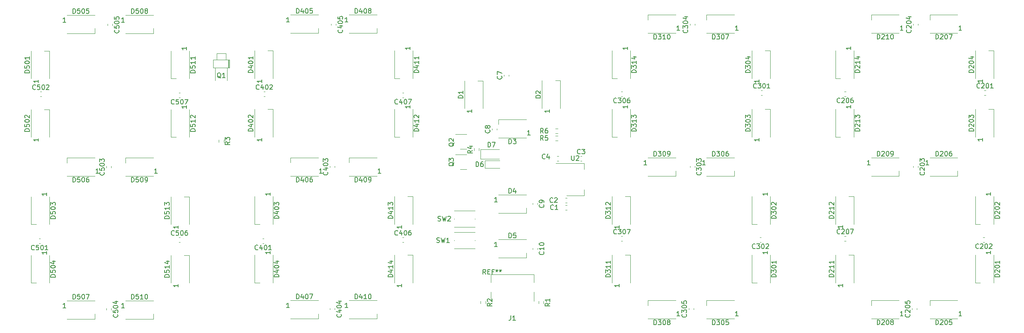
<source format=gbr>
%TF.GenerationSoftware,KiCad,Pcbnew,7.0.1*%
%TF.CreationDate,2023-07-22T19:51:59+09:00*%
%TF.ProjectId,gaming-clock,67616d69-6e67-42d6-936c-6f636b2e6b69,rev?*%
%TF.SameCoordinates,Original*%
%TF.FileFunction,Legend,Top*%
%TF.FilePolarity,Positive*%
%FSLAX46Y46*%
G04 Gerber Fmt 4.6, Leading zero omitted, Abs format (unit mm)*
G04 Created by KiCad (PCBNEW 7.0.1) date 2023-07-22 19:51:59*
%MOMM*%
%LPD*%
G01*
G04 APERTURE LIST*
%ADD10C,0.150000*%
%ADD11C,0.120000*%
G04 APERTURE END LIST*
D10*
%TO.C,REF\u002A\u002A*%
X165163666Y-116548619D02*
X164830333Y-116072428D01*
X164592238Y-116548619D02*
X164592238Y-115548619D01*
X164592238Y-115548619D02*
X164973190Y-115548619D01*
X164973190Y-115548619D02*
X165068428Y-115596238D01*
X165068428Y-115596238D02*
X165116047Y-115643857D01*
X165116047Y-115643857D02*
X165163666Y-115739095D01*
X165163666Y-115739095D02*
X165163666Y-115881952D01*
X165163666Y-115881952D02*
X165116047Y-115977190D01*
X165116047Y-115977190D02*
X165068428Y-116024809D01*
X165068428Y-116024809D02*
X164973190Y-116072428D01*
X164973190Y-116072428D02*
X164592238Y-116072428D01*
X165592238Y-116024809D02*
X165925571Y-116024809D01*
X166068428Y-116548619D02*
X165592238Y-116548619D01*
X165592238Y-116548619D02*
X165592238Y-115548619D01*
X165592238Y-115548619D02*
X166068428Y-115548619D01*
X166830333Y-116024809D02*
X166497000Y-116024809D01*
X166497000Y-116548619D02*
X166497000Y-115548619D01*
X166497000Y-115548619D02*
X166973190Y-115548619D01*
X167497000Y-115548619D02*
X167497000Y-115786714D01*
X167258905Y-115691476D02*
X167497000Y-115786714D01*
X167497000Y-115786714D02*
X167735095Y-115691476D01*
X167354143Y-115977190D02*
X167497000Y-115786714D01*
X167497000Y-115786714D02*
X167639857Y-115977190D01*
X168258905Y-115548619D02*
X168258905Y-115786714D01*
X168020810Y-115691476D02*
X168258905Y-115786714D01*
X168258905Y-115786714D02*
X168497000Y-115691476D01*
X168116048Y-115977190D02*
X168258905Y-115786714D01*
X168258905Y-115786714D02*
X168401762Y-115977190D01*
%TO.C,R2*%
X166484619Y-122721666D02*
X166008428Y-123054999D01*
X166484619Y-123293094D02*
X165484619Y-123293094D01*
X165484619Y-123293094D02*
X165484619Y-122912142D01*
X165484619Y-122912142D02*
X165532238Y-122816904D01*
X165532238Y-122816904D02*
X165579857Y-122769285D01*
X165579857Y-122769285D02*
X165675095Y-122721666D01*
X165675095Y-122721666D02*
X165817952Y-122721666D01*
X165817952Y-122721666D02*
X165913190Y-122769285D01*
X165913190Y-122769285D02*
X165960809Y-122816904D01*
X165960809Y-122816904D02*
X166008428Y-122912142D01*
X166008428Y-122912142D02*
X166008428Y-123293094D01*
X165579857Y-122340713D02*
X165532238Y-122293094D01*
X165532238Y-122293094D02*
X165484619Y-122197856D01*
X165484619Y-122197856D02*
X165484619Y-121959761D01*
X165484619Y-121959761D02*
X165532238Y-121864523D01*
X165532238Y-121864523D02*
X165579857Y-121816904D01*
X165579857Y-121816904D02*
X165675095Y-121769285D01*
X165675095Y-121769285D02*
X165770333Y-121769285D01*
X165770333Y-121769285D02*
X165913190Y-121816904D01*
X165913190Y-121816904D02*
X166484619Y-122388332D01*
X166484619Y-122388332D02*
X166484619Y-121769285D01*
%TO.C,R1*%
X178803619Y-122721666D02*
X178327428Y-123054999D01*
X178803619Y-123293094D02*
X177803619Y-123293094D01*
X177803619Y-123293094D02*
X177803619Y-122912142D01*
X177803619Y-122912142D02*
X177851238Y-122816904D01*
X177851238Y-122816904D02*
X177898857Y-122769285D01*
X177898857Y-122769285D02*
X177994095Y-122721666D01*
X177994095Y-122721666D02*
X178136952Y-122721666D01*
X178136952Y-122721666D02*
X178232190Y-122769285D01*
X178232190Y-122769285D02*
X178279809Y-122816904D01*
X178279809Y-122816904D02*
X178327428Y-122912142D01*
X178327428Y-122912142D02*
X178327428Y-123293094D01*
X178803619Y-121769285D02*
X178803619Y-122340713D01*
X178803619Y-122054999D02*
X177803619Y-122054999D01*
X177803619Y-122054999D02*
X177946476Y-122150237D01*
X177946476Y-122150237D02*
X178041714Y-122245475D01*
X178041714Y-122245475D02*
X178089333Y-122340713D01*
%TO.C,J1*%
X170481666Y-125358619D02*
X170481666Y-126072904D01*
X170481666Y-126072904D02*
X170434047Y-126215761D01*
X170434047Y-126215761D02*
X170338809Y-126311000D01*
X170338809Y-126311000D02*
X170195952Y-126358619D01*
X170195952Y-126358619D02*
X170100714Y-126358619D01*
X171481666Y-126358619D02*
X170910238Y-126358619D01*
X171195952Y-126358619D02*
X171195952Y-125358619D01*
X171195952Y-125358619D02*
X171100714Y-125501476D01*
X171100714Y-125501476D02*
X171005476Y-125596714D01*
X171005476Y-125596714D02*
X170910238Y-125644333D01*
%TO.C,C501*%
X69238952Y-111297880D02*
X69191333Y-111345500D01*
X69191333Y-111345500D02*
X69048476Y-111393119D01*
X69048476Y-111393119D02*
X68953238Y-111393119D01*
X68953238Y-111393119D02*
X68810381Y-111345500D01*
X68810381Y-111345500D02*
X68715143Y-111250261D01*
X68715143Y-111250261D02*
X68667524Y-111155023D01*
X68667524Y-111155023D02*
X68619905Y-110964547D01*
X68619905Y-110964547D02*
X68619905Y-110821690D01*
X68619905Y-110821690D02*
X68667524Y-110631214D01*
X68667524Y-110631214D02*
X68715143Y-110535976D01*
X68715143Y-110535976D02*
X68810381Y-110440738D01*
X68810381Y-110440738D02*
X68953238Y-110393119D01*
X68953238Y-110393119D02*
X69048476Y-110393119D01*
X69048476Y-110393119D02*
X69191333Y-110440738D01*
X69191333Y-110440738D02*
X69238952Y-110488357D01*
X70143714Y-110393119D02*
X69667524Y-110393119D01*
X69667524Y-110393119D02*
X69619905Y-110869309D01*
X69619905Y-110869309D02*
X69667524Y-110821690D01*
X69667524Y-110821690D02*
X69762762Y-110774071D01*
X69762762Y-110774071D02*
X70000857Y-110774071D01*
X70000857Y-110774071D02*
X70096095Y-110821690D01*
X70096095Y-110821690D02*
X70143714Y-110869309D01*
X70143714Y-110869309D02*
X70191333Y-110964547D01*
X70191333Y-110964547D02*
X70191333Y-111202642D01*
X70191333Y-111202642D02*
X70143714Y-111297880D01*
X70143714Y-111297880D02*
X70096095Y-111345500D01*
X70096095Y-111345500D02*
X70000857Y-111393119D01*
X70000857Y-111393119D02*
X69762762Y-111393119D01*
X69762762Y-111393119D02*
X69667524Y-111345500D01*
X69667524Y-111345500D02*
X69619905Y-111297880D01*
X70810381Y-110393119D02*
X70905619Y-110393119D01*
X70905619Y-110393119D02*
X71000857Y-110440738D01*
X71000857Y-110440738D02*
X71048476Y-110488357D01*
X71048476Y-110488357D02*
X71096095Y-110583595D01*
X71096095Y-110583595D02*
X71143714Y-110774071D01*
X71143714Y-110774071D02*
X71143714Y-111012166D01*
X71143714Y-111012166D02*
X71096095Y-111202642D01*
X71096095Y-111202642D02*
X71048476Y-111297880D01*
X71048476Y-111297880D02*
X71000857Y-111345500D01*
X71000857Y-111345500D02*
X70905619Y-111393119D01*
X70905619Y-111393119D02*
X70810381Y-111393119D01*
X70810381Y-111393119D02*
X70715143Y-111345500D01*
X70715143Y-111345500D02*
X70667524Y-111297880D01*
X70667524Y-111297880D02*
X70619905Y-111202642D01*
X70619905Y-111202642D02*
X70572286Y-111012166D01*
X70572286Y-111012166D02*
X70572286Y-110774071D01*
X70572286Y-110774071D02*
X70619905Y-110583595D01*
X70619905Y-110583595D02*
X70667524Y-110488357D01*
X70667524Y-110488357D02*
X70715143Y-110440738D01*
X70715143Y-110440738D02*
X70810381Y-110393119D01*
X72096095Y-111393119D02*
X71524667Y-111393119D01*
X71810381Y-111393119D02*
X71810381Y-110393119D01*
X71810381Y-110393119D02*
X71715143Y-110535976D01*
X71715143Y-110535976D02*
X71619905Y-110631214D01*
X71619905Y-110631214D02*
X71524667Y-110678833D01*
%TO.C,C302*%
X222414952Y-111017380D02*
X222367333Y-111065000D01*
X222367333Y-111065000D02*
X222224476Y-111112619D01*
X222224476Y-111112619D02*
X222129238Y-111112619D01*
X222129238Y-111112619D02*
X221986381Y-111065000D01*
X221986381Y-111065000D02*
X221891143Y-110969761D01*
X221891143Y-110969761D02*
X221843524Y-110874523D01*
X221843524Y-110874523D02*
X221795905Y-110684047D01*
X221795905Y-110684047D02*
X221795905Y-110541190D01*
X221795905Y-110541190D02*
X221843524Y-110350714D01*
X221843524Y-110350714D02*
X221891143Y-110255476D01*
X221891143Y-110255476D02*
X221986381Y-110160238D01*
X221986381Y-110160238D02*
X222129238Y-110112619D01*
X222129238Y-110112619D02*
X222224476Y-110112619D01*
X222224476Y-110112619D02*
X222367333Y-110160238D01*
X222367333Y-110160238D02*
X222414952Y-110207857D01*
X222748286Y-110112619D02*
X223367333Y-110112619D01*
X223367333Y-110112619D02*
X223034000Y-110493571D01*
X223034000Y-110493571D02*
X223176857Y-110493571D01*
X223176857Y-110493571D02*
X223272095Y-110541190D01*
X223272095Y-110541190D02*
X223319714Y-110588809D01*
X223319714Y-110588809D02*
X223367333Y-110684047D01*
X223367333Y-110684047D02*
X223367333Y-110922142D01*
X223367333Y-110922142D02*
X223319714Y-111017380D01*
X223319714Y-111017380D02*
X223272095Y-111065000D01*
X223272095Y-111065000D02*
X223176857Y-111112619D01*
X223176857Y-111112619D02*
X222891143Y-111112619D01*
X222891143Y-111112619D02*
X222795905Y-111065000D01*
X222795905Y-111065000D02*
X222748286Y-111017380D01*
X223986381Y-110112619D02*
X224081619Y-110112619D01*
X224081619Y-110112619D02*
X224176857Y-110160238D01*
X224176857Y-110160238D02*
X224224476Y-110207857D01*
X224224476Y-110207857D02*
X224272095Y-110303095D01*
X224272095Y-110303095D02*
X224319714Y-110493571D01*
X224319714Y-110493571D02*
X224319714Y-110731666D01*
X224319714Y-110731666D02*
X224272095Y-110922142D01*
X224272095Y-110922142D02*
X224224476Y-111017380D01*
X224224476Y-111017380D02*
X224176857Y-111065000D01*
X224176857Y-111065000D02*
X224081619Y-111112619D01*
X224081619Y-111112619D02*
X223986381Y-111112619D01*
X223986381Y-111112619D02*
X223891143Y-111065000D01*
X223891143Y-111065000D02*
X223843524Y-111017380D01*
X223843524Y-111017380D02*
X223795905Y-110922142D01*
X223795905Y-110922142D02*
X223748286Y-110731666D01*
X223748286Y-110731666D02*
X223748286Y-110493571D01*
X223748286Y-110493571D02*
X223795905Y-110303095D01*
X223795905Y-110303095D02*
X223843524Y-110207857D01*
X223843524Y-110207857D02*
X223891143Y-110160238D01*
X223891143Y-110160238D02*
X223986381Y-110112619D01*
X224700667Y-110207857D02*
X224748286Y-110160238D01*
X224748286Y-110160238D02*
X224843524Y-110112619D01*
X224843524Y-110112619D02*
X225081619Y-110112619D01*
X225081619Y-110112619D02*
X225176857Y-110160238D01*
X225176857Y-110160238D02*
X225224476Y-110207857D01*
X225224476Y-110207857D02*
X225272095Y-110303095D01*
X225272095Y-110303095D02*
X225272095Y-110398333D01*
X225272095Y-110398333D02*
X225224476Y-110541190D01*
X225224476Y-110541190D02*
X224653048Y-111112619D01*
X224653048Y-111112619D02*
X225272095Y-111112619D01*
%TO.C,C204*%
X255449380Y-64605047D02*
X255497000Y-64652666D01*
X255497000Y-64652666D02*
X255544619Y-64795523D01*
X255544619Y-64795523D02*
X255544619Y-64890761D01*
X255544619Y-64890761D02*
X255497000Y-65033618D01*
X255497000Y-65033618D02*
X255401761Y-65128856D01*
X255401761Y-65128856D02*
X255306523Y-65176475D01*
X255306523Y-65176475D02*
X255116047Y-65224094D01*
X255116047Y-65224094D02*
X254973190Y-65224094D01*
X254973190Y-65224094D02*
X254782714Y-65176475D01*
X254782714Y-65176475D02*
X254687476Y-65128856D01*
X254687476Y-65128856D02*
X254592238Y-65033618D01*
X254592238Y-65033618D02*
X254544619Y-64890761D01*
X254544619Y-64890761D02*
X254544619Y-64795523D01*
X254544619Y-64795523D02*
X254592238Y-64652666D01*
X254592238Y-64652666D02*
X254639857Y-64605047D01*
X254639857Y-64224094D02*
X254592238Y-64176475D01*
X254592238Y-64176475D02*
X254544619Y-64081237D01*
X254544619Y-64081237D02*
X254544619Y-63843142D01*
X254544619Y-63843142D02*
X254592238Y-63747904D01*
X254592238Y-63747904D02*
X254639857Y-63700285D01*
X254639857Y-63700285D02*
X254735095Y-63652666D01*
X254735095Y-63652666D02*
X254830333Y-63652666D01*
X254830333Y-63652666D02*
X254973190Y-63700285D01*
X254973190Y-63700285D02*
X255544619Y-64271713D01*
X255544619Y-64271713D02*
X255544619Y-63652666D01*
X254544619Y-63033618D02*
X254544619Y-62938380D01*
X254544619Y-62938380D02*
X254592238Y-62843142D01*
X254592238Y-62843142D02*
X254639857Y-62795523D01*
X254639857Y-62795523D02*
X254735095Y-62747904D01*
X254735095Y-62747904D02*
X254925571Y-62700285D01*
X254925571Y-62700285D02*
X255163666Y-62700285D01*
X255163666Y-62700285D02*
X255354142Y-62747904D01*
X255354142Y-62747904D02*
X255449380Y-62795523D01*
X255449380Y-62795523D02*
X255497000Y-62843142D01*
X255497000Y-62843142D02*
X255544619Y-62938380D01*
X255544619Y-62938380D02*
X255544619Y-63033618D01*
X255544619Y-63033618D02*
X255497000Y-63128856D01*
X255497000Y-63128856D02*
X255449380Y-63176475D01*
X255449380Y-63176475D02*
X255354142Y-63224094D01*
X255354142Y-63224094D02*
X255163666Y-63271713D01*
X255163666Y-63271713D02*
X254925571Y-63271713D01*
X254925571Y-63271713D02*
X254735095Y-63224094D01*
X254735095Y-63224094D02*
X254639857Y-63176475D01*
X254639857Y-63176475D02*
X254592238Y-63128856D01*
X254592238Y-63128856D02*
X254544619Y-63033618D01*
X254877952Y-61843142D02*
X255544619Y-61843142D01*
X254497000Y-62081237D02*
X255211285Y-62319332D01*
X255211285Y-62319332D02*
X255211285Y-61700285D01*
%TO.C,Q2*%
X158418857Y-88614238D02*
X158371238Y-88709476D01*
X158371238Y-88709476D02*
X158276000Y-88804714D01*
X158276000Y-88804714D02*
X158133142Y-88947571D01*
X158133142Y-88947571D02*
X158085523Y-89042809D01*
X158085523Y-89042809D02*
X158085523Y-89138047D01*
X158323619Y-89090428D02*
X158276000Y-89185666D01*
X158276000Y-89185666D02*
X158180761Y-89280904D01*
X158180761Y-89280904D02*
X157990285Y-89328523D01*
X157990285Y-89328523D02*
X157656952Y-89328523D01*
X157656952Y-89328523D02*
X157466476Y-89280904D01*
X157466476Y-89280904D02*
X157371238Y-89185666D01*
X157371238Y-89185666D02*
X157323619Y-89090428D01*
X157323619Y-89090428D02*
X157323619Y-88899952D01*
X157323619Y-88899952D02*
X157371238Y-88804714D01*
X157371238Y-88804714D02*
X157466476Y-88709476D01*
X157466476Y-88709476D02*
X157656952Y-88661857D01*
X157656952Y-88661857D02*
X157990285Y-88661857D01*
X157990285Y-88661857D02*
X158180761Y-88709476D01*
X158180761Y-88709476D02*
X158276000Y-88804714D01*
X158276000Y-88804714D02*
X158323619Y-88899952D01*
X158323619Y-88899952D02*
X158323619Y-89090428D01*
X157418857Y-88280904D02*
X157371238Y-88233285D01*
X157371238Y-88233285D02*
X157323619Y-88138047D01*
X157323619Y-88138047D02*
X157323619Y-87899952D01*
X157323619Y-87899952D02*
X157371238Y-87804714D01*
X157371238Y-87804714D02*
X157418857Y-87757095D01*
X157418857Y-87757095D02*
X157514095Y-87709476D01*
X157514095Y-87709476D02*
X157609333Y-87709476D01*
X157609333Y-87709476D02*
X157752190Y-87757095D01*
X157752190Y-87757095D02*
X158323619Y-88328523D01*
X158323619Y-88328523D02*
X158323619Y-87709476D01*
%TO.C,D401*%
X115695619Y-73699475D02*
X114695619Y-73699475D01*
X114695619Y-73699475D02*
X114695619Y-73461380D01*
X114695619Y-73461380D02*
X114743238Y-73318523D01*
X114743238Y-73318523D02*
X114838476Y-73223285D01*
X114838476Y-73223285D02*
X114933714Y-73175666D01*
X114933714Y-73175666D02*
X115124190Y-73128047D01*
X115124190Y-73128047D02*
X115267047Y-73128047D01*
X115267047Y-73128047D02*
X115457523Y-73175666D01*
X115457523Y-73175666D02*
X115552761Y-73223285D01*
X115552761Y-73223285D02*
X115648000Y-73318523D01*
X115648000Y-73318523D02*
X115695619Y-73461380D01*
X115695619Y-73461380D02*
X115695619Y-73699475D01*
X115028952Y-72270904D02*
X115695619Y-72270904D01*
X114648000Y-72508999D02*
X115362285Y-72747094D01*
X115362285Y-72747094D02*
X115362285Y-72128047D01*
X114695619Y-71556618D02*
X114695619Y-71461380D01*
X114695619Y-71461380D02*
X114743238Y-71366142D01*
X114743238Y-71366142D02*
X114790857Y-71318523D01*
X114790857Y-71318523D02*
X114886095Y-71270904D01*
X114886095Y-71270904D02*
X115076571Y-71223285D01*
X115076571Y-71223285D02*
X115314666Y-71223285D01*
X115314666Y-71223285D02*
X115505142Y-71270904D01*
X115505142Y-71270904D02*
X115600380Y-71318523D01*
X115600380Y-71318523D02*
X115648000Y-71366142D01*
X115648000Y-71366142D02*
X115695619Y-71461380D01*
X115695619Y-71461380D02*
X115695619Y-71556618D01*
X115695619Y-71556618D02*
X115648000Y-71651856D01*
X115648000Y-71651856D02*
X115600380Y-71699475D01*
X115600380Y-71699475D02*
X115505142Y-71747094D01*
X115505142Y-71747094D02*
X115314666Y-71794713D01*
X115314666Y-71794713D02*
X115076571Y-71794713D01*
X115076571Y-71794713D02*
X114886095Y-71747094D01*
X114886095Y-71747094D02*
X114790857Y-71699475D01*
X114790857Y-71699475D02*
X114743238Y-71651856D01*
X114743238Y-71651856D02*
X114695619Y-71556618D01*
X115695619Y-70270904D02*
X115695619Y-70842332D01*
X115695619Y-70556618D02*
X114695619Y-70556618D01*
X114695619Y-70556618D02*
X114838476Y-70651856D01*
X114838476Y-70651856D02*
X114933714Y-70747094D01*
X114933714Y-70747094D02*
X114981333Y-70842332D01*
X117570619Y-75223285D02*
X117570619Y-75794713D01*
X117570619Y-75508999D02*
X116570619Y-75508999D01*
X116570619Y-75508999D02*
X116713476Y-75604237D01*
X116713476Y-75604237D02*
X116808714Y-75699475D01*
X116808714Y-75699475D02*
X116856333Y-75794713D01*
%TO.C,D311*%
X191655619Y-117133475D02*
X190655619Y-117133475D01*
X190655619Y-117133475D02*
X190655619Y-116895380D01*
X190655619Y-116895380D02*
X190703238Y-116752523D01*
X190703238Y-116752523D02*
X190798476Y-116657285D01*
X190798476Y-116657285D02*
X190893714Y-116609666D01*
X190893714Y-116609666D02*
X191084190Y-116562047D01*
X191084190Y-116562047D02*
X191227047Y-116562047D01*
X191227047Y-116562047D02*
X191417523Y-116609666D01*
X191417523Y-116609666D02*
X191512761Y-116657285D01*
X191512761Y-116657285D02*
X191608000Y-116752523D01*
X191608000Y-116752523D02*
X191655619Y-116895380D01*
X191655619Y-116895380D02*
X191655619Y-117133475D01*
X190655619Y-116228713D02*
X190655619Y-115609666D01*
X190655619Y-115609666D02*
X191036571Y-115942999D01*
X191036571Y-115942999D02*
X191036571Y-115800142D01*
X191036571Y-115800142D02*
X191084190Y-115704904D01*
X191084190Y-115704904D02*
X191131809Y-115657285D01*
X191131809Y-115657285D02*
X191227047Y-115609666D01*
X191227047Y-115609666D02*
X191465142Y-115609666D01*
X191465142Y-115609666D02*
X191560380Y-115657285D01*
X191560380Y-115657285D02*
X191608000Y-115704904D01*
X191608000Y-115704904D02*
X191655619Y-115800142D01*
X191655619Y-115800142D02*
X191655619Y-116085856D01*
X191655619Y-116085856D02*
X191608000Y-116181094D01*
X191608000Y-116181094D02*
X191560380Y-116228713D01*
X191655619Y-114657285D02*
X191655619Y-115228713D01*
X191655619Y-114942999D02*
X190655619Y-114942999D01*
X190655619Y-114942999D02*
X190798476Y-115038237D01*
X190798476Y-115038237D02*
X190893714Y-115133475D01*
X190893714Y-115133475D02*
X190941333Y-115228713D01*
X191655619Y-113704904D02*
X191655619Y-114276332D01*
X191655619Y-113990618D02*
X190655619Y-113990618D01*
X190655619Y-113990618D02*
X190798476Y-114085856D01*
X190798476Y-114085856D02*
X190893714Y-114181094D01*
X190893714Y-114181094D02*
X190941333Y-114276332D01*
X193530619Y-118657285D02*
X193530619Y-119228713D01*
X193530619Y-118942999D02*
X192530619Y-118942999D01*
X192530619Y-118942999D02*
X192673476Y-119038237D01*
X192673476Y-119038237D02*
X192768714Y-119133475D01*
X192768714Y-119133475D02*
X192816333Y-119228713D01*
%TO.C,C507*%
X98956952Y-80309880D02*
X98909333Y-80357500D01*
X98909333Y-80357500D02*
X98766476Y-80405119D01*
X98766476Y-80405119D02*
X98671238Y-80405119D01*
X98671238Y-80405119D02*
X98528381Y-80357500D01*
X98528381Y-80357500D02*
X98433143Y-80262261D01*
X98433143Y-80262261D02*
X98385524Y-80167023D01*
X98385524Y-80167023D02*
X98337905Y-79976547D01*
X98337905Y-79976547D02*
X98337905Y-79833690D01*
X98337905Y-79833690D02*
X98385524Y-79643214D01*
X98385524Y-79643214D02*
X98433143Y-79547976D01*
X98433143Y-79547976D02*
X98528381Y-79452738D01*
X98528381Y-79452738D02*
X98671238Y-79405119D01*
X98671238Y-79405119D02*
X98766476Y-79405119D01*
X98766476Y-79405119D02*
X98909333Y-79452738D01*
X98909333Y-79452738D02*
X98956952Y-79500357D01*
X99861714Y-79405119D02*
X99385524Y-79405119D01*
X99385524Y-79405119D02*
X99337905Y-79881309D01*
X99337905Y-79881309D02*
X99385524Y-79833690D01*
X99385524Y-79833690D02*
X99480762Y-79786071D01*
X99480762Y-79786071D02*
X99718857Y-79786071D01*
X99718857Y-79786071D02*
X99814095Y-79833690D01*
X99814095Y-79833690D02*
X99861714Y-79881309D01*
X99861714Y-79881309D02*
X99909333Y-79976547D01*
X99909333Y-79976547D02*
X99909333Y-80214642D01*
X99909333Y-80214642D02*
X99861714Y-80309880D01*
X99861714Y-80309880D02*
X99814095Y-80357500D01*
X99814095Y-80357500D02*
X99718857Y-80405119D01*
X99718857Y-80405119D02*
X99480762Y-80405119D01*
X99480762Y-80405119D02*
X99385524Y-80357500D01*
X99385524Y-80357500D02*
X99337905Y-80309880D01*
X100528381Y-79405119D02*
X100623619Y-79405119D01*
X100623619Y-79405119D02*
X100718857Y-79452738D01*
X100718857Y-79452738D02*
X100766476Y-79500357D01*
X100766476Y-79500357D02*
X100814095Y-79595595D01*
X100814095Y-79595595D02*
X100861714Y-79786071D01*
X100861714Y-79786071D02*
X100861714Y-80024166D01*
X100861714Y-80024166D02*
X100814095Y-80214642D01*
X100814095Y-80214642D02*
X100766476Y-80309880D01*
X100766476Y-80309880D02*
X100718857Y-80357500D01*
X100718857Y-80357500D02*
X100623619Y-80405119D01*
X100623619Y-80405119D02*
X100528381Y-80405119D01*
X100528381Y-80405119D02*
X100433143Y-80357500D01*
X100433143Y-80357500D02*
X100385524Y-80309880D01*
X100385524Y-80309880D02*
X100337905Y-80214642D01*
X100337905Y-80214642D02*
X100290286Y-80024166D01*
X100290286Y-80024166D02*
X100290286Y-79786071D01*
X100290286Y-79786071D02*
X100337905Y-79595595D01*
X100337905Y-79595595D02*
X100385524Y-79500357D01*
X100385524Y-79500357D02*
X100433143Y-79452738D01*
X100433143Y-79452738D02*
X100528381Y-79405119D01*
X101195048Y-79405119D02*
X101861714Y-79405119D01*
X101861714Y-79405119D02*
X101433143Y-80405119D01*
%TO.C,D414*%
X145413619Y-117133475D02*
X144413619Y-117133475D01*
X144413619Y-117133475D02*
X144413619Y-116895380D01*
X144413619Y-116895380D02*
X144461238Y-116752523D01*
X144461238Y-116752523D02*
X144556476Y-116657285D01*
X144556476Y-116657285D02*
X144651714Y-116609666D01*
X144651714Y-116609666D02*
X144842190Y-116562047D01*
X144842190Y-116562047D02*
X144985047Y-116562047D01*
X144985047Y-116562047D02*
X145175523Y-116609666D01*
X145175523Y-116609666D02*
X145270761Y-116657285D01*
X145270761Y-116657285D02*
X145366000Y-116752523D01*
X145366000Y-116752523D02*
X145413619Y-116895380D01*
X145413619Y-116895380D02*
X145413619Y-117133475D01*
X144746952Y-115704904D02*
X145413619Y-115704904D01*
X144366000Y-115942999D02*
X145080285Y-116181094D01*
X145080285Y-116181094D02*
X145080285Y-115562047D01*
X145413619Y-114657285D02*
X145413619Y-115228713D01*
X145413619Y-114942999D02*
X144413619Y-114942999D01*
X144413619Y-114942999D02*
X144556476Y-115038237D01*
X144556476Y-115038237D02*
X144651714Y-115133475D01*
X144651714Y-115133475D02*
X144699333Y-115228713D01*
X144746952Y-113800142D02*
X145413619Y-113800142D01*
X144366000Y-114038237D02*
X145080285Y-114276332D01*
X145080285Y-114276332D02*
X145080285Y-113657285D01*
X147288619Y-118657285D02*
X147288619Y-119228713D01*
X147288619Y-118942999D02*
X146288619Y-118942999D01*
X146288619Y-118942999D02*
X146431476Y-119038237D01*
X146431476Y-119038237D02*
X146526714Y-119133475D01*
X146526714Y-119133475D02*
X146574333Y-119228713D01*
%TO.C,D214*%
X244611619Y-73685475D02*
X243611619Y-73685475D01*
X243611619Y-73685475D02*
X243611619Y-73447380D01*
X243611619Y-73447380D02*
X243659238Y-73304523D01*
X243659238Y-73304523D02*
X243754476Y-73209285D01*
X243754476Y-73209285D02*
X243849714Y-73161666D01*
X243849714Y-73161666D02*
X244040190Y-73114047D01*
X244040190Y-73114047D02*
X244183047Y-73114047D01*
X244183047Y-73114047D02*
X244373523Y-73161666D01*
X244373523Y-73161666D02*
X244468761Y-73209285D01*
X244468761Y-73209285D02*
X244564000Y-73304523D01*
X244564000Y-73304523D02*
X244611619Y-73447380D01*
X244611619Y-73447380D02*
X244611619Y-73685475D01*
X243706857Y-72733094D02*
X243659238Y-72685475D01*
X243659238Y-72685475D02*
X243611619Y-72590237D01*
X243611619Y-72590237D02*
X243611619Y-72352142D01*
X243611619Y-72352142D02*
X243659238Y-72256904D01*
X243659238Y-72256904D02*
X243706857Y-72209285D01*
X243706857Y-72209285D02*
X243802095Y-72161666D01*
X243802095Y-72161666D02*
X243897333Y-72161666D01*
X243897333Y-72161666D02*
X244040190Y-72209285D01*
X244040190Y-72209285D02*
X244611619Y-72780713D01*
X244611619Y-72780713D02*
X244611619Y-72161666D01*
X244611619Y-71209285D02*
X244611619Y-71780713D01*
X244611619Y-71494999D02*
X243611619Y-71494999D01*
X243611619Y-71494999D02*
X243754476Y-71590237D01*
X243754476Y-71590237D02*
X243849714Y-71685475D01*
X243849714Y-71685475D02*
X243897333Y-71780713D01*
X243944952Y-70352142D02*
X244611619Y-70352142D01*
X243564000Y-70590237D02*
X244278285Y-70828332D01*
X244278285Y-70828332D02*
X244278285Y-70209285D01*
X242736619Y-68209285D02*
X242736619Y-68780713D01*
X242736619Y-68494999D02*
X241736619Y-68494999D01*
X241736619Y-68494999D02*
X241879476Y-68590237D01*
X241879476Y-68590237D02*
X241974714Y-68685475D01*
X241974714Y-68685475D02*
X242022333Y-68780713D01*
%TO.C,D301*%
X226873619Y-117133475D02*
X225873619Y-117133475D01*
X225873619Y-117133475D02*
X225873619Y-116895380D01*
X225873619Y-116895380D02*
X225921238Y-116752523D01*
X225921238Y-116752523D02*
X226016476Y-116657285D01*
X226016476Y-116657285D02*
X226111714Y-116609666D01*
X226111714Y-116609666D02*
X226302190Y-116562047D01*
X226302190Y-116562047D02*
X226445047Y-116562047D01*
X226445047Y-116562047D02*
X226635523Y-116609666D01*
X226635523Y-116609666D02*
X226730761Y-116657285D01*
X226730761Y-116657285D02*
X226826000Y-116752523D01*
X226826000Y-116752523D02*
X226873619Y-116895380D01*
X226873619Y-116895380D02*
X226873619Y-117133475D01*
X225873619Y-116228713D02*
X225873619Y-115609666D01*
X225873619Y-115609666D02*
X226254571Y-115942999D01*
X226254571Y-115942999D02*
X226254571Y-115800142D01*
X226254571Y-115800142D02*
X226302190Y-115704904D01*
X226302190Y-115704904D02*
X226349809Y-115657285D01*
X226349809Y-115657285D02*
X226445047Y-115609666D01*
X226445047Y-115609666D02*
X226683142Y-115609666D01*
X226683142Y-115609666D02*
X226778380Y-115657285D01*
X226778380Y-115657285D02*
X226826000Y-115704904D01*
X226826000Y-115704904D02*
X226873619Y-115800142D01*
X226873619Y-115800142D02*
X226873619Y-116085856D01*
X226873619Y-116085856D02*
X226826000Y-116181094D01*
X226826000Y-116181094D02*
X226778380Y-116228713D01*
X225873619Y-114990618D02*
X225873619Y-114895380D01*
X225873619Y-114895380D02*
X225921238Y-114800142D01*
X225921238Y-114800142D02*
X225968857Y-114752523D01*
X225968857Y-114752523D02*
X226064095Y-114704904D01*
X226064095Y-114704904D02*
X226254571Y-114657285D01*
X226254571Y-114657285D02*
X226492666Y-114657285D01*
X226492666Y-114657285D02*
X226683142Y-114704904D01*
X226683142Y-114704904D02*
X226778380Y-114752523D01*
X226778380Y-114752523D02*
X226826000Y-114800142D01*
X226826000Y-114800142D02*
X226873619Y-114895380D01*
X226873619Y-114895380D02*
X226873619Y-114990618D01*
X226873619Y-114990618D02*
X226826000Y-115085856D01*
X226826000Y-115085856D02*
X226778380Y-115133475D01*
X226778380Y-115133475D02*
X226683142Y-115181094D01*
X226683142Y-115181094D02*
X226492666Y-115228713D01*
X226492666Y-115228713D02*
X226254571Y-115228713D01*
X226254571Y-115228713D02*
X226064095Y-115181094D01*
X226064095Y-115181094D02*
X225968857Y-115133475D01*
X225968857Y-115133475D02*
X225921238Y-115085856D01*
X225921238Y-115085856D02*
X225873619Y-114990618D01*
X226873619Y-113704904D02*
X226873619Y-114276332D01*
X226873619Y-113990618D02*
X225873619Y-113990618D01*
X225873619Y-113990618D02*
X226016476Y-114085856D01*
X226016476Y-114085856D02*
X226111714Y-114181094D01*
X226111714Y-114181094D02*
X226159333Y-114276332D01*
X224998619Y-111657285D02*
X224998619Y-112228713D01*
X224998619Y-111942999D02*
X223998619Y-111942999D01*
X223998619Y-111942999D02*
X224141476Y-112038237D01*
X224141476Y-112038237D02*
X224236714Y-112133475D01*
X224236714Y-112133475D02*
X224284333Y-112228713D01*
%TO.C,C202*%
X269870952Y-111003380D02*
X269823333Y-111051000D01*
X269823333Y-111051000D02*
X269680476Y-111098619D01*
X269680476Y-111098619D02*
X269585238Y-111098619D01*
X269585238Y-111098619D02*
X269442381Y-111051000D01*
X269442381Y-111051000D02*
X269347143Y-110955761D01*
X269347143Y-110955761D02*
X269299524Y-110860523D01*
X269299524Y-110860523D02*
X269251905Y-110670047D01*
X269251905Y-110670047D02*
X269251905Y-110527190D01*
X269251905Y-110527190D02*
X269299524Y-110336714D01*
X269299524Y-110336714D02*
X269347143Y-110241476D01*
X269347143Y-110241476D02*
X269442381Y-110146238D01*
X269442381Y-110146238D02*
X269585238Y-110098619D01*
X269585238Y-110098619D02*
X269680476Y-110098619D01*
X269680476Y-110098619D02*
X269823333Y-110146238D01*
X269823333Y-110146238D02*
X269870952Y-110193857D01*
X270251905Y-110193857D02*
X270299524Y-110146238D01*
X270299524Y-110146238D02*
X270394762Y-110098619D01*
X270394762Y-110098619D02*
X270632857Y-110098619D01*
X270632857Y-110098619D02*
X270728095Y-110146238D01*
X270728095Y-110146238D02*
X270775714Y-110193857D01*
X270775714Y-110193857D02*
X270823333Y-110289095D01*
X270823333Y-110289095D02*
X270823333Y-110384333D01*
X270823333Y-110384333D02*
X270775714Y-110527190D01*
X270775714Y-110527190D02*
X270204286Y-111098619D01*
X270204286Y-111098619D02*
X270823333Y-111098619D01*
X271442381Y-110098619D02*
X271537619Y-110098619D01*
X271537619Y-110098619D02*
X271632857Y-110146238D01*
X271632857Y-110146238D02*
X271680476Y-110193857D01*
X271680476Y-110193857D02*
X271728095Y-110289095D01*
X271728095Y-110289095D02*
X271775714Y-110479571D01*
X271775714Y-110479571D02*
X271775714Y-110717666D01*
X271775714Y-110717666D02*
X271728095Y-110908142D01*
X271728095Y-110908142D02*
X271680476Y-111003380D01*
X271680476Y-111003380D02*
X271632857Y-111051000D01*
X271632857Y-111051000D02*
X271537619Y-111098619D01*
X271537619Y-111098619D02*
X271442381Y-111098619D01*
X271442381Y-111098619D02*
X271347143Y-111051000D01*
X271347143Y-111051000D02*
X271299524Y-111003380D01*
X271299524Y-111003380D02*
X271251905Y-110908142D01*
X271251905Y-110908142D02*
X271204286Y-110717666D01*
X271204286Y-110717666D02*
X271204286Y-110479571D01*
X271204286Y-110479571D02*
X271251905Y-110289095D01*
X271251905Y-110289095D02*
X271299524Y-110193857D01*
X271299524Y-110193857D02*
X271347143Y-110146238D01*
X271347143Y-110146238D02*
X271442381Y-110098619D01*
X272156667Y-110193857D02*
X272204286Y-110146238D01*
X272204286Y-110146238D02*
X272299524Y-110098619D01*
X272299524Y-110098619D02*
X272537619Y-110098619D01*
X272537619Y-110098619D02*
X272632857Y-110146238D01*
X272632857Y-110146238D02*
X272680476Y-110193857D01*
X272680476Y-110193857D02*
X272728095Y-110289095D01*
X272728095Y-110289095D02*
X272728095Y-110384333D01*
X272728095Y-110384333D02*
X272680476Y-110527190D01*
X272680476Y-110527190D02*
X272109048Y-111098619D01*
X272109048Y-111098619D02*
X272728095Y-111098619D01*
%TO.C,C504*%
X86887380Y-125097547D02*
X86935000Y-125145166D01*
X86935000Y-125145166D02*
X86982619Y-125288023D01*
X86982619Y-125288023D02*
X86982619Y-125383261D01*
X86982619Y-125383261D02*
X86935000Y-125526118D01*
X86935000Y-125526118D02*
X86839761Y-125621356D01*
X86839761Y-125621356D02*
X86744523Y-125668975D01*
X86744523Y-125668975D02*
X86554047Y-125716594D01*
X86554047Y-125716594D02*
X86411190Y-125716594D01*
X86411190Y-125716594D02*
X86220714Y-125668975D01*
X86220714Y-125668975D02*
X86125476Y-125621356D01*
X86125476Y-125621356D02*
X86030238Y-125526118D01*
X86030238Y-125526118D02*
X85982619Y-125383261D01*
X85982619Y-125383261D02*
X85982619Y-125288023D01*
X85982619Y-125288023D02*
X86030238Y-125145166D01*
X86030238Y-125145166D02*
X86077857Y-125097547D01*
X85982619Y-124192785D02*
X85982619Y-124668975D01*
X85982619Y-124668975D02*
X86458809Y-124716594D01*
X86458809Y-124716594D02*
X86411190Y-124668975D01*
X86411190Y-124668975D02*
X86363571Y-124573737D01*
X86363571Y-124573737D02*
X86363571Y-124335642D01*
X86363571Y-124335642D02*
X86411190Y-124240404D01*
X86411190Y-124240404D02*
X86458809Y-124192785D01*
X86458809Y-124192785D02*
X86554047Y-124145166D01*
X86554047Y-124145166D02*
X86792142Y-124145166D01*
X86792142Y-124145166D02*
X86887380Y-124192785D01*
X86887380Y-124192785D02*
X86935000Y-124240404D01*
X86935000Y-124240404D02*
X86982619Y-124335642D01*
X86982619Y-124335642D02*
X86982619Y-124573737D01*
X86982619Y-124573737D02*
X86935000Y-124668975D01*
X86935000Y-124668975D02*
X86887380Y-124716594D01*
X85982619Y-123526118D02*
X85982619Y-123430880D01*
X85982619Y-123430880D02*
X86030238Y-123335642D01*
X86030238Y-123335642D02*
X86077857Y-123288023D01*
X86077857Y-123288023D02*
X86173095Y-123240404D01*
X86173095Y-123240404D02*
X86363571Y-123192785D01*
X86363571Y-123192785D02*
X86601666Y-123192785D01*
X86601666Y-123192785D02*
X86792142Y-123240404D01*
X86792142Y-123240404D02*
X86887380Y-123288023D01*
X86887380Y-123288023D02*
X86935000Y-123335642D01*
X86935000Y-123335642D02*
X86982619Y-123430880D01*
X86982619Y-123430880D02*
X86982619Y-123526118D01*
X86982619Y-123526118D02*
X86935000Y-123621356D01*
X86935000Y-123621356D02*
X86887380Y-123668975D01*
X86887380Y-123668975D02*
X86792142Y-123716594D01*
X86792142Y-123716594D02*
X86601666Y-123764213D01*
X86601666Y-123764213D02*
X86363571Y-123764213D01*
X86363571Y-123764213D02*
X86173095Y-123716594D01*
X86173095Y-123716594D02*
X86077857Y-123668975D01*
X86077857Y-123668975D02*
X86030238Y-123621356D01*
X86030238Y-123621356D02*
X85982619Y-123526118D01*
X86315952Y-122335642D02*
X86982619Y-122335642D01*
X85935000Y-122573737D02*
X86649285Y-122811832D01*
X86649285Y-122811832D02*
X86649285Y-122192785D01*
%TO.C,C505*%
X87141380Y-64645547D02*
X87189000Y-64693166D01*
X87189000Y-64693166D02*
X87236619Y-64836023D01*
X87236619Y-64836023D02*
X87236619Y-64931261D01*
X87236619Y-64931261D02*
X87189000Y-65074118D01*
X87189000Y-65074118D02*
X87093761Y-65169356D01*
X87093761Y-65169356D02*
X86998523Y-65216975D01*
X86998523Y-65216975D02*
X86808047Y-65264594D01*
X86808047Y-65264594D02*
X86665190Y-65264594D01*
X86665190Y-65264594D02*
X86474714Y-65216975D01*
X86474714Y-65216975D02*
X86379476Y-65169356D01*
X86379476Y-65169356D02*
X86284238Y-65074118D01*
X86284238Y-65074118D02*
X86236619Y-64931261D01*
X86236619Y-64931261D02*
X86236619Y-64836023D01*
X86236619Y-64836023D02*
X86284238Y-64693166D01*
X86284238Y-64693166D02*
X86331857Y-64645547D01*
X86236619Y-63740785D02*
X86236619Y-64216975D01*
X86236619Y-64216975D02*
X86712809Y-64264594D01*
X86712809Y-64264594D02*
X86665190Y-64216975D01*
X86665190Y-64216975D02*
X86617571Y-64121737D01*
X86617571Y-64121737D02*
X86617571Y-63883642D01*
X86617571Y-63883642D02*
X86665190Y-63788404D01*
X86665190Y-63788404D02*
X86712809Y-63740785D01*
X86712809Y-63740785D02*
X86808047Y-63693166D01*
X86808047Y-63693166D02*
X87046142Y-63693166D01*
X87046142Y-63693166D02*
X87141380Y-63740785D01*
X87141380Y-63740785D02*
X87189000Y-63788404D01*
X87189000Y-63788404D02*
X87236619Y-63883642D01*
X87236619Y-63883642D02*
X87236619Y-64121737D01*
X87236619Y-64121737D02*
X87189000Y-64216975D01*
X87189000Y-64216975D02*
X87141380Y-64264594D01*
X86236619Y-63074118D02*
X86236619Y-62978880D01*
X86236619Y-62978880D02*
X86284238Y-62883642D01*
X86284238Y-62883642D02*
X86331857Y-62836023D01*
X86331857Y-62836023D02*
X86427095Y-62788404D01*
X86427095Y-62788404D02*
X86617571Y-62740785D01*
X86617571Y-62740785D02*
X86855666Y-62740785D01*
X86855666Y-62740785D02*
X87046142Y-62788404D01*
X87046142Y-62788404D02*
X87141380Y-62836023D01*
X87141380Y-62836023D02*
X87189000Y-62883642D01*
X87189000Y-62883642D02*
X87236619Y-62978880D01*
X87236619Y-62978880D02*
X87236619Y-63074118D01*
X87236619Y-63074118D02*
X87189000Y-63169356D01*
X87189000Y-63169356D02*
X87141380Y-63216975D01*
X87141380Y-63216975D02*
X87046142Y-63264594D01*
X87046142Y-63264594D02*
X86855666Y-63312213D01*
X86855666Y-63312213D02*
X86617571Y-63312213D01*
X86617571Y-63312213D02*
X86427095Y-63264594D01*
X86427095Y-63264594D02*
X86331857Y-63216975D01*
X86331857Y-63216975D02*
X86284238Y-63169356D01*
X86284238Y-63169356D02*
X86236619Y-63074118D01*
X86236619Y-61836023D02*
X86236619Y-62312213D01*
X86236619Y-62312213D02*
X86712809Y-62359832D01*
X86712809Y-62359832D02*
X86665190Y-62312213D01*
X86665190Y-62312213D02*
X86617571Y-62216975D01*
X86617571Y-62216975D02*
X86617571Y-61978880D01*
X86617571Y-61978880D02*
X86665190Y-61883642D01*
X86665190Y-61883642D02*
X86712809Y-61836023D01*
X86712809Y-61836023D02*
X86808047Y-61788404D01*
X86808047Y-61788404D02*
X87046142Y-61788404D01*
X87046142Y-61788404D02*
X87141380Y-61836023D01*
X87141380Y-61836023D02*
X87189000Y-61883642D01*
X87189000Y-61883642D02*
X87236619Y-61978880D01*
X87236619Y-61978880D02*
X87236619Y-62216975D01*
X87236619Y-62216975D02*
X87189000Y-62312213D01*
X87189000Y-62312213D02*
X87141380Y-62359832D01*
%TO.C,D407*%
X124928524Y-121791619D02*
X124928524Y-120791619D01*
X124928524Y-120791619D02*
X125166619Y-120791619D01*
X125166619Y-120791619D02*
X125309476Y-120839238D01*
X125309476Y-120839238D02*
X125404714Y-120934476D01*
X125404714Y-120934476D02*
X125452333Y-121029714D01*
X125452333Y-121029714D02*
X125499952Y-121220190D01*
X125499952Y-121220190D02*
X125499952Y-121363047D01*
X125499952Y-121363047D02*
X125452333Y-121553523D01*
X125452333Y-121553523D02*
X125404714Y-121648761D01*
X125404714Y-121648761D02*
X125309476Y-121744000D01*
X125309476Y-121744000D02*
X125166619Y-121791619D01*
X125166619Y-121791619D02*
X124928524Y-121791619D01*
X126357095Y-121124952D02*
X126357095Y-121791619D01*
X126119000Y-120744000D02*
X125880905Y-121458285D01*
X125880905Y-121458285D02*
X126499952Y-121458285D01*
X127071381Y-120791619D02*
X127166619Y-120791619D01*
X127166619Y-120791619D02*
X127261857Y-120839238D01*
X127261857Y-120839238D02*
X127309476Y-120886857D01*
X127309476Y-120886857D02*
X127357095Y-120982095D01*
X127357095Y-120982095D02*
X127404714Y-121172571D01*
X127404714Y-121172571D02*
X127404714Y-121410666D01*
X127404714Y-121410666D02*
X127357095Y-121601142D01*
X127357095Y-121601142D02*
X127309476Y-121696380D01*
X127309476Y-121696380D02*
X127261857Y-121744000D01*
X127261857Y-121744000D02*
X127166619Y-121791619D01*
X127166619Y-121791619D02*
X127071381Y-121791619D01*
X127071381Y-121791619D02*
X126976143Y-121744000D01*
X126976143Y-121744000D02*
X126928524Y-121696380D01*
X126928524Y-121696380D02*
X126880905Y-121601142D01*
X126880905Y-121601142D02*
X126833286Y-121410666D01*
X126833286Y-121410666D02*
X126833286Y-121172571D01*
X126833286Y-121172571D02*
X126880905Y-120982095D01*
X126880905Y-120982095D02*
X126928524Y-120886857D01*
X126928524Y-120886857D02*
X126976143Y-120839238D01*
X126976143Y-120839238D02*
X127071381Y-120791619D01*
X127738048Y-120791619D02*
X128404714Y-120791619D01*
X128404714Y-120791619D02*
X127976143Y-121791619D01*
X123404714Y-123666619D02*
X122833286Y-123666619D01*
X123119000Y-123666619D02*
X123119000Y-122666619D01*
X123119000Y-122666619D02*
X123023762Y-122809476D01*
X123023762Y-122809476D02*
X122928524Y-122904714D01*
X122928524Y-122904714D02*
X122833286Y-122952333D01*
%TO.C,D501*%
X68197619Y-73725975D02*
X67197619Y-73725975D01*
X67197619Y-73725975D02*
X67197619Y-73487880D01*
X67197619Y-73487880D02*
X67245238Y-73345023D01*
X67245238Y-73345023D02*
X67340476Y-73249785D01*
X67340476Y-73249785D02*
X67435714Y-73202166D01*
X67435714Y-73202166D02*
X67626190Y-73154547D01*
X67626190Y-73154547D02*
X67769047Y-73154547D01*
X67769047Y-73154547D02*
X67959523Y-73202166D01*
X67959523Y-73202166D02*
X68054761Y-73249785D01*
X68054761Y-73249785D02*
X68150000Y-73345023D01*
X68150000Y-73345023D02*
X68197619Y-73487880D01*
X68197619Y-73487880D02*
X68197619Y-73725975D01*
X67197619Y-72249785D02*
X67197619Y-72725975D01*
X67197619Y-72725975D02*
X67673809Y-72773594D01*
X67673809Y-72773594D02*
X67626190Y-72725975D01*
X67626190Y-72725975D02*
X67578571Y-72630737D01*
X67578571Y-72630737D02*
X67578571Y-72392642D01*
X67578571Y-72392642D02*
X67626190Y-72297404D01*
X67626190Y-72297404D02*
X67673809Y-72249785D01*
X67673809Y-72249785D02*
X67769047Y-72202166D01*
X67769047Y-72202166D02*
X68007142Y-72202166D01*
X68007142Y-72202166D02*
X68102380Y-72249785D01*
X68102380Y-72249785D02*
X68150000Y-72297404D01*
X68150000Y-72297404D02*
X68197619Y-72392642D01*
X68197619Y-72392642D02*
X68197619Y-72630737D01*
X68197619Y-72630737D02*
X68150000Y-72725975D01*
X68150000Y-72725975D02*
X68102380Y-72773594D01*
X67197619Y-71583118D02*
X67197619Y-71487880D01*
X67197619Y-71487880D02*
X67245238Y-71392642D01*
X67245238Y-71392642D02*
X67292857Y-71345023D01*
X67292857Y-71345023D02*
X67388095Y-71297404D01*
X67388095Y-71297404D02*
X67578571Y-71249785D01*
X67578571Y-71249785D02*
X67816666Y-71249785D01*
X67816666Y-71249785D02*
X68007142Y-71297404D01*
X68007142Y-71297404D02*
X68102380Y-71345023D01*
X68102380Y-71345023D02*
X68150000Y-71392642D01*
X68150000Y-71392642D02*
X68197619Y-71487880D01*
X68197619Y-71487880D02*
X68197619Y-71583118D01*
X68197619Y-71583118D02*
X68150000Y-71678356D01*
X68150000Y-71678356D02*
X68102380Y-71725975D01*
X68102380Y-71725975D02*
X68007142Y-71773594D01*
X68007142Y-71773594D02*
X67816666Y-71821213D01*
X67816666Y-71821213D02*
X67578571Y-71821213D01*
X67578571Y-71821213D02*
X67388095Y-71773594D01*
X67388095Y-71773594D02*
X67292857Y-71725975D01*
X67292857Y-71725975D02*
X67245238Y-71678356D01*
X67245238Y-71678356D02*
X67197619Y-71583118D01*
X68197619Y-70297404D02*
X68197619Y-70868832D01*
X68197619Y-70583118D02*
X67197619Y-70583118D01*
X67197619Y-70583118D02*
X67340476Y-70678356D01*
X67340476Y-70678356D02*
X67435714Y-70773594D01*
X67435714Y-70773594D02*
X67483333Y-70868832D01*
X70072619Y-75249785D02*
X70072619Y-75821213D01*
X70072619Y-75535499D02*
X69072619Y-75535499D01*
X69072619Y-75535499D02*
X69215476Y-75630737D01*
X69215476Y-75630737D02*
X69310714Y-75725975D01*
X69310714Y-75725975D02*
X69358333Y-75821213D01*
%TO.C,D303*%
X221373619Y-86145475D02*
X220373619Y-86145475D01*
X220373619Y-86145475D02*
X220373619Y-85907380D01*
X220373619Y-85907380D02*
X220421238Y-85764523D01*
X220421238Y-85764523D02*
X220516476Y-85669285D01*
X220516476Y-85669285D02*
X220611714Y-85621666D01*
X220611714Y-85621666D02*
X220802190Y-85574047D01*
X220802190Y-85574047D02*
X220945047Y-85574047D01*
X220945047Y-85574047D02*
X221135523Y-85621666D01*
X221135523Y-85621666D02*
X221230761Y-85669285D01*
X221230761Y-85669285D02*
X221326000Y-85764523D01*
X221326000Y-85764523D02*
X221373619Y-85907380D01*
X221373619Y-85907380D02*
X221373619Y-86145475D01*
X220373619Y-85240713D02*
X220373619Y-84621666D01*
X220373619Y-84621666D02*
X220754571Y-84954999D01*
X220754571Y-84954999D02*
X220754571Y-84812142D01*
X220754571Y-84812142D02*
X220802190Y-84716904D01*
X220802190Y-84716904D02*
X220849809Y-84669285D01*
X220849809Y-84669285D02*
X220945047Y-84621666D01*
X220945047Y-84621666D02*
X221183142Y-84621666D01*
X221183142Y-84621666D02*
X221278380Y-84669285D01*
X221278380Y-84669285D02*
X221326000Y-84716904D01*
X221326000Y-84716904D02*
X221373619Y-84812142D01*
X221373619Y-84812142D02*
X221373619Y-85097856D01*
X221373619Y-85097856D02*
X221326000Y-85193094D01*
X221326000Y-85193094D02*
X221278380Y-85240713D01*
X220373619Y-84002618D02*
X220373619Y-83907380D01*
X220373619Y-83907380D02*
X220421238Y-83812142D01*
X220421238Y-83812142D02*
X220468857Y-83764523D01*
X220468857Y-83764523D02*
X220564095Y-83716904D01*
X220564095Y-83716904D02*
X220754571Y-83669285D01*
X220754571Y-83669285D02*
X220992666Y-83669285D01*
X220992666Y-83669285D02*
X221183142Y-83716904D01*
X221183142Y-83716904D02*
X221278380Y-83764523D01*
X221278380Y-83764523D02*
X221326000Y-83812142D01*
X221326000Y-83812142D02*
X221373619Y-83907380D01*
X221373619Y-83907380D02*
X221373619Y-84002618D01*
X221373619Y-84002618D02*
X221326000Y-84097856D01*
X221326000Y-84097856D02*
X221278380Y-84145475D01*
X221278380Y-84145475D02*
X221183142Y-84193094D01*
X221183142Y-84193094D02*
X220992666Y-84240713D01*
X220992666Y-84240713D02*
X220754571Y-84240713D01*
X220754571Y-84240713D02*
X220564095Y-84193094D01*
X220564095Y-84193094D02*
X220468857Y-84145475D01*
X220468857Y-84145475D02*
X220421238Y-84097856D01*
X220421238Y-84097856D02*
X220373619Y-84002618D01*
X220373619Y-83335951D02*
X220373619Y-82716904D01*
X220373619Y-82716904D02*
X220754571Y-83050237D01*
X220754571Y-83050237D02*
X220754571Y-82907380D01*
X220754571Y-82907380D02*
X220802190Y-82812142D01*
X220802190Y-82812142D02*
X220849809Y-82764523D01*
X220849809Y-82764523D02*
X220945047Y-82716904D01*
X220945047Y-82716904D02*
X221183142Y-82716904D01*
X221183142Y-82716904D02*
X221278380Y-82764523D01*
X221278380Y-82764523D02*
X221326000Y-82812142D01*
X221326000Y-82812142D02*
X221373619Y-82907380D01*
X221373619Y-82907380D02*
X221373619Y-83193094D01*
X221373619Y-83193094D02*
X221326000Y-83288332D01*
X221326000Y-83288332D02*
X221278380Y-83335951D01*
X223248619Y-87669285D02*
X223248619Y-88240713D01*
X223248619Y-87954999D02*
X222248619Y-87954999D01*
X222248619Y-87954999D02*
X222391476Y-88050237D01*
X222391476Y-88050237D02*
X222486714Y-88145475D01*
X222486714Y-88145475D02*
X222534333Y-88240713D01*
%TO.C,D409*%
X137374524Y-96938619D02*
X137374524Y-95938619D01*
X137374524Y-95938619D02*
X137612619Y-95938619D01*
X137612619Y-95938619D02*
X137755476Y-95986238D01*
X137755476Y-95986238D02*
X137850714Y-96081476D01*
X137850714Y-96081476D02*
X137898333Y-96176714D01*
X137898333Y-96176714D02*
X137945952Y-96367190D01*
X137945952Y-96367190D02*
X137945952Y-96510047D01*
X137945952Y-96510047D02*
X137898333Y-96700523D01*
X137898333Y-96700523D02*
X137850714Y-96795761D01*
X137850714Y-96795761D02*
X137755476Y-96891000D01*
X137755476Y-96891000D02*
X137612619Y-96938619D01*
X137612619Y-96938619D02*
X137374524Y-96938619D01*
X138803095Y-96271952D02*
X138803095Y-96938619D01*
X138565000Y-95891000D02*
X138326905Y-96605285D01*
X138326905Y-96605285D02*
X138945952Y-96605285D01*
X139517381Y-95938619D02*
X139612619Y-95938619D01*
X139612619Y-95938619D02*
X139707857Y-95986238D01*
X139707857Y-95986238D02*
X139755476Y-96033857D01*
X139755476Y-96033857D02*
X139803095Y-96129095D01*
X139803095Y-96129095D02*
X139850714Y-96319571D01*
X139850714Y-96319571D02*
X139850714Y-96557666D01*
X139850714Y-96557666D02*
X139803095Y-96748142D01*
X139803095Y-96748142D02*
X139755476Y-96843380D01*
X139755476Y-96843380D02*
X139707857Y-96891000D01*
X139707857Y-96891000D02*
X139612619Y-96938619D01*
X139612619Y-96938619D02*
X139517381Y-96938619D01*
X139517381Y-96938619D02*
X139422143Y-96891000D01*
X139422143Y-96891000D02*
X139374524Y-96843380D01*
X139374524Y-96843380D02*
X139326905Y-96748142D01*
X139326905Y-96748142D02*
X139279286Y-96557666D01*
X139279286Y-96557666D02*
X139279286Y-96319571D01*
X139279286Y-96319571D02*
X139326905Y-96129095D01*
X139326905Y-96129095D02*
X139374524Y-96033857D01*
X139374524Y-96033857D02*
X139422143Y-95986238D01*
X139422143Y-95986238D02*
X139517381Y-95938619D01*
X140326905Y-96938619D02*
X140517381Y-96938619D01*
X140517381Y-96938619D02*
X140612619Y-96891000D01*
X140612619Y-96891000D02*
X140660238Y-96843380D01*
X140660238Y-96843380D02*
X140755476Y-96700523D01*
X140755476Y-96700523D02*
X140803095Y-96510047D01*
X140803095Y-96510047D02*
X140803095Y-96129095D01*
X140803095Y-96129095D02*
X140755476Y-96033857D01*
X140755476Y-96033857D02*
X140707857Y-95986238D01*
X140707857Y-95986238D02*
X140612619Y-95938619D01*
X140612619Y-95938619D02*
X140422143Y-95938619D01*
X140422143Y-95938619D02*
X140326905Y-95986238D01*
X140326905Y-95986238D02*
X140279286Y-96033857D01*
X140279286Y-96033857D02*
X140231667Y-96129095D01*
X140231667Y-96129095D02*
X140231667Y-96367190D01*
X140231667Y-96367190D02*
X140279286Y-96462428D01*
X140279286Y-96462428D02*
X140326905Y-96510047D01*
X140326905Y-96510047D02*
X140422143Y-96557666D01*
X140422143Y-96557666D02*
X140612619Y-96557666D01*
X140612619Y-96557666D02*
X140707857Y-96510047D01*
X140707857Y-96510047D02*
X140755476Y-96462428D01*
X140755476Y-96462428D02*
X140803095Y-96367190D01*
X142850714Y-95063619D02*
X142279286Y-95063619D01*
X142565000Y-95063619D02*
X142565000Y-94063619D01*
X142565000Y-94063619D02*
X142469762Y-94206476D01*
X142469762Y-94206476D02*
X142374524Y-94301714D01*
X142374524Y-94301714D02*
X142279286Y-94349333D01*
%TO.C,C3*%
X185253333Y-90885380D02*
X185205714Y-90933000D01*
X185205714Y-90933000D02*
X185062857Y-90980619D01*
X185062857Y-90980619D02*
X184967619Y-90980619D01*
X184967619Y-90980619D02*
X184824762Y-90933000D01*
X184824762Y-90933000D02*
X184729524Y-90837761D01*
X184729524Y-90837761D02*
X184681905Y-90742523D01*
X184681905Y-90742523D02*
X184634286Y-90552047D01*
X184634286Y-90552047D02*
X184634286Y-90409190D01*
X184634286Y-90409190D02*
X184681905Y-90218714D01*
X184681905Y-90218714D02*
X184729524Y-90123476D01*
X184729524Y-90123476D02*
X184824762Y-90028238D01*
X184824762Y-90028238D02*
X184967619Y-89980619D01*
X184967619Y-89980619D02*
X185062857Y-89980619D01*
X185062857Y-89980619D02*
X185205714Y-90028238D01*
X185205714Y-90028238D02*
X185253333Y-90075857D01*
X185586667Y-89980619D02*
X186205714Y-89980619D01*
X186205714Y-89980619D02*
X185872381Y-90361571D01*
X185872381Y-90361571D02*
X186015238Y-90361571D01*
X186015238Y-90361571D02*
X186110476Y-90409190D01*
X186110476Y-90409190D02*
X186158095Y-90456809D01*
X186158095Y-90456809D02*
X186205714Y-90552047D01*
X186205714Y-90552047D02*
X186205714Y-90790142D01*
X186205714Y-90790142D02*
X186158095Y-90885380D01*
X186158095Y-90885380D02*
X186110476Y-90933000D01*
X186110476Y-90933000D02*
X186015238Y-90980619D01*
X186015238Y-90980619D02*
X185729524Y-90980619D01*
X185729524Y-90980619D02*
X185634286Y-90933000D01*
X185634286Y-90933000D02*
X185586667Y-90885380D01*
%TO.C,D6*%
X163091905Y-93680619D02*
X163091905Y-92680619D01*
X163091905Y-92680619D02*
X163330000Y-92680619D01*
X163330000Y-92680619D02*
X163472857Y-92728238D01*
X163472857Y-92728238D02*
X163568095Y-92823476D01*
X163568095Y-92823476D02*
X163615714Y-92918714D01*
X163615714Y-92918714D02*
X163663333Y-93109190D01*
X163663333Y-93109190D02*
X163663333Y-93252047D01*
X163663333Y-93252047D02*
X163615714Y-93442523D01*
X163615714Y-93442523D02*
X163568095Y-93537761D01*
X163568095Y-93537761D02*
X163472857Y-93633000D01*
X163472857Y-93633000D02*
X163330000Y-93680619D01*
X163330000Y-93680619D02*
X163091905Y-93680619D01*
X164520476Y-92680619D02*
X164330000Y-92680619D01*
X164330000Y-92680619D02*
X164234762Y-92728238D01*
X164234762Y-92728238D02*
X164187143Y-92775857D01*
X164187143Y-92775857D02*
X164091905Y-92918714D01*
X164091905Y-92918714D02*
X164044286Y-93109190D01*
X164044286Y-93109190D02*
X164044286Y-93490142D01*
X164044286Y-93490142D02*
X164091905Y-93585380D01*
X164091905Y-93585380D02*
X164139524Y-93633000D01*
X164139524Y-93633000D02*
X164234762Y-93680619D01*
X164234762Y-93680619D02*
X164425238Y-93680619D01*
X164425238Y-93680619D02*
X164520476Y-93633000D01*
X164520476Y-93633000D02*
X164568095Y-93585380D01*
X164568095Y-93585380D02*
X164615714Y-93490142D01*
X164615714Y-93490142D02*
X164615714Y-93252047D01*
X164615714Y-93252047D02*
X164568095Y-93156809D01*
X164568095Y-93156809D02*
X164520476Y-93109190D01*
X164520476Y-93109190D02*
X164425238Y-93061571D01*
X164425238Y-93061571D02*
X164234762Y-93061571D01*
X164234762Y-93061571D02*
X164139524Y-93109190D01*
X164139524Y-93109190D02*
X164091905Y-93156809D01*
X164091905Y-93156809D02*
X164044286Y-93252047D01*
%TO.C,D211*%
X239111619Y-117119475D02*
X238111619Y-117119475D01*
X238111619Y-117119475D02*
X238111619Y-116881380D01*
X238111619Y-116881380D02*
X238159238Y-116738523D01*
X238159238Y-116738523D02*
X238254476Y-116643285D01*
X238254476Y-116643285D02*
X238349714Y-116595666D01*
X238349714Y-116595666D02*
X238540190Y-116548047D01*
X238540190Y-116548047D02*
X238683047Y-116548047D01*
X238683047Y-116548047D02*
X238873523Y-116595666D01*
X238873523Y-116595666D02*
X238968761Y-116643285D01*
X238968761Y-116643285D02*
X239064000Y-116738523D01*
X239064000Y-116738523D02*
X239111619Y-116881380D01*
X239111619Y-116881380D02*
X239111619Y-117119475D01*
X238206857Y-116167094D02*
X238159238Y-116119475D01*
X238159238Y-116119475D02*
X238111619Y-116024237D01*
X238111619Y-116024237D02*
X238111619Y-115786142D01*
X238111619Y-115786142D02*
X238159238Y-115690904D01*
X238159238Y-115690904D02*
X238206857Y-115643285D01*
X238206857Y-115643285D02*
X238302095Y-115595666D01*
X238302095Y-115595666D02*
X238397333Y-115595666D01*
X238397333Y-115595666D02*
X238540190Y-115643285D01*
X238540190Y-115643285D02*
X239111619Y-116214713D01*
X239111619Y-116214713D02*
X239111619Y-115595666D01*
X239111619Y-114643285D02*
X239111619Y-115214713D01*
X239111619Y-114928999D02*
X238111619Y-114928999D01*
X238111619Y-114928999D02*
X238254476Y-115024237D01*
X238254476Y-115024237D02*
X238349714Y-115119475D01*
X238349714Y-115119475D02*
X238397333Y-115214713D01*
X239111619Y-113690904D02*
X239111619Y-114262332D01*
X239111619Y-113976618D02*
X238111619Y-113976618D01*
X238111619Y-113976618D02*
X238254476Y-114071856D01*
X238254476Y-114071856D02*
X238349714Y-114167094D01*
X238349714Y-114167094D02*
X238397333Y-114262332D01*
X240986619Y-118643285D02*
X240986619Y-119214713D01*
X240986619Y-118928999D02*
X239986619Y-118928999D01*
X239986619Y-118928999D02*
X240129476Y-119024237D01*
X240129476Y-119024237D02*
X240224714Y-119119475D01*
X240224714Y-119119475D02*
X240272333Y-119214713D01*
%TO.C,R4*%
X162320619Y-90234666D02*
X161844428Y-90567999D01*
X162320619Y-90806094D02*
X161320619Y-90806094D01*
X161320619Y-90806094D02*
X161320619Y-90425142D01*
X161320619Y-90425142D02*
X161368238Y-90329904D01*
X161368238Y-90329904D02*
X161415857Y-90282285D01*
X161415857Y-90282285D02*
X161511095Y-90234666D01*
X161511095Y-90234666D02*
X161653952Y-90234666D01*
X161653952Y-90234666D02*
X161749190Y-90282285D01*
X161749190Y-90282285D02*
X161796809Y-90329904D01*
X161796809Y-90329904D02*
X161844428Y-90425142D01*
X161844428Y-90425142D02*
X161844428Y-90806094D01*
X161653952Y-89377523D02*
X162320619Y-89377523D01*
X161273000Y-89615618D02*
X161987285Y-89853713D01*
X161987285Y-89853713D02*
X161987285Y-89234666D01*
%TO.C,D4*%
X170076905Y-99312619D02*
X170076905Y-98312619D01*
X170076905Y-98312619D02*
X170315000Y-98312619D01*
X170315000Y-98312619D02*
X170457857Y-98360238D01*
X170457857Y-98360238D02*
X170553095Y-98455476D01*
X170553095Y-98455476D02*
X170600714Y-98550714D01*
X170600714Y-98550714D02*
X170648333Y-98741190D01*
X170648333Y-98741190D02*
X170648333Y-98884047D01*
X170648333Y-98884047D02*
X170600714Y-99074523D01*
X170600714Y-99074523D02*
X170553095Y-99169761D01*
X170553095Y-99169761D02*
X170457857Y-99265000D01*
X170457857Y-99265000D02*
X170315000Y-99312619D01*
X170315000Y-99312619D02*
X170076905Y-99312619D01*
X171505476Y-98645952D02*
X171505476Y-99312619D01*
X171267381Y-98265000D02*
X171029286Y-98979285D01*
X171029286Y-98979285D02*
X171648333Y-98979285D01*
X167600714Y-101187619D02*
X167029286Y-101187619D01*
X167315000Y-101187619D02*
X167315000Y-100187619D01*
X167315000Y-100187619D02*
X167219762Y-100330476D01*
X167219762Y-100330476D02*
X167124524Y-100425714D01*
X167124524Y-100425714D02*
X167029286Y-100473333D01*
%TO.C,D302*%
X226873619Y-104687475D02*
X225873619Y-104687475D01*
X225873619Y-104687475D02*
X225873619Y-104449380D01*
X225873619Y-104449380D02*
X225921238Y-104306523D01*
X225921238Y-104306523D02*
X226016476Y-104211285D01*
X226016476Y-104211285D02*
X226111714Y-104163666D01*
X226111714Y-104163666D02*
X226302190Y-104116047D01*
X226302190Y-104116047D02*
X226445047Y-104116047D01*
X226445047Y-104116047D02*
X226635523Y-104163666D01*
X226635523Y-104163666D02*
X226730761Y-104211285D01*
X226730761Y-104211285D02*
X226826000Y-104306523D01*
X226826000Y-104306523D02*
X226873619Y-104449380D01*
X226873619Y-104449380D02*
X226873619Y-104687475D01*
X225873619Y-103782713D02*
X225873619Y-103163666D01*
X225873619Y-103163666D02*
X226254571Y-103496999D01*
X226254571Y-103496999D02*
X226254571Y-103354142D01*
X226254571Y-103354142D02*
X226302190Y-103258904D01*
X226302190Y-103258904D02*
X226349809Y-103211285D01*
X226349809Y-103211285D02*
X226445047Y-103163666D01*
X226445047Y-103163666D02*
X226683142Y-103163666D01*
X226683142Y-103163666D02*
X226778380Y-103211285D01*
X226778380Y-103211285D02*
X226826000Y-103258904D01*
X226826000Y-103258904D02*
X226873619Y-103354142D01*
X226873619Y-103354142D02*
X226873619Y-103639856D01*
X226873619Y-103639856D02*
X226826000Y-103735094D01*
X226826000Y-103735094D02*
X226778380Y-103782713D01*
X225873619Y-102544618D02*
X225873619Y-102449380D01*
X225873619Y-102449380D02*
X225921238Y-102354142D01*
X225921238Y-102354142D02*
X225968857Y-102306523D01*
X225968857Y-102306523D02*
X226064095Y-102258904D01*
X226064095Y-102258904D02*
X226254571Y-102211285D01*
X226254571Y-102211285D02*
X226492666Y-102211285D01*
X226492666Y-102211285D02*
X226683142Y-102258904D01*
X226683142Y-102258904D02*
X226778380Y-102306523D01*
X226778380Y-102306523D02*
X226826000Y-102354142D01*
X226826000Y-102354142D02*
X226873619Y-102449380D01*
X226873619Y-102449380D02*
X226873619Y-102544618D01*
X226873619Y-102544618D02*
X226826000Y-102639856D01*
X226826000Y-102639856D02*
X226778380Y-102687475D01*
X226778380Y-102687475D02*
X226683142Y-102735094D01*
X226683142Y-102735094D02*
X226492666Y-102782713D01*
X226492666Y-102782713D02*
X226254571Y-102782713D01*
X226254571Y-102782713D02*
X226064095Y-102735094D01*
X226064095Y-102735094D02*
X225968857Y-102687475D01*
X225968857Y-102687475D02*
X225921238Y-102639856D01*
X225921238Y-102639856D02*
X225873619Y-102544618D01*
X225968857Y-101830332D02*
X225921238Y-101782713D01*
X225921238Y-101782713D02*
X225873619Y-101687475D01*
X225873619Y-101687475D02*
X225873619Y-101449380D01*
X225873619Y-101449380D02*
X225921238Y-101354142D01*
X225921238Y-101354142D02*
X225968857Y-101306523D01*
X225968857Y-101306523D02*
X226064095Y-101258904D01*
X226064095Y-101258904D02*
X226159333Y-101258904D01*
X226159333Y-101258904D02*
X226302190Y-101306523D01*
X226302190Y-101306523D02*
X226873619Y-101877951D01*
X226873619Y-101877951D02*
X226873619Y-101258904D01*
X224998619Y-99211285D02*
X224998619Y-99782713D01*
X224998619Y-99496999D02*
X223998619Y-99496999D01*
X223998619Y-99496999D02*
X224141476Y-99592237D01*
X224141476Y-99592237D02*
X224236714Y-99687475D01*
X224236714Y-99687475D02*
X224284333Y-99782713D01*
%TO.C,D408*%
X137374524Y-61085619D02*
X137374524Y-60085619D01*
X137374524Y-60085619D02*
X137612619Y-60085619D01*
X137612619Y-60085619D02*
X137755476Y-60133238D01*
X137755476Y-60133238D02*
X137850714Y-60228476D01*
X137850714Y-60228476D02*
X137898333Y-60323714D01*
X137898333Y-60323714D02*
X137945952Y-60514190D01*
X137945952Y-60514190D02*
X137945952Y-60657047D01*
X137945952Y-60657047D02*
X137898333Y-60847523D01*
X137898333Y-60847523D02*
X137850714Y-60942761D01*
X137850714Y-60942761D02*
X137755476Y-61038000D01*
X137755476Y-61038000D02*
X137612619Y-61085619D01*
X137612619Y-61085619D02*
X137374524Y-61085619D01*
X138803095Y-60418952D02*
X138803095Y-61085619D01*
X138565000Y-60038000D02*
X138326905Y-60752285D01*
X138326905Y-60752285D02*
X138945952Y-60752285D01*
X139517381Y-60085619D02*
X139612619Y-60085619D01*
X139612619Y-60085619D02*
X139707857Y-60133238D01*
X139707857Y-60133238D02*
X139755476Y-60180857D01*
X139755476Y-60180857D02*
X139803095Y-60276095D01*
X139803095Y-60276095D02*
X139850714Y-60466571D01*
X139850714Y-60466571D02*
X139850714Y-60704666D01*
X139850714Y-60704666D02*
X139803095Y-60895142D01*
X139803095Y-60895142D02*
X139755476Y-60990380D01*
X139755476Y-60990380D02*
X139707857Y-61038000D01*
X139707857Y-61038000D02*
X139612619Y-61085619D01*
X139612619Y-61085619D02*
X139517381Y-61085619D01*
X139517381Y-61085619D02*
X139422143Y-61038000D01*
X139422143Y-61038000D02*
X139374524Y-60990380D01*
X139374524Y-60990380D02*
X139326905Y-60895142D01*
X139326905Y-60895142D02*
X139279286Y-60704666D01*
X139279286Y-60704666D02*
X139279286Y-60466571D01*
X139279286Y-60466571D02*
X139326905Y-60276095D01*
X139326905Y-60276095D02*
X139374524Y-60180857D01*
X139374524Y-60180857D02*
X139422143Y-60133238D01*
X139422143Y-60133238D02*
X139517381Y-60085619D01*
X140422143Y-60514190D02*
X140326905Y-60466571D01*
X140326905Y-60466571D02*
X140279286Y-60418952D01*
X140279286Y-60418952D02*
X140231667Y-60323714D01*
X140231667Y-60323714D02*
X140231667Y-60276095D01*
X140231667Y-60276095D02*
X140279286Y-60180857D01*
X140279286Y-60180857D02*
X140326905Y-60133238D01*
X140326905Y-60133238D02*
X140422143Y-60085619D01*
X140422143Y-60085619D02*
X140612619Y-60085619D01*
X140612619Y-60085619D02*
X140707857Y-60133238D01*
X140707857Y-60133238D02*
X140755476Y-60180857D01*
X140755476Y-60180857D02*
X140803095Y-60276095D01*
X140803095Y-60276095D02*
X140803095Y-60323714D01*
X140803095Y-60323714D02*
X140755476Y-60418952D01*
X140755476Y-60418952D02*
X140707857Y-60466571D01*
X140707857Y-60466571D02*
X140612619Y-60514190D01*
X140612619Y-60514190D02*
X140422143Y-60514190D01*
X140422143Y-60514190D02*
X140326905Y-60561809D01*
X140326905Y-60561809D02*
X140279286Y-60609428D01*
X140279286Y-60609428D02*
X140231667Y-60704666D01*
X140231667Y-60704666D02*
X140231667Y-60895142D01*
X140231667Y-60895142D02*
X140279286Y-60990380D01*
X140279286Y-60990380D02*
X140326905Y-61038000D01*
X140326905Y-61038000D02*
X140422143Y-61085619D01*
X140422143Y-61085619D02*
X140612619Y-61085619D01*
X140612619Y-61085619D02*
X140707857Y-61038000D01*
X140707857Y-61038000D02*
X140755476Y-60990380D01*
X140755476Y-60990380D02*
X140803095Y-60895142D01*
X140803095Y-60895142D02*
X140803095Y-60704666D01*
X140803095Y-60704666D02*
X140755476Y-60609428D01*
X140755476Y-60609428D02*
X140707857Y-60561809D01*
X140707857Y-60561809D02*
X140612619Y-60514190D01*
X135850714Y-62960619D02*
X135279286Y-62960619D01*
X135565000Y-62960619D02*
X135565000Y-61960619D01*
X135565000Y-61960619D02*
X135469762Y-62103476D01*
X135469762Y-62103476D02*
X135374524Y-62198714D01*
X135374524Y-62198714D02*
X135279286Y-62246333D01*
%TO.C,U2*%
X183388095Y-91355619D02*
X183388095Y-92165142D01*
X183388095Y-92165142D02*
X183435714Y-92260380D01*
X183435714Y-92260380D02*
X183483333Y-92308000D01*
X183483333Y-92308000D02*
X183578571Y-92355619D01*
X183578571Y-92355619D02*
X183769047Y-92355619D01*
X183769047Y-92355619D02*
X183864285Y-92308000D01*
X183864285Y-92308000D02*
X183911904Y-92260380D01*
X183911904Y-92260380D02*
X183959523Y-92165142D01*
X183959523Y-92165142D02*
X183959523Y-91355619D01*
X184388095Y-91450857D02*
X184435714Y-91403238D01*
X184435714Y-91403238D02*
X184530952Y-91355619D01*
X184530952Y-91355619D02*
X184769047Y-91355619D01*
X184769047Y-91355619D02*
X184864285Y-91403238D01*
X184864285Y-91403238D02*
X184911904Y-91450857D01*
X184911904Y-91450857D02*
X184959523Y-91546095D01*
X184959523Y-91546095D02*
X184959523Y-91641333D01*
X184959523Y-91641333D02*
X184911904Y-91784190D01*
X184911904Y-91784190D02*
X184340476Y-92355619D01*
X184340476Y-92355619D02*
X184959523Y-92355619D01*
%TO.C,D511*%
X103415619Y-73725975D02*
X102415619Y-73725975D01*
X102415619Y-73725975D02*
X102415619Y-73487880D01*
X102415619Y-73487880D02*
X102463238Y-73345023D01*
X102463238Y-73345023D02*
X102558476Y-73249785D01*
X102558476Y-73249785D02*
X102653714Y-73202166D01*
X102653714Y-73202166D02*
X102844190Y-73154547D01*
X102844190Y-73154547D02*
X102987047Y-73154547D01*
X102987047Y-73154547D02*
X103177523Y-73202166D01*
X103177523Y-73202166D02*
X103272761Y-73249785D01*
X103272761Y-73249785D02*
X103368000Y-73345023D01*
X103368000Y-73345023D02*
X103415619Y-73487880D01*
X103415619Y-73487880D02*
X103415619Y-73725975D01*
X102415619Y-72249785D02*
X102415619Y-72725975D01*
X102415619Y-72725975D02*
X102891809Y-72773594D01*
X102891809Y-72773594D02*
X102844190Y-72725975D01*
X102844190Y-72725975D02*
X102796571Y-72630737D01*
X102796571Y-72630737D02*
X102796571Y-72392642D01*
X102796571Y-72392642D02*
X102844190Y-72297404D01*
X102844190Y-72297404D02*
X102891809Y-72249785D01*
X102891809Y-72249785D02*
X102987047Y-72202166D01*
X102987047Y-72202166D02*
X103225142Y-72202166D01*
X103225142Y-72202166D02*
X103320380Y-72249785D01*
X103320380Y-72249785D02*
X103368000Y-72297404D01*
X103368000Y-72297404D02*
X103415619Y-72392642D01*
X103415619Y-72392642D02*
X103415619Y-72630737D01*
X103415619Y-72630737D02*
X103368000Y-72725975D01*
X103368000Y-72725975D02*
X103320380Y-72773594D01*
X103415619Y-71249785D02*
X103415619Y-71821213D01*
X103415619Y-71535499D02*
X102415619Y-71535499D01*
X102415619Y-71535499D02*
X102558476Y-71630737D01*
X102558476Y-71630737D02*
X102653714Y-71725975D01*
X102653714Y-71725975D02*
X102701333Y-71821213D01*
X103415619Y-70297404D02*
X103415619Y-70868832D01*
X103415619Y-70583118D02*
X102415619Y-70583118D01*
X102415619Y-70583118D02*
X102558476Y-70678356D01*
X102558476Y-70678356D02*
X102653714Y-70773594D01*
X102653714Y-70773594D02*
X102701333Y-70868832D01*
X101540619Y-68249785D02*
X101540619Y-68821213D01*
X101540619Y-68535499D02*
X100540619Y-68535499D01*
X100540619Y-68535499D02*
X100683476Y-68630737D01*
X100683476Y-68630737D02*
X100778714Y-68725975D01*
X100778714Y-68725975D02*
X100826333Y-68821213D01*
%TO.C,C306*%
X192950952Y-80029380D02*
X192903333Y-80077000D01*
X192903333Y-80077000D02*
X192760476Y-80124619D01*
X192760476Y-80124619D02*
X192665238Y-80124619D01*
X192665238Y-80124619D02*
X192522381Y-80077000D01*
X192522381Y-80077000D02*
X192427143Y-79981761D01*
X192427143Y-79981761D02*
X192379524Y-79886523D01*
X192379524Y-79886523D02*
X192331905Y-79696047D01*
X192331905Y-79696047D02*
X192331905Y-79553190D01*
X192331905Y-79553190D02*
X192379524Y-79362714D01*
X192379524Y-79362714D02*
X192427143Y-79267476D01*
X192427143Y-79267476D02*
X192522381Y-79172238D01*
X192522381Y-79172238D02*
X192665238Y-79124619D01*
X192665238Y-79124619D02*
X192760476Y-79124619D01*
X192760476Y-79124619D02*
X192903333Y-79172238D01*
X192903333Y-79172238D02*
X192950952Y-79219857D01*
X193284286Y-79124619D02*
X193903333Y-79124619D01*
X193903333Y-79124619D02*
X193570000Y-79505571D01*
X193570000Y-79505571D02*
X193712857Y-79505571D01*
X193712857Y-79505571D02*
X193808095Y-79553190D01*
X193808095Y-79553190D02*
X193855714Y-79600809D01*
X193855714Y-79600809D02*
X193903333Y-79696047D01*
X193903333Y-79696047D02*
X193903333Y-79934142D01*
X193903333Y-79934142D02*
X193855714Y-80029380D01*
X193855714Y-80029380D02*
X193808095Y-80077000D01*
X193808095Y-80077000D02*
X193712857Y-80124619D01*
X193712857Y-80124619D02*
X193427143Y-80124619D01*
X193427143Y-80124619D02*
X193331905Y-80077000D01*
X193331905Y-80077000D02*
X193284286Y-80029380D01*
X194522381Y-79124619D02*
X194617619Y-79124619D01*
X194617619Y-79124619D02*
X194712857Y-79172238D01*
X194712857Y-79172238D02*
X194760476Y-79219857D01*
X194760476Y-79219857D02*
X194808095Y-79315095D01*
X194808095Y-79315095D02*
X194855714Y-79505571D01*
X194855714Y-79505571D02*
X194855714Y-79743666D01*
X194855714Y-79743666D02*
X194808095Y-79934142D01*
X194808095Y-79934142D02*
X194760476Y-80029380D01*
X194760476Y-80029380D02*
X194712857Y-80077000D01*
X194712857Y-80077000D02*
X194617619Y-80124619D01*
X194617619Y-80124619D02*
X194522381Y-80124619D01*
X194522381Y-80124619D02*
X194427143Y-80077000D01*
X194427143Y-80077000D02*
X194379524Y-80029380D01*
X194379524Y-80029380D02*
X194331905Y-79934142D01*
X194331905Y-79934142D02*
X194284286Y-79743666D01*
X194284286Y-79743666D02*
X194284286Y-79505571D01*
X194284286Y-79505571D02*
X194331905Y-79315095D01*
X194331905Y-79315095D02*
X194379524Y-79219857D01*
X194379524Y-79219857D02*
X194427143Y-79172238D01*
X194427143Y-79172238D02*
X194522381Y-79124619D01*
X195712857Y-79124619D02*
X195522381Y-79124619D01*
X195522381Y-79124619D02*
X195427143Y-79172238D01*
X195427143Y-79172238D02*
X195379524Y-79219857D01*
X195379524Y-79219857D02*
X195284286Y-79362714D01*
X195284286Y-79362714D02*
X195236667Y-79553190D01*
X195236667Y-79553190D02*
X195236667Y-79934142D01*
X195236667Y-79934142D02*
X195284286Y-80029380D01*
X195284286Y-80029380D02*
X195331905Y-80077000D01*
X195331905Y-80077000D02*
X195427143Y-80124619D01*
X195427143Y-80124619D02*
X195617619Y-80124619D01*
X195617619Y-80124619D02*
X195712857Y-80077000D01*
X195712857Y-80077000D02*
X195760476Y-80029380D01*
X195760476Y-80029380D02*
X195808095Y-79934142D01*
X195808095Y-79934142D02*
X195808095Y-79696047D01*
X195808095Y-79696047D02*
X195760476Y-79600809D01*
X195760476Y-79600809D02*
X195712857Y-79553190D01*
X195712857Y-79553190D02*
X195617619Y-79505571D01*
X195617619Y-79505571D02*
X195427143Y-79505571D01*
X195427143Y-79505571D02*
X195331905Y-79553190D01*
X195331905Y-79553190D02*
X195284286Y-79600809D01*
X195284286Y-79600809D02*
X195236667Y-79696047D01*
%TO.C,C8*%
X165942380Y-85891666D02*
X165990000Y-85939285D01*
X165990000Y-85939285D02*
X166037619Y-86082142D01*
X166037619Y-86082142D02*
X166037619Y-86177380D01*
X166037619Y-86177380D02*
X165990000Y-86320237D01*
X165990000Y-86320237D02*
X165894761Y-86415475D01*
X165894761Y-86415475D02*
X165799523Y-86463094D01*
X165799523Y-86463094D02*
X165609047Y-86510713D01*
X165609047Y-86510713D02*
X165466190Y-86510713D01*
X165466190Y-86510713D02*
X165275714Y-86463094D01*
X165275714Y-86463094D02*
X165180476Y-86415475D01*
X165180476Y-86415475D02*
X165085238Y-86320237D01*
X165085238Y-86320237D02*
X165037619Y-86177380D01*
X165037619Y-86177380D02*
X165037619Y-86082142D01*
X165037619Y-86082142D02*
X165085238Y-85939285D01*
X165085238Y-85939285D02*
X165132857Y-85891666D01*
X165466190Y-85320237D02*
X165418571Y-85415475D01*
X165418571Y-85415475D02*
X165370952Y-85463094D01*
X165370952Y-85463094D02*
X165275714Y-85510713D01*
X165275714Y-85510713D02*
X165228095Y-85510713D01*
X165228095Y-85510713D02*
X165132857Y-85463094D01*
X165132857Y-85463094D02*
X165085238Y-85415475D01*
X165085238Y-85415475D02*
X165037619Y-85320237D01*
X165037619Y-85320237D02*
X165037619Y-85129761D01*
X165037619Y-85129761D02*
X165085238Y-85034523D01*
X165085238Y-85034523D02*
X165132857Y-84986904D01*
X165132857Y-84986904D02*
X165228095Y-84939285D01*
X165228095Y-84939285D02*
X165275714Y-84939285D01*
X165275714Y-84939285D02*
X165370952Y-84986904D01*
X165370952Y-84986904D02*
X165418571Y-85034523D01*
X165418571Y-85034523D02*
X165466190Y-85129761D01*
X165466190Y-85129761D02*
X165466190Y-85320237D01*
X165466190Y-85320237D02*
X165513809Y-85415475D01*
X165513809Y-85415475D02*
X165561428Y-85463094D01*
X165561428Y-85463094D02*
X165656666Y-85510713D01*
X165656666Y-85510713D02*
X165847142Y-85510713D01*
X165847142Y-85510713D02*
X165942380Y-85463094D01*
X165942380Y-85463094D02*
X165990000Y-85415475D01*
X165990000Y-85415475D02*
X166037619Y-85320237D01*
X166037619Y-85320237D02*
X166037619Y-85129761D01*
X166037619Y-85129761D02*
X165990000Y-85034523D01*
X165990000Y-85034523D02*
X165942380Y-84986904D01*
X165942380Y-84986904D02*
X165847142Y-84939285D01*
X165847142Y-84939285D02*
X165656666Y-84939285D01*
X165656666Y-84939285D02*
X165561428Y-84986904D01*
X165561428Y-84986904D02*
X165513809Y-85034523D01*
X165513809Y-85034523D02*
X165466190Y-85129761D01*
%TO.C,Q3*%
X158418857Y-92805238D02*
X158371238Y-92900476D01*
X158371238Y-92900476D02*
X158276000Y-92995714D01*
X158276000Y-92995714D02*
X158133142Y-93138571D01*
X158133142Y-93138571D02*
X158085523Y-93233809D01*
X158085523Y-93233809D02*
X158085523Y-93329047D01*
X158323619Y-93281428D02*
X158276000Y-93376666D01*
X158276000Y-93376666D02*
X158180761Y-93471904D01*
X158180761Y-93471904D02*
X157990285Y-93519523D01*
X157990285Y-93519523D02*
X157656952Y-93519523D01*
X157656952Y-93519523D02*
X157466476Y-93471904D01*
X157466476Y-93471904D02*
X157371238Y-93376666D01*
X157371238Y-93376666D02*
X157323619Y-93281428D01*
X157323619Y-93281428D02*
X157323619Y-93090952D01*
X157323619Y-93090952D02*
X157371238Y-92995714D01*
X157371238Y-92995714D02*
X157466476Y-92900476D01*
X157466476Y-92900476D02*
X157656952Y-92852857D01*
X157656952Y-92852857D02*
X157990285Y-92852857D01*
X157990285Y-92852857D02*
X158180761Y-92900476D01*
X158180761Y-92900476D02*
X158276000Y-92995714D01*
X158276000Y-92995714D02*
X158323619Y-93090952D01*
X158323619Y-93090952D02*
X158323619Y-93281428D01*
X157323619Y-92519523D02*
X157323619Y-91900476D01*
X157323619Y-91900476D02*
X157704571Y-92233809D01*
X157704571Y-92233809D02*
X157704571Y-92090952D01*
X157704571Y-92090952D02*
X157752190Y-91995714D01*
X157752190Y-91995714D02*
X157799809Y-91948095D01*
X157799809Y-91948095D02*
X157895047Y-91900476D01*
X157895047Y-91900476D02*
X158133142Y-91900476D01*
X158133142Y-91900476D02*
X158228380Y-91948095D01*
X158228380Y-91948095D02*
X158276000Y-91995714D01*
X158276000Y-91995714D02*
X158323619Y-92090952D01*
X158323619Y-92090952D02*
X158323619Y-92376666D01*
X158323619Y-92376666D02*
X158276000Y-92471904D01*
X158276000Y-92471904D02*
X158228380Y-92519523D01*
%TO.C,C1*%
X179538333Y-102729380D02*
X179490714Y-102777000D01*
X179490714Y-102777000D02*
X179347857Y-102824619D01*
X179347857Y-102824619D02*
X179252619Y-102824619D01*
X179252619Y-102824619D02*
X179109762Y-102777000D01*
X179109762Y-102777000D02*
X179014524Y-102681761D01*
X179014524Y-102681761D02*
X178966905Y-102586523D01*
X178966905Y-102586523D02*
X178919286Y-102396047D01*
X178919286Y-102396047D02*
X178919286Y-102253190D01*
X178919286Y-102253190D02*
X178966905Y-102062714D01*
X178966905Y-102062714D02*
X179014524Y-101967476D01*
X179014524Y-101967476D02*
X179109762Y-101872238D01*
X179109762Y-101872238D02*
X179252619Y-101824619D01*
X179252619Y-101824619D02*
X179347857Y-101824619D01*
X179347857Y-101824619D02*
X179490714Y-101872238D01*
X179490714Y-101872238D02*
X179538333Y-101919857D01*
X180490714Y-102824619D02*
X179919286Y-102824619D01*
X180205000Y-102824619D02*
X180205000Y-101824619D01*
X180205000Y-101824619D02*
X180109762Y-101967476D01*
X180109762Y-101967476D02*
X180014524Y-102062714D01*
X180014524Y-102062714D02*
X179919286Y-102110333D01*
%TO.C,D208*%
X248344524Y-127277619D02*
X248344524Y-126277619D01*
X248344524Y-126277619D02*
X248582619Y-126277619D01*
X248582619Y-126277619D02*
X248725476Y-126325238D01*
X248725476Y-126325238D02*
X248820714Y-126420476D01*
X248820714Y-126420476D02*
X248868333Y-126515714D01*
X248868333Y-126515714D02*
X248915952Y-126706190D01*
X248915952Y-126706190D02*
X248915952Y-126849047D01*
X248915952Y-126849047D02*
X248868333Y-127039523D01*
X248868333Y-127039523D02*
X248820714Y-127134761D01*
X248820714Y-127134761D02*
X248725476Y-127230000D01*
X248725476Y-127230000D02*
X248582619Y-127277619D01*
X248582619Y-127277619D02*
X248344524Y-127277619D01*
X249296905Y-126372857D02*
X249344524Y-126325238D01*
X249344524Y-126325238D02*
X249439762Y-126277619D01*
X249439762Y-126277619D02*
X249677857Y-126277619D01*
X249677857Y-126277619D02*
X249773095Y-126325238D01*
X249773095Y-126325238D02*
X249820714Y-126372857D01*
X249820714Y-126372857D02*
X249868333Y-126468095D01*
X249868333Y-126468095D02*
X249868333Y-126563333D01*
X249868333Y-126563333D02*
X249820714Y-126706190D01*
X249820714Y-126706190D02*
X249249286Y-127277619D01*
X249249286Y-127277619D02*
X249868333Y-127277619D01*
X250487381Y-126277619D02*
X250582619Y-126277619D01*
X250582619Y-126277619D02*
X250677857Y-126325238D01*
X250677857Y-126325238D02*
X250725476Y-126372857D01*
X250725476Y-126372857D02*
X250773095Y-126468095D01*
X250773095Y-126468095D02*
X250820714Y-126658571D01*
X250820714Y-126658571D02*
X250820714Y-126896666D01*
X250820714Y-126896666D02*
X250773095Y-127087142D01*
X250773095Y-127087142D02*
X250725476Y-127182380D01*
X250725476Y-127182380D02*
X250677857Y-127230000D01*
X250677857Y-127230000D02*
X250582619Y-127277619D01*
X250582619Y-127277619D02*
X250487381Y-127277619D01*
X250487381Y-127277619D02*
X250392143Y-127230000D01*
X250392143Y-127230000D02*
X250344524Y-127182380D01*
X250344524Y-127182380D02*
X250296905Y-127087142D01*
X250296905Y-127087142D02*
X250249286Y-126896666D01*
X250249286Y-126896666D02*
X250249286Y-126658571D01*
X250249286Y-126658571D02*
X250296905Y-126468095D01*
X250296905Y-126468095D02*
X250344524Y-126372857D01*
X250344524Y-126372857D02*
X250392143Y-126325238D01*
X250392143Y-126325238D02*
X250487381Y-126277619D01*
X251392143Y-126706190D02*
X251296905Y-126658571D01*
X251296905Y-126658571D02*
X251249286Y-126610952D01*
X251249286Y-126610952D02*
X251201667Y-126515714D01*
X251201667Y-126515714D02*
X251201667Y-126468095D01*
X251201667Y-126468095D02*
X251249286Y-126372857D01*
X251249286Y-126372857D02*
X251296905Y-126325238D01*
X251296905Y-126325238D02*
X251392143Y-126277619D01*
X251392143Y-126277619D02*
X251582619Y-126277619D01*
X251582619Y-126277619D02*
X251677857Y-126325238D01*
X251677857Y-126325238D02*
X251725476Y-126372857D01*
X251725476Y-126372857D02*
X251773095Y-126468095D01*
X251773095Y-126468095D02*
X251773095Y-126515714D01*
X251773095Y-126515714D02*
X251725476Y-126610952D01*
X251725476Y-126610952D02*
X251677857Y-126658571D01*
X251677857Y-126658571D02*
X251582619Y-126706190D01*
X251582619Y-126706190D02*
X251392143Y-126706190D01*
X251392143Y-126706190D02*
X251296905Y-126753809D01*
X251296905Y-126753809D02*
X251249286Y-126801428D01*
X251249286Y-126801428D02*
X251201667Y-126896666D01*
X251201667Y-126896666D02*
X251201667Y-127087142D01*
X251201667Y-127087142D02*
X251249286Y-127182380D01*
X251249286Y-127182380D02*
X251296905Y-127230000D01*
X251296905Y-127230000D02*
X251392143Y-127277619D01*
X251392143Y-127277619D02*
X251582619Y-127277619D01*
X251582619Y-127277619D02*
X251677857Y-127230000D01*
X251677857Y-127230000D02*
X251725476Y-127182380D01*
X251725476Y-127182380D02*
X251773095Y-127087142D01*
X251773095Y-127087142D02*
X251773095Y-126896666D01*
X251773095Y-126896666D02*
X251725476Y-126801428D01*
X251725476Y-126801428D02*
X251677857Y-126753809D01*
X251677857Y-126753809D02*
X251582619Y-126706190D01*
X253820714Y-125402619D02*
X253249286Y-125402619D01*
X253535000Y-125402619D02*
X253535000Y-124402619D01*
X253535000Y-124402619D02*
X253439762Y-124545476D01*
X253439762Y-124545476D02*
X253344524Y-124640714D01*
X253344524Y-124640714D02*
X253249286Y-124688333D01*
%TO.C,SW1*%
X154749667Y-109762000D02*
X154892524Y-109809619D01*
X154892524Y-109809619D02*
X155130619Y-109809619D01*
X155130619Y-109809619D02*
X155225857Y-109762000D01*
X155225857Y-109762000D02*
X155273476Y-109714380D01*
X155273476Y-109714380D02*
X155321095Y-109619142D01*
X155321095Y-109619142D02*
X155321095Y-109523904D01*
X155321095Y-109523904D02*
X155273476Y-109428666D01*
X155273476Y-109428666D02*
X155225857Y-109381047D01*
X155225857Y-109381047D02*
X155130619Y-109333428D01*
X155130619Y-109333428D02*
X154940143Y-109285809D01*
X154940143Y-109285809D02*
X154844905Y-109238190D01*
X154844905Y-109238190D02*
X154797286Y-109190571D01*
X154797286Y-109190571D02*
X154749667Y-109095333D01*
X154749667Y-109095333D02*
X154749667Y-109000095D01*
X154749667Y-109000095D02*
X154797286Y-108904857D01*
X154797286Y-108904857D02*
X154844905Y-108857238D01*
X154844905Y-108857238D02*
X154940143Y-108809619D01*
X154940143Y-108809619D02*
X155178238Y-108809619D01*
X155178238Y-108809619D02*
X155321095Y-108857238D01*
X155654429Y-108809619D02*
X155892524Y-109809619D01*
X155892524Y-109809619D02*
X156083000Y-109095333D01*
X156083000Y-109095333D02*
X156273476Y-109809619D01*
X156273476Y-109809619D02*
X156511572Y-108809619D01*
X157416333Y-109809619D02*
X156844905Y-109809619D01*
X157130619Y-109809619D02*
X157130619Y-108809619D01*
X157130619Y-108809619D02*
X157035381Y-108952476D01*
X157035381Y-108952476D02*
X156940143Y-109047714D01*
X156940143Y-109047714D02*
X156844905Y-109095333D01*
%TO.C,D206*%
X260790524Y-91424619D02*
X260790524Y-90424619D01*
X260790524Y-90424619D02*
X261028619Y-90424619D01*
X261028619Y-90424619D02*
X261171476Y-90472238D01*
X261171476Y-90472238D02*
X261266714Y-90567476D01*
X261266714Y-90567476D02*
X261314333Y-90662714D01*
X261314333Y-90662714D02*
X261361952Y-90853190D01*
X261361952Y-90853190D02*
X261361952Y-90996047D01*
X261361952Y-90996047D02*
X261314333Y-91186523D01*
X261314333Y-91186523D02*
X261266714Y-91281761D01*
X261266714Y-91281761D02*
X261171476Y-91377000D01*
X261171476Y-91377000D02*
X261028619Y-91424619D01*
X261028619Y-91424619D02*
X260790524Y-91424619D01*
X261742905Y-90519857D02*
X261790524Y-90472238D01*
X261790524Y-90472238D02*
X261885762Y-90424619D01*
X261885762Y-90424619D02*
X262123857Y-90424619D01*
X262123857Y-90424619D02*
X262219095Y-90472238D01*
X262219095Y-90472238D02*
X262266714Y-90519857D01*
X262266714Y-90519857D02*
X262314333Y-90615095D01*
X262314333Y-90615095D02*
X262314333Y-90710333D01*
X262314333Y-90710333D02*
X262266714Y-90853190D01*
X262266714Y-90853190D02*
X261695286Y-91424619D01*
X261695286Y-91424619D02*
X262314333Y-91424619D01*
X262933381Y-90424619D02*
X263028619Y-90424619D01*
X263028619Y-90424619D02*
X263123857Y-90472238D01*
X263123857Y-90472238D02*
X263171476Y-90519857D01*
X263171476Y-90519857D02*
X263219095Y-90615095D01*
X263219095Y-90615095D02*
X263266714Y-90805571D01*
X263266714Y-90805571D02*
X263266714Y-91043666D01*
X263266714Y-91043666D02*
X263219095Y-91234142D01*
X263219095Y-91234142D02*
X263171476Y-91329380D01*
X263171476Y-91329380D02*
X263123857Y-91377000D01*
X263123857Y-91377000D02*
X263028619Y-91424619D01*
X263028619Y-91424619D02*
X262933381Y-91424619D01*
X262933381Y-91424619D02*
X262838143Y-91377000D01*
X262838143Y-91377000D02*
X262790524Y-91329380D01*
X262790524Y-91329380D02*
X262742905Y-91234142D01*
X262742905Y-91234142D02*
X262695286Y-91043666D01*
X262695286Y-91043666D02*
X262695286Y-90805571D01*
X262695286Y-90805571D02*
X262742905Y-90615095D01*
X262742905Y-90615095D02*
X262790524Y-90519857D01*
X262790524Y-90519857D02*
X262838143Y-90472238D01*
X262838143Y-90472238D02*
X262933381Y-90424619D01*
X264123857Y-90424619D02*
X263933381Y-90424619D01*
X263933381Y-90424619D02*
X263838143Y-90472238D01*
X263838143Y-90472238D02*
X263790524Y-90519857D01*
X263790524Y-90519857D02*
X263695286Y-90662714D01*
X263695286Y-90662714D02*
X263647667Y-90853190D01*
X263647667Y-90853190D02*
X263647667Y-91234142D01*
X263647667Y-91234142D02*
X263695286Y-91329380D01*
X263695286Y-91329380D02*
X263742905Y-91377000D01*
X263742905Y-91377000D02*
X263838143Y-91424619D01*
X263838143Y-91424619D02*
X264028619Y-91424619D01*
X264028619Y-91424619D02*
X264123857Y-91377000D01*
X264123857Y-91377000D02*
X264171476Y-91329380D01*
X264171476Y-91329380D02*
X264219095Y-91234142D01*
X264219095Y-91234142D02*
X264219095Y-90996047D01*
X264219095Y-90996047D02*
X264171476Y-90900809D01*
X264171476Y-90900809D02*
X264123857Y-90853190D01*
X264123857Y-90853190D02*
X264028619Y-90805571D01*
X264028619Y-90805571D02*
X263838143Y-90805571D01*
X263838143Y-90805571D02*
X263742905Y-90853190D01*
X263742905Y-90853190D02*
X263695286Y-90900809D01*
X263695286Y-90900809D02*
X263647667Y-90996047D01*
X259266714Y-93299619D02*
X258695286Y-93299619D01*
X258981000Y-93299619D02*
X258981000Y-92299619D01*
X258981000Y-92299619D02*
X258885762Y-92442476D01*
X258885762Y-92442476D02*
X258790524Y-92537714D01*
X258790524Y-92537714D02*
X258695286Y-92585333D01*
%TO.C,C406*%
X146454952Y-108157380D02*
X146407333Y-108205000D01*
X146407333Y-108205000D02*
X146264476Y-108252619D01*
X146264476Y-108252619D02*
X146169238Y-108252619D01*
X146169238Y-108252619D02*
X146026381Y-108205000D01*
X146026381Y-108205000D02*
X145931143Y-108109761D01*
X145931143Y-108109761D02*
X145883524Y-108014523D01*
X145883524Y-108014523D02*
X145835905Y-107824047D01*
X145835905Y-107824047D02*
X145835905Y-107681190D01*
X145835905Y-107681190D02*
X145883524Y-107490714D01*
X145883524Y-107490714D02*
X145931143Y-107395476D01*
X145931143Y-107395476D02*
X146026381Y-107300238D01*
X146026381Y-107300238D02*
X146169238Y-107252619D01*
X146169238Y-107252619D02*
X146264476Y-107252619D01*
X146264476Y-107252619D02*
X146407333Y-107300238D01*
X146407333Y-107300238D02*
X146454952Y-107347857D01*
X147312095Y-107585952D02*
X147312095Y-108252619D01*
X147074000Y-107205000D02*
X146835905Y-107919285D01*
X146835905Y-107919285D02*
X147454952Y-107919285D01*
X148026381Y-107252619D02*
X148121619Y-107252619D01*
X148121619Y-107252619D02*
X148216857Y-107300238D01*
X148216857Y-107300238D02*
X148264476Y-107347857D01*
X148264476Y-107347857D02*
X148312095Y-107443095D01*
X148312095Y-107443095D02*
X148359714Y-107633571D01*
X148359714Y-107633571D02*
X148359714Y-107871666D01*
X148359714Y-107871666D02*
X148312095Y-108062142D01*
X148312095Y-108062142D02*
X148264476Y-108157380D01*
X148264476Y-108157380D02*
X148216857Y-108205000D01*
X148216857Y-108205000D02*
X148121619Y-108252619D01*
X148121619Y-108252619D02*
X148026381Y-108252619D01*
X148026381Y-108252619D02*
X147931143Y-108205000D01*
X147931143Y-108205000D02*
X147883524Y-108157380D01*
X147883524Y-108157380D02*
X147835905Y-108062142D01*
X147835905Y-108062142D02*
X147788286Y-107871666D01*
X147788286Y-107871666D02*
X147788286Y-107633571D01*
X147788286Y-107633571D02*
X147835905Y-107443095D01*
X147835905Y-107443095D02*
X147883524Y-107347857D01*
X147883524Y-107347857D02*
X147931143Y-107300238D01*
X147931143Y-107300238D02*
X148026381Y-107252619D01*
X149216857Y-107252619D02*
X149026381Y-107252619D01*
X149026381Y-107252619D02*
X148931143Y-107300238D01*
X148931143Y-107300238D02*
X148883524Y-107347857D01*
X148883524Y-107347857D02*
X148788286Y-107490714D01*
X148788286Y-107490714D02*
X148740667Y-107681190D01*
X148740667Y-107681190D02*
X148740667Y-108062142D01*
X148740667Y-108062142D02*
X148788286Y-108157380D01*
X148788286Y-108157380D02*
X148835905Y-108205000D01*
X148835905Y-108205000D02*
X148931143Y-108252619D01*
X148931143Y-108252619D02*
X149121619Y-108252619D01*
X149121619Y-108252619D02*
X149216857Y-108205000D01*
X149216857Y-108205000D02*
X149264476Y-108157380D01*
X149264476Y-108157380D02*
X149312095Y-108062142D01*
X149312095Y-108062142D02*
X149312095Y-107824047D01*
X149312095Y-107824047D02*
X149264476Y-107728809D01*
X149264476Y-107728809D02*
X149216857Y-107681190D01*
X149216857Y-107681190D02*
X149121619Y-107633571D01*
X149121619Y-107633571D02*
X148931143Y-107633571D01*
X148931143Y-107633571D02*
X148835905Y-107681190D01*
X148835905Y-107681190D02*
X148788286Y-107728809D01*
X148788286Y-107728809D02*
X148740667Y-107824047D01*
%TO.C,D512*%
X103415619Y-86171975D02*
X102415619Y-86171975D01*
X102415619Y-86171975D02*
X102415619Y-85933880D01*
X102415619Y-85933880D02*
X102463238Y-85791023D01*
X102463238Y-85791023D02*
X102558476Y-85695785D01*
X102558476Y-85695785D02*
X102653714Y-85648166D01*
X102653714Y-85648166D02*
X102844190Y-85600547D01*
X102844190Y-85600547D02*
X102987047Y-85600547D01*
X102987047Y-85600547D02*
X103177523Y-85648166D01*
X103177523Y-85648166D02*
X103272761Y-85695785D01*
X103272761Y-85695785D02*
X103368000Y-85791023D01*
X103368000Y-85791023D02*
X103415619Y-85933880D01*
X103415619Y-85933880D02*
X103415619Y-86171975D01*
X102415619Y-84695785D02*
X102415619Y-85171975D01*
X102415619Y-85171975D02*
X102891809Y-85219594D01*
X102891809Y-85219594D02*
X102844190Y-85171975D01*
X102844190Y-85171975D02*
X102796571Y-85076737D01*
X102796571Y-85076737D02*
X102796571Y-84838642D01*
X102796571Y-84838642D02*
X102844190Y-84743404D01*
X102844190Y-84743404D02*
X102891809Y-84695785D01*
X102891809Y-84695785D02*
X102987047Y-84648166D01*
X102987047Y-84648166D02*
X103225142Y-84648166D01*
X103225142Y-84648166D02*
X103320380Y-84695785D01*
X103320380Y-84695785D02*
X103368000Y-84743404D01*
X103368000Y-84743404D02*
X103415619Y-84838642D01*
X103415619Y-84838642D02*
X103415619Y-85076737D01*
X103415619Y-85076737D02*
X103368000Y-85171975D01*
X103368000Y-85171975D02*
X103320380Y-85219594D01*
X103415619Y-83695785D02*
X103415619Y-84267213D01*
X103415619Y-83981499D02*
X102415619Y-83981499D01*
X102415619Y-83981499D02*
X102558476Y-84076737D01*
X102558476Y-84076737D02*
X102653714Y-84171975D01*
X102653714Y-84171975D02*
X102701333Y-84267213D01*
X102510857Y-83314832D02*
X102463238Y-83267213D01*
X102463238Y-83267213D02*
X102415619Y-83171975D01*
X102415619Y-83171975D02*
X102415619Y-82933880D01*
X102415619Y-82933880D02*
X102463238Y-82838642D01*
X102463238Y-82838642D02*
X102510857Y-82791023D01*
X102510857Y-82791023D02*
X102606095Y-82743404D01*
X102606095Y-82743404D02*
X102701333Y-82743404D01*
X102701333Y-82743404D02*
X102844190Y-82791023D01*
X102844190Y-82791023D02*
X103415619Y-83362451D01*
X103415619Y-83362451D02*
X103415619Y-82743404D01*
X101540619Y-80695785D02*
X101540619Y-81267213D01*
X101540619Y-80981499D02*
X100540619Y-80981499D01*
X100540619Y-80981499D02*
X100683476Y-81076737D01*
X100683476Y-81076737D02*
X100778714Y-81171975D01*
X100778714Y-81171975D02*
X100826333Y-81267213D01*
%TO.C,D201*%
X274329619Y-117119475D02*
X273329619Y-117119475D01*
X273329619Y-117119475D02*
X273329619Y-116881380D01*
X273329619Y-116881380D02*
X273377238Y-116738523D01*
X273377238Y-116738523D02*
X273472476Y-116643285D01*
X273472476Y-116643285D02*
X273567714Y-116595666D01*
X273567714Y-116595666D02*
X273758190Y-116548047D01*
X273758190Y-116548047D02*
X273901047Y-116548047D01*
X273901047Y-116548047D02*
X274091523Y-116595666D01*
X274091523Y-116595666D02*
X274186761Y-116643285D01*
X274186761Y-116643285D02*
X274282000Y-116738523D01*
X274282000Y-116738523D02*
X274329619Y-116881380D01*
X274329619Y-116881380D02*
X274329619Y-117119475D01*
X273424857Y-116167094D02*
X273377238Y-116119475D01*
X273377238Y-116119475D02*
X273329619Y-116024237D01*
X273329619Y-116024237D02*
X273329619Y-115786142D01*
X273329619Y-115786142D02*
X273377238Y-115690904D01*
X273377238Y-115690904D02*
X273424857Y-115643285D01*
X273424857Y-115643285D02*
X273520095Y-115595666D01*
X273520095Y-115595666D02*
X273615333Y-115595666D01*
X273615333Y-115595666D02*
X273758190Y-115643285D01*
X273758190Y-115643285D02*
X274329619Y-116214713D01*
X274329619Y-116214713D02*
X274329619Y-115595666D01*
X273329619Y-114976618D02*
X273329619Y-114881380D01*
X273329619Y-114881380D02*
X273377238Y-114786142D01*
X273377238Y-114786142D02*
X273424857Y-114738523D01*
X273424857Y-114738523D02*
X273520095Y-114690904D01*
X273520095Y-114690904D02*
X273710571Y-114643285D01*
X273710571Y-114643285D02*
X273948666Y-114643285D01*
X273948666Y-114643285D02*
X274139142Y-114690904D01*
X274139142Y-114690904D02*
X274234380Y-114738523D01*
X274234380Y-114738523D02*
X274282000Y-114786142D01*
X274282000Y-114786142D02*
X274329619Y-114881380D01*
X274329619Y-114881380D02*
X274329619Y-114976618D01*
X274329619Y-114976618D02*
X274282000Y-115071856D01*
X274282000Y-115071856D02*
X274234380Y-115119475D01*
X274234380Y-115119475D02*
X274139142Y-115167094D01*
X274139142Y-115167094D02*
X273948666Y-115214713D01*
X273948666Y-115214713D02*
X273710571Y-115214713D01*
X273710571Y-115214713D02*
X273520095Y-115167094D01*
X273520095Y-115167094D02*
X273424857Y-115119475D01*
X273424857Y-115119475D02*
X273377238Y-115071856D01*
X273377238Y-115071856D02*
X273329619Y-114976618D01*
X274329619Y-113690904D02*
X274329619Y-114262332D01*
X274329619Y-113976618D02*
X273329619Y-113976618D01*
X273329619Y-113976618D02*
X273472476Y-114071856D01*
X273472476Y-114071856D02*
X273567714Y-114167094D01*
X273567714Y-114167094D02*
X273615333Y-114262332D01*
X272454619Y-111643285D02*
X272454619Y-112214713D01*
X272454619Y-111928999D02*
X271454619Y-111928999D01*
X271454619Y-111928999D02*
X271597476Y-112024237D01*
X271597476Y-112024237D02*
X271692714Y-112119475D01*
X271692714Y-112119475D02*
X271740333Y-112214713D01*
%TO.C,C502*%
X69492952Y-77195880D02*
X69445333Y-77243500D01*
X69445333Y-77243500D02*
X69302476Y-77291119D01*
X69302476Y-77291119D02*
X69207238Y-77291119D01*
X69207238Y-77291119D02*
X69064381Y-77243500D01*
X69064381Y-77243500D02*
X68969143Y-77148261D01*
X68969143Y-77148261D02*
X68921524Y-77053023D01*
X68921524Y-77053023D02*
X68873905Y-76862547D01*
X68873905Y-76862547D02*
X68873905Y-76719690D01*
X68873905Y-76719690D02*
X68921524Y-76529214D01*
X68921524Y-76529214D02*
X68969143Y-76433976D01*
X68969143Y-76433976D02*
X69064381Y-76338738D01*
X69064381Y-76338738D02*
X69207238Y-76291119D01*
X69207238Y-76291119D02*
X69302476Y-76291119D01*
X69302476Y-76291119D02*
X69445333Y-76338738D01*
X69445333Y-76338738D02*
X69492952Y-76386357D01*
X70397714Y-76291119D02*
X69921524Y-76291119D01*
X69921524Y-76291119D02*
X69873905Y-76767309D01*
X69873905Y-76767309D02*
X69921524Y-76719690D01*
X69921524Y-76719690D02*
X70016762Y-76672071D01*
X70016762Y-76672071D02*
X70254857Y-76672071D01*
X70254857Y-76672071D02*
X70350095Y-76719690D01*
X70350095Y-76719690D02*
X70397714Y-76767309D01*
X70397714Y-76767309D02*
X70445333Y-76862547D01*
X70445333Y-76862547D02*
X70445333Y-77100642D01*
X70445333Y-77100642D02*
X70397714Y-77195880D01*
X70397714Y-77195880D02*
X70350095Y-77243500D01*
X70350095Y-77243500D02*
X70254857Y-77291119D01*
X70254857Y-77291119D02*
X70016762Y-77291119D01*
X70016762Y-77291119D02*
X69921524Y-77243500D01*
X69921524Y-77243500D02*
X69873905Y-77195880D01*
X71064381Y-76291119D02*
X71159619Y-76291119D01*
X71159619Y-76291119D02*
X71254857Y-76338738D01*
X71254857Y-76338738D02*
X71302476Y-76386357D01*
X71302476Y-76386357D02*
X71350095Y-76481595D01*
X71350095Y-76481595D02*
X71397714Y-76672071D01*
X71397714Y-76672071D02*
X71397714Y-76910166D01*
X71397714Y-76910166D02*
X71350095Y-77100642D01*
X71350095Y-77100642D02*
X71302476Y-77195880D01*
X71302476Y-77195880D02*
X71254857Y-77243500D01*
X71254857Y-77243500D02*
X71159619Y-77291119D01*
X71159619Y-77291119D02*
X71064381Y-77291119D01*
X71064381Y-77291119D02*
X70969143Y-77243500D01*
X70969143Y-77243500D02*
X70921524Y-77195880D01*
X70921524Y-77195880D02*
X70873905Y-77100642D01*
X70873905Y-77100642D02*
X70826286Y-76910166D01*
X70826286Y-76910166D02*
X70826286Y-76672071D01*
X70826286Y-76672071D02*
X70873905Y-76481595D01*
X70873905Y-76481595D02*
X70921524Y-76386357D01*
X70921524Y-76386357D02*
X70969143Y-76338738D01*
X70969143Y-76338738D02*
X71064381Y-76291119D01*
X71778667Y-76386357D02*
X71826286Y-76338738D01*
X71826286Y-76338738D02*
X71921524Y-76291119D01*
X71921524Y-76291119D02*
X72159619Y-76291119D01*
X72159619Y-76291119D02*
X72254857Y-76338738D01*
X72254857Y-76338738D02*
X72302476Y-76386357D01*
X72302476Y-76386357D02*
X72350095Y-76481595D01*
X72350095Y-76481595D02*
X72350095Y-76576833D01*
X72350095Y-76576833D02*
X72302476Y-76719690D01*
X72302476Y-76719690D02*
X71731048Y-77291119D01*
X71731048Y-77291119D02*
X72350095Y-77291119D01*
%TO.C,D506*%
X77430524Y-96965119D02*
X77430524Y-95965119D01*
X77430524Y-95965119D02*
X77668619Y-95965119D01*
X77668619Y-95965119D02*
X77811476Y-96012738D01*
X77811476Y-96012738D02*
X77906714Y-96107976D01*
X77906714Y-96107976D02*
X77954333Y-96203214D01*
X77954333Y-96203214D02*
X78001952Y-96393690D01*
X78001952Y-96393690D02*
X78001952Y-96536547D01*
X78001952Y-96536547D02*
X77954333Y-96727023D01*
X77954333Y-96727023D02*
X77906714Y-96822261D01*
X77906714Y-96822261D02*
X77811476Y-96917500D01*
X77811476Y-96917500D02*
X77668619Y-96965119D01*
X77668619Y-96965119D02*
X77430524Y-96965119D01*
X78906714Y-95965119D02*
X78430524Y-95965119D01*
X78430524Y-95965119D02*
X78382905Y-96441309D01*
X78382905Y-96441309D02*
X78430524Y-96393690D01*
X78430524Y-96393690D02*
X78525762Y-96346071D01*
X78525762Y-96346071D02*
X78763857Y-96346071D01*
X78763857Y-96346071D02*
X78859095Y-96393690D01*
X78859095Y-96393690D02*
X78906714Y-96441309D01*
X78906714Y-96441309D02*
X78954333Y-96536547D01*
X78954333Y-96536547D02*
X78954333Y-96774642D01*
X78954333Y-96774642D02*
X78906714Y-96869880D01*
X78906714Y-96869880D02*
X78859095Y-96917500D01*
X78859095Y-96917500D02*
X78763857Y-96965119D01*
X78763857Y-96965119D02*
X78525762Y-96965119D01*
X78525762Y-96965119D02*
X78430524Y-96917500D01*
X78430524Y-96917500D02*
X78382905Y-96869880D01*
X79573381Y-95965119D02*
X79668619Y-95965119D01*
X79668619Y-95965119D02*
X79763857Y-96012738D01*
X79763857Y-96012738D02*
X79811476Y-96060357D01*
X79811476Y-96060357D02*
X79859095Y-96155595D01*
X79859095Y-96155595D02*
X79906714Y-96346071D01*
X79906714Y-96346071D02*
X79906714Y-96584166D01*
X79906714Y-96584166D02*
X79859095Y-96774642D01*
X79859095Y-96774642D02*
X79811476Y-96869880D01*
X79811476Y-96869880D02*
X79763857Y-96917500D01*
X79763857Y-96917500D02*
X79668619Y-96965119D01*
X79668619Y-96965119D02*
X79573381Y-96965119D01*
X79573381Y-96965119D02*
X79478143Y-96917500D01*
X79478143Y-96917500D02*
X79430524Y-96869880D01*
X79430524Y-96869880D02*
X79382905Y-96774642D01*
X79382905Y-96774642D02*
X79335286Y-96584166D01*
X79335286Y-96584166D02*
X79335286Y-96346071D01*
X79335286Y-96346071D02*
X79382905Y-96155595D01*
X79382905Y-96155595D02*
X79430524Y-96060357D01*
X79430524Y-96060357D02*
X79478143Y-96012738D01*
X79478143Y-96012738D02*
X79573381Y-95965119D01*
X80763857Y-95965119D02*
X80573381Y-95965119D01*
X80573381Y-95965119D02*
X80478143Y-96012738D01*
X80478143Y-96012738D02*
X80430524Y-96060357D01*
X80430524Y-96060357D02*
X80335286Y-96203214D01*
X80335286Y-96203214D02*
X80287667Y-96393690D01*
X80287667Y-96393690D02*
X80287667Y-96774642D01*
X80287667Y-96774642D02*
X80335286Y-96869880D01*
X80335286Y-96869880D02*
X80382905Y-96917500D01*
X80382905Y-96917500D02*
X80478143Y-96965119D01*
X80478143Y-96965119D02*
X80668619Y-96965119D01*
X80668619Y-96965119D02*
X80763857Y-96917500D01*
X80763857Y-96917500D02*
X80811476Y-96869880D01*
X80811476Y-96869880D02*
X80859095Y-96774642D01*
X80859095Y-96774642D02*
X80859095Y-96536547D01*
X80859095Y-96536547D02*
X80811476Y-96441309D01*
X80811476Y-96441309D02*
X80763857Y-96393690D01*
X80763857Y-96393690D02*
X80668619Y-96346071D01*
X80668619Y-96346071D02*
X80478143Y-96346071D01*
X80478143Y-96346071D02*
X80382905Y-96393690D01*
X80382905Y-96393690D02*
X80335286Y-96441309D01*
X80335286Y-96441309D02*
X80287667Y-96536547D01*
X82906714Y-95090119D02*
X82335286Y-95090119D01*
X82621000Y-95090119D02*
X82621000Y-94090119D01*
X82621000Y-94090119D02*
X82525762Y-94232976D01*
X82525762Y-94232976D02*
X82430524Y-94328214D01*
X82430524Y-94328214D02*
X82335286Y-94375833D01*
%TO.C,R5*%
X177379333Y-88092619D02*
X177046000Y-87616428D01*
X176807905Y-88092619D02*
X176807905Y-87092619D01*
X176807905Y-87092619D02*
X177188857Y-87092619D01*
X177188857Y-87092619D02*
X177284095Y-87140238D01*
X177284095Y-87140238D02*
X177331714Y-87187857D01*
X177331714Y-87187857D02*
X177379333Y-87283095D01*
X177379333Y-87283095D02*
X177379333Y-87425952D01*
X177379333Y-87425952D02*
X177331714Y-87521190D01*
X177331714Y-87521190D02*
X177284095Y-87568809D01*
X177284095Y-87568809D02*
X177188857Y-87616428D01*
X177188857Y-87616428D02*
X176807905Y-87616428D01*
X178284095Y-87092619D02*
X177807905Y-87092619D01*
X177807905Y-87092619D02*
X177760286Y-87568809D01*
X177760286Y-87568809D02*
X177807905Y-87521190D01*
X177807905Y-87521190D02*
X177903143Y-87473571D01*
X177903143Y-87473571D02*
X178141238Y-87473571D01*
X178141238Y-87473571D02*
X178236476Y-87521190D01*
X178236476Y-87521190D02*
X178284095Y-87568809D01*
X178284095Y-87568809D02*
X178331714Y-87664047D01*
X178331714Y-87664047D02*
X178331714Y-87902142D01*
X178331714Y-87902142D02*
X178284095Y-87997380D01*
X178284095Y-87997380D02*
X178236476Y-88045000D01*
X178236476Y-88045000D02*
X178141238Y-88092619D01*
X178141238Y-88092619D02*
X177903143Y-88092619D01*
X177903143Y-88092619D02*
X177807905Y-88045000D01*
X177807905Y-88045000D02*
X177760286Y-87997380D01*
%TO.C,C404*%
X134385380Y-125071047D02*
X134433000Y-125118666D01*
X134433000Y-125118666D02*
X134480619Y-125261523D01*
X134480619Y-125261523D02*
X134480619Y-125356761D01*
X134480619Y-125356761D02*
X134433000Y-125499618D01*
X134433000Y-125499618D02*
X134337761Y-125594856D01*
X134337761Y-125594856D02*
X134242523Y-125642475D01*
X134242523Y-125642475D02*
X134052047Y-125690094D01*
X134052047Y-125690094D02*
X133909190Y-125690094D01*
X133909190Y-125690094D02*
X133718714Y-125642475D01*
X133718714Y-125642475D02*
X133623476Y-125594856D01*
X133623476Y-125594856D02*
X133528238Y-125499618D01*
X133528238Y-125499618D02*
X133480619Y-125356761D01*
X133480619Y-125356761D02*
X133480619Y-125261523D01*
X133480619Y-125261523D02*
X133528238Y-125118666D01*
X133528238Y-125118666D02*
X133575857Y-125071047D01*
X133813952Y-124213904D02*
X134480619Y-124213904D01*
X133433000Y-124451999D02*
X134147285Y-124690094D01*
X134147285Y-124690094D02*
X134147285Y-124071047D01*
X133480619Y-123499618D02*
X133480619Y-123404380D01*
X133480619Y-123404380D02*
X133528238Y-123309142D01*
X133528238Y-123309142D02*
X133575857Y-123261523D01*
X133575857Y-123261523D02*
X133671095Y-123213904D01*
X133671095Y-123213904D02*
X133861571Y-123166285D01*
X133861571Y-123166285D02*
X134099666Y-123166285D01*
X134099666Y-123166285D02*
X134290142Y-123213904D01*
X134290142Y-123213904D02*
X134385380Y-123261523D01*
X134385380Y-123261523D02*
X134433000Y-123309142D01*
X134433000Y-123309142D02*
X134480619Y-123404380D01*
X134480619Y-123404380D02*
X134480619Y-123499618D01*
X134480619Y-123499618D02*
X134433000Y-123594856D01*
X134433000Y-123594856D02*
X134385380Y-123642475D01*
X134385380Y-123642475D02*
X134290142Y-123690094D01*
X134290142Y-123690094D02*
X134099666Y-123737713D01*
X134099666Y-123737713D02*
X133861571Y-123737713D01*
X133861571Y-123737713D02*
X133671095Y-123690094D01*
X133671095Y-123690094D02*
X133575857Y-123642475D01*
X133575857Y-123642475D02*
X133528238Y-123594856D01*
X133528238Y-123594856D02*
X133480619Y-123499618D01*
X133813952Y-122309142D02*
X134480619Y-122309142D01*
X133433000Y-122547237D02*
X134147285Y-122785332D01*
X134147285Y-122785332D02*
X134147285Y-122166285D01*
%TO.C,D308*%
X200888524Y-127291619D02*
X200888524Y-126291619D01*
X200888524Y-126291619D02*
X201126619Y-126291619D01*
X201126619Y-126291619D02*
X201269476Y-126339238D01*
X201269476Y-126339238D02*
X201364714Y-126434476D01*
X201364714Y-126434476D02*
X201412333Y-126529714D01*
X201412333Y-126529714D02*
X201459952Y-126720190D01*
X201459952Y-126720190D02*
X201459952Y-126863047D01*
X201459952Y-126863047D02*
X201412333Y-127053523D01*
X201412333Y-127053523D02*
X201364714Y-127148761D01*
X201364714Y-127148761D02*
X201269476Y-127244000D01*
X201269476Y-127244000D02*
X201126619Y-127291619D01*
X201126619Y-127291619D02*
X200888524Y-127291619D01*
X201793286Y-126291619D02*
X202412333Y-126291619D01*
X202412333Y-126291619D02*
X202079000Y-126672571D01*
X202079000Y-126672571D02*
X202221857Y-126672571D01*
X202221857Y-126672571D02*
X202317095Y-126720190D01*
X202317095Y-126720190D02*
X202364714Y-126767809D01*
X202364714Y-126767809D02*
X202412333Y-126863047D01*
X202412333Y-126863047D02*
X202412333Y-127101142D01*
X202412333Y-127101142D02*
X202364714Y-127196380D01*
X202364714Y-127196380D02*
X202317095Y-127244000D01*
X202317095Y-127244000D02*
X202221857Y-127291619D01*
X202221857Y-127291619D02*
X201936143Y-127291619D01*
X201936143Y-127291619D02*
X201840905Y-127244000D01*
X201840905Y-127244000D02*
X201793286Y-127196380D01*
X203031381Y-126291619D02*
X203126619Y-126291619D01*
X203126619Y-126291619D02*
X203221857Y-126339238D01*
X203221857Y-126339238D02*
X203269476Y-126386857D01*
X203269476Y-126386857D02*
X203317095Y-126482095D01*
X203317095Y-126482095D02*
X203364714Y-126672571D01*
X203364714Y-126672571D02*
X203364714Y-126910666D01*
X203364714Y-126910666D02*
X203317095Y-127101142D01*
X203317095Y-127101142D02*
X203269476Y-127196380D01*
X203269476Y-127196380D02*
X203221857Y-127244000D01*
X203221857Y-127244000D02*
X203126619Y-127291619D01*
X203126619Y-127291619D02*
X203031381Y-127291619D01*
X203031381Y-127291619D02*
X202936143Y-127244000D01*
X202936143Y-127244000D02*
X202888524Y-127196380D01*
X202888524Y-127196380D02*
X202840905Y-127101142D01*
X202840905Y-127101142D02*
X202793286Y-126910666D01*
X202793286Y-126910666D02*
X202793286Y-126672571D01*
X202793286Y-126672571D02*
X202840905Y-126482095D01*
X202840905Y-126482095D02*
X202888524Y-126386857D01*
X202888524Y-126386857D02*
X202936143Y-126339238D01*
X202936143Y-126339238D02*
X203031381Y-126291619D01*
X203936143Y-126720190D02*
X203840905Y-126672571D01*
X203840905Y-126672571D02*
X203793286Y-126624952D01*
X203793286Y-126624952D02*
X203745667Y-126529714D01*
X203745667Y-126529714D02*
X203745667Y-126482095D01*
X203745667Y-126482095D02*
X203793286Y-126386857D01*
X203793286Y-126386857D02*
X203840905Y-126339238D01*
X203840905Y-126339238D02*
X203936143Y-126291619D01*
X203936143Y-126291619D02*
X204126619Y-126291619D01*
X204126619Y-126291619D02*
X204221857Y-126339238D01*
X204221857Y-126339238D02*
X204269476Y-126386857D01*
X204269476Y-126386857D02*
X204317095Y-126482095D01*
X204317095Y-126482095D02*
X204317095Y-126529714D01*
X204317095Y-126529714D02*
X204269476Y-126624952D01*
X204269476Y-126624952D02*
X204221857Y-126672571D01*
X204221857Y-126672571D02*
X204126619Y-126720190D01*
X204126619Y-126720190D02*
X203936143Y-126720190D01*
X203936143Y-126720190D02*
X203840905Y-126767809D01*
X203840905Y-126767809D02*
X203793286Y-126815428D01*
X203793286Y-126815428D02*
X203745667Y-126910666D01*
X203745667Y-126910666D02*
X203745667Y-127101142D01*
X203745667Y-127101142D02*
X203793286Y-127196380D01*
X203793286Y-127196380D02*
X203840905Y-127244000D01*
X203840905Y-127244000D02*
X203936143Y-127291619D01*
X203936143Y-127291619D02*
X204126619Y-127291619D01*
X204126619Y-127291619D02*
X204221857Y-127244000D01*
X204221857Y-127244000D02*
X204269476Y-127196380D01*
X204269476Y-127196380D02*
X204317095Y-127101142D01*
X204317095Y-127101142D02*
X204317095Y-126910666D01*
X204317095Y-126910666D02*
X204269476Y-126815428D01*
X204269476Y-126815428D02*
X204221857Y-126767809D01*
X204221857Y-126767809D02*
X204126619Y-126720190D01*
X206364714Y-125416619D02*
X205793286Y-125416619D01*
X206079000Y-125416619D02*
X206079000Y-124416619D01*
X206079000Y-124416619D02*
X205983762Y-124559476D01*
X205983762Y-124559476D02*
X205888524Y-124654714D01*
X205888524Y-124654714D02*
X205793286Y-124702333D01*
%TO.C,C2*%
X179411333Y-101205380D02*
X179363714Y-101253000D01*
X179363714Y-101253000D02*
X179220857Y-101300619D01*
X179220857Y-101300619D02*
X179125619Y-101300619D01*
X179125619Y-101300619D02*
X178982762Y-101253000D01*
X178982762Y-101253000D02*
X178887524Y-101157761D01*
X178887524Y-101157761D02*
X178839905Y-101062523D01*
X178839905Y-101062523D02*
X178792286Y-100872047D01*
X178792286Y-100872047D02*
X178792286Y-100729190D01*
X178792286Y-100729190D02*
X178839905Y-100538714D01*
X178839905Y-100538714D02*
X178887524Y-100443476D01*
X178887524Y-100443476D02*
X178982762Y-100348238D01*
X178982762Y-100348238D02*
X179125619Y-100300619D01*
X179125619Y-100300619D02*
X179220857Y-100300619D01*
X179220857Y-100300619D02*
X179363714Y-100348238D01*
X179363714Y-100348238D02*
X179411333Y-100395857D01*
X179792286Y-100395857D02*
X179839905Y-100348238D01*
X179839905Y-100348238D02*
X179935143Y-100300619D01*
X179935143Y-100300619D02*
X180173238Y-100300619D01*
X180173238Y-100300619D02*
X180268476Y-100348238D01*
X180268476Y-100348238D02*
X180316095Y-100395857D01*
X180316095Y-100395857D02*
X180363714Y-100491095D01*
X180363714Y-100491095D02*
X180363714Y-100586333D01*
X180363714Y-100586333D02*
X180316095Y-100729190D01*
X180316095Y-100729190D02*
X179744667Y-101300619D01*
X179744667Y-101300619D02*
X180363714Y-101300619D01*
%TO.C,D307*%
X213334524Y-66585619D02*
X213334524Y-65585619D01*
X213334524Y-65585619D02*
X213572619Y-65585619D01*
X213572619Y-65585619D02*
X213715476Y-65633238D01*
X213715476Y-65633238D02*
X213810714Y-65728476D01*
X213810714Y-65728476D02*
X213858333Y-65823714D01*
X213858333Y-65823714D02*
X213905952Y-66014190D01*
X213905952Y-66014190D02*
X213905952Y-66157047D01*
X213905952Y-66157047D02*
X213858333Y-66347523D01*
X213858333Y-66347523D02*
X213810714Y-66442761D01*
X213810714Y-66442761D02*
X213715476Y-66538000D01*
X213715476Y-66538000D02*
X213572619Y-66585619D01*
X213572619Y-66585619D02*
X213334524Y-66585619D01*
X214239286Y-65585619D02*
X214858333Y-65585619D01*
X214858333Y-65585619D02*
X214525000Y-65966571D01*
X214525000Y-65966571D02*
X214667857Y-65966571D01*
X214667857Y-65966571D02*
X214763095Y-66014190D01*
X214763095Y-66014190D02*
X214810714Y-66061809D01*
X214810714Y-66061809D02*
X214858333Y-66157047D01*
X214858333Y-66157047D02*
X214858333Y-66395142D01*
X214858333Y-66395142D02*
X214810714Y-66490380D01*
X214810714Y-66490380D02*
X214763095Y-66538000D01*
X214763095Y-66538000D02*
X214667857Y-66585619D01*
X214667857Y-66585619D02*
X214382143Y-66585619D01*
X214382143Y-66585619D02*
X214286905Y-66538000D01*
X214286905Y-66538000D02*
X214239286Y-66490380D01*
X215477381Y-65585619D02*
X215572619Y-65585619D01*
X215572619Y-65585619D02*
X215667857Y-65633238D01*
X215667857Y-65633238D02*
X215715476Y-65680857D01*
X215715476Y-65680857D02*
X215763095Y-65776095D01*
X215763095Y-65776095D02*
X215810714Y-65966571D01*
X215810714Y-65966571D02*
X215810714Y-66204666D01*
X215810714Y-66204666D02*
X215763095Y-66395142D01*
X215763095Y-66395142D02*
X215715476Y-66490380D01*
X215715476Y-66490380D02*
X215667857Y-66538000D01*
X215667857Y-66538000D02*
X215572619Y-66585619D01*
X215572619Y-66585619D02*
X215477381Y-66585619D01*
X215477381Y-66585619D02*
X215382143Y-66538000D01*
X215382143Y-66538000D02*
X215334524Y-66490380D01*
X215334524Y-66490380D02*
X215286905Y-66395142D01*
X215286905Y-66395142D02*
X215239286Y-66204666D01*
X215239286Y-66204666D02*
X215239286Y-65966571D01*
X215239286Y-65966571D02*
X215286905Y-65776095D01*
X215286905Y-65776095D02*
X215334524Y-65680857D01*
X215334524Y-65680857D02*
X215382143Y-65633238D01*
X215382143Y-65633238D02*
X215477381Y-65585619D01*
X216144048Y-65585619D02*
X216810714Y-65585619D01*
X216810714Y-65585619D02*
X216382143Y-66585619D01*
X218810714Y-64710619D02*
X218239286Y-64710619D01*
X218525000Y-64710619D02*
X218525000Y-63710619D01*
X218525000Y-63710619D02*
X218429762Y-63853476D01*
X218429762Y-63853476D02*
X218334524Y-63948714D01*
X218334524Y-63948714D02*
X218239286Y-63996333D01*
%TO.C,D205*%
X260790524Y-127277619D02*
X260790524Y-126277619D01*
X260790524Y-126277619D02*
X261028619Y-126277619D01*
X261028619Y-126277619D02*
X261171476Y-126325238D01*
X261171476Y-126325238D02*
X261266714Y-126420476D01*
X261266714Y-126420476D02*
X261314333Y-126515714D01*
X261314333Y-126515714D02*
X261361952Y-126706190D01*
X261361952Y-126706190D02*
X261361952Y-126849047D01*
X261361952Y-126849047D02*
X261314333Y-127039523D01*
X261314333Y-127039523D02*
X261266714Y-127134761D01*
X261266714Y-127134761D02*
X261171476Y-127230000D01*
X261171476Y-127230000D02*
X261028619Y-127277619D01*
X261028619Y-127277619D02*
X260790524Y-127277619D01*
X261742905Y-126372857D02*
X261790524Y-126325238D01*
X261790524Y-126325238D02*
X261885762Y-126277619D01*
X261885762Y-126277619D02*
X262123857Y-126277619D01*
X262123857Y-126277619D02*
X262219095Y-126325238D01*
X262219095Y-126325238D02*
X262266714Y-126372857D01*
X262266714Y-126372857D02*
X262314333Y-126468095D01*
X262314333Y-126468095D02*
X262314333Y-126563333D01*
X262314333Y-126563333D02*
X262266714Y-126706190D01*
X262266714Y-126706190D02*
X261695286Y-127277619D01*
X261695286Y-127277619D02*
X262314333Y-127277619D01*
X262933381Y-126277619D02*
X263028619Y-126277619D01*
X263028619Y-126277619D02*
X263123857Y-126325238D01*
X263123857Y-126325238D02*
X263171476Y-126372857D01*
X263171476Y-126372857D02*
X263219095Y-126468095D01*
X263219095Y-126468095D02*
X263266714Y-126658571D01*
X263266714Y-126658571D02*
X263266714Y-126896666D01*
X263266714Y-126896666D02*
X263219095Y-127087142D01*
X263219095Y-127087142D02*
X263171476Y-127182380D01*
X263171476Y-127182380D02*
X263123857Y-127230000D01*
X263123857Y-127230000D02*
X263028619Y-127277619D01*
X263028619Y-127277619D02*
X262933381Y-127277619D01*
X262933381Y-127277619D02*
X262838143Y-127230000D01*
X262838143Y-127230000D02*
X262790524Y-127182380D01*
X262790524Y-127182380D02*
X262742905Y-127087142D01*
X262742905Y-127087142D02*
X262695286Y-126896666D01*
X262695286Y-126896666D02*
X262695286Y-126658571D01*
X262695286Y-126658571D02*
X262742905Y-126468095D01*
X262742905Y-126468095D02*
X262790524Y-126372857D01*
X262790524Y-126372857D02*
X262838143Y-126325238D01*
X262838143Y-126325238D02*
X262933381Y-126277619D01*
X264171476Y-126277619D02*
X263695286Y-126277619D01*
X263695286Y-126277619D02*
X263647667Y-126753809D01*
X263647667Y-126753809D02*
X263695286Y-126706190D01*
X263695286Y-126706190D02*
X263790524Y-126658571D01*
X263790524Y-126658571D02*
X264028619Y-126658571D01*
X264028619Y-126658571D02*
X264123857Y-126706190D01*
X264123857Y-126706190D02*
X264171476Y-126753809D01*
X264171476Y-126753809D02*
X264219095Y-126849047D01*
X264219095Y-126849047D02*
X264219095Y-127087142D01*
X264219095Y-127087142D02*
X264171476Y-127182380D01*
X264171476Y-127182380D02*
X264123857Y-127230000D01*
X264123857Y-127230000D02*
X264028619Y-127277619D01*
X264028619Y-127277619D02*
X263790524Y-127277619D01*
X263790524Y-127277619D02*
X263695286Y-127230000D01*
X263695286Y-127230000D02*
X263647667Y-127182380D01*
X266266714Y-125402619D02*
X265695286Y-125402619D01*
X265981000Y-125402619D02*
X265981000Y-124402619D01*
X265981000Y-124402619D02*
X265885762Y-124545476D01*
X265885762Y-124545476D02*
X265790524Y-124640714D01*
X265790524Y-124640714D02*
X265695286Y-124688333D01*
%TO.C,D403*%
X121195619Y-104687475D02*
X120195619Y-104687475D01*
X120195619Y-104687475D02*
X120195619Y-104449380D01*
X120195619Y-104449380D02*
X120243238Y-104306523D01*
X120243238Y-104306523D02*
X120338476Y-104211285D01*
X120338476Y-104211285D02*
X120433714Y-104163666D01*
X120433714Y-104163666D02*
X120624190Y-104116047D01*
X120624190Y-104116047D02*
X120767047Y-104116047D01*
X120767047Y-104116047D02*
X120957523Y-104163666D01*
X120957523Y-104163666D02*
X121052761Y-104211285D01*
X121052761Y-104211285D02*
X121148000Y-104306523D01*
X121148000Y-104306523D02*
X121195619Y-104449380D01*
X121195619Y-104449380D02*
X121195619Y-104687475D01*
X120528952Y-103258904D02*
X121195619Y-103258904D01*
X120148000Y-103496999D02*
X120862285Y-103735094D01*
X120862285Y-103735094D02*
X120862285Y-103116047D01*
X120195619Y-102544618D02*
X120195619Y-102449380D01*
X120195619Y-102449380D02*
X120243238Y-102354142D01*
X120243238Y-102354142D02*
X120290857Y-102306523D01*
X120290857Y-102306523D02*
X120386095Y-102258904D01*
X120386095Y-102258904D02*
X120576571Y-102211285D01*
X120576571Y-102211285D02*
X120814666Y-102211285D01*
X120814666Y-102211285D02*
X121005142Y-102258904D01*
X121005142Y-102258904D02*
X121100380Y-102306523D01*
X121100380Y-102306523D02*
X121148000Y-102354142D01*
X121148000Y-102354142D02*
X121195619Y-102449380D01*
X121195619Y-102449380D02*
X121195619Y-102544618D01*
X121195619Y-102544618D02*
X121148000Y-102639856D01*
X121148000Y-102639856D02*
X121100380Y-102687475D01*
X121100380Y-102687475D02*
X121005142Y-102735094D01*
X121005142Y-102735094D02*
X120814666Y-102782713D01*
X120814666Y-102782713D02*
X120576571Y-102782713D01*
X120576571Y-102782713D02*
X120386095Y-102735094D01*
X120386095Y-102735094D02*
X120290857Y-102687475D01*
X120290857Y-102687475D02*
X120243238Y-102639856D01*
X120243238Y-102639856D02*
X120195619Y-102544618D01*
X120195619Y-101877951D02*
X120195619Y-101258904D01*
X120195619Y-101258904D02*
X120576571Y-101592237D01*
X120576571Y-101592237D02*
X120576571Y-101449380D01*
X120576571Y-101449380D02*
X120624190Y-101354142D01*
X120624190Y-101354142D02*
X120671809Y-101306523D01*
X120671809Y-101306523D02*
X120767047Y-101258904D01*
X120767047Y-101258904D02*
X121005142Y-101258904D01*
X121005142Y-101258904D02*
X121100380Y-101306523D01*
X121100380Y-101306523D02*
X121148000Y-101354142D01*
X121148000Y-101354142D02*
X121195619Y-101449380D01*
X121195619Y-101449380D02*
X121195619Y-101735094D01*
X121195619Y-101735094D02*
X121148000Y-101830332D01*
X121148000Y-101830332D02*
X121100380Y-101877951D01*
X119320619Y-99211285D02*
X119320619Y-99782713D01*
X119320619Y-99496999D02*
X118320619Y-99496999D01*
X118320619Y-99496999D02*
X118463476Y-99592237D01*
X118463476Y-99592237D02*
X118558714Y-99687475D01*
X118558714Y-99687475D02*
X118606333Y-99782713D01*
%TO.C,D305*%
X213334524Y-127291619D02*
X213334524Y-126291619D01*
X213334524Y-126291619D02*
X213572619Y-126291619D01*
X213572619Y-126291619D02*
X213715476Y-126339238D01*
X213715476Y-126339238D02*
X213810714Y-126434476D01*
X213810714Y-126434476D02*
X213858333Y-126529714D01*
X213858333Y-126529714D02*
X213905952Y-126720190D01*
X213905952Y-126720190D02*
X213905952Y-126863047D01*
X213905952Y-126863047D02*
X213858333Y-127053523D01*
X213858333Y-127053523D02*
X213810714Y-127148761D01*
X213810714Y-127148761D02*
X213715476Y-127244000D01*
X213715476Y-127244000D02*
X213572619Y-127291619D01*
X213572619Y-127291619D02*
X213334524Y-127291619D01*
X214239286Y-126291619D02*
X214858333Y-126291619D01*
X214858333Y-126291619D02*
X214525000Y-126672571D01*
X214525000Y-126672571D02*
X214667857Y-126672571D01*
X214667857Y-126672571D02*
X214763095Y-126720190D01*
X214763095Y-126720190D02*
X214810714Y-126767809D01*
X214810714Y-126767809D02*
X214858333Y-126863047D01*
X214858333Y-126863047D02*
X214858333Y-127101142D01*
X214858333Y-127101142D02*
X214810714Y-127196380D01*
X214810714Y-127196380D02*
X214763095Y-127244000D01*
X214763095Y-127244000D02*
X214667857Y-127291619D01*
X214667857Y-127291619D02*
X214382143Y-127291619D01*
X214382143Y-127291619D02*
X214286905Y-127244000D01*
X214286905Y-127244000D02*
X214239286Y-127196380D01*
X215477381Y-126291619D02*
X215572619Y-126291619D01*
X215572619Y-126291619D02*
X215667857Y-126339238D01*
X215667857Y-126339238D02*
X215715476Y-126386857D01*
X215715476Y-126386857D02*
X215763095Y-126482095D01*
X215763095Y-126482095D02*
X215810714Y-126672571D01*
X215810714Y-126672571D02*
X215810714Y-126910666D01*
X215810714Y-126910666D02*
X215763095Y-127101142D01*
X215763095Y-127101142D02*
X215715476Y-127196380D01*
X215715476Y-127196380D02*
X215667857Y-127244000D01*
X215667857Y-127244000D02*
X215572619Y-127291619D01*
X215572619Y-127291619D02*
X215477381Y-127291619D01*
X215477381Y-127291619D02*
X215382143Y-127244000D01*
X215382143Y-127244000D02*
X215334524Y-127196380D01*
X215334524Y-127196380D02*
X215286905Y-127101142D01*
X215286905Y-127101142D02*
X215239286Y-126910666D01*
X215239286Y-126910666D02*
X215239286Y-126672571D01*
X215239286Y-126672571D02*
X215286905Y-126482095D01*
X215286905Y-126482095D02*
X215334524Y-126386857D01*
X215334524Y-126386857D02*
X215382143Y-126339238D01*
X215382143Y-126339238D02*
X215477381Y-126291619D01*
X216715476Y-126291619D02*
X216239286Y-126291619D01*
X216239286Y-126291619D02*
X216191667Y-126767809D01*
X216191667Y-126767809D02*
X216239286Y-126720190D01*
X216239286Y-126720190D02*
X216334524Y-126672571D01*
X216334524Y-126672571D02*
X216572619Y-126672571D01*
X216572619Y-126672571D02*
X216667857Y-126720190D01*
X216667857Y-126720190D02*
X216715476Y-126767809D01*
X216715476Y-126767809D02*
X216763095Y-126863047D01*
X216763095Y-126863047D02*
X216763095Y-127101142D01*
X216763095Y-127101142D02*
X216715476Y-127196380D01*
X216715476Y-127196380D02*
X216667857Y-127244000D01*
X216667857Y-127244000D02*
X216572619Y-127291619D01*
X216572619Y-127291619D02*
X216334524Y-127291619D01*
X216334524Y-127291619D02*
X216239286Y-127244000D01*
X216239286Y-127244000D02*
X216191667Y-127196380D01*
X218810714Y-125416619D02*
X218239286Y-125416619D01*
X218525000Y-125416619D02*
X218525000Y-124416619D01*
X218525000Y-124416619D02*
X218429762Y-124559476D01*
X218429762Y-124559476D02*
X218334524Y-124654714D01*
X218334524Y-124654714D02*
X218239286Y-124702333D01*
%TO.C,D312*%
X191655619Y-104687475D02*
X190655619Y-104687475D01*
X190655619Y-104687475D02*
X190655619Y-104449380D01*
X190655619Y-104449380D02*
X190703238Y-104306523D01*
X190703238Y-104306523D02*
X190798476Y-104211285D01*
X190798476Y-104211285D02*
X190893714Y-104163666D01*
X190893714Y-104163666D02*
X191084190Y-104116047D01*
X191084190Y-104116047D02*
X191227047Y-104116047D01*
X191227047Y-104116047D02*
X191417523Y-104163666D01*
X191417523Y-104163666D02*
X191512761Y-104211285D01*
X191512761Y-104211285D02*
X191608000Y-104306523D01*
X191608000Y-104306523D02*
X191655619Y-104449380D01*
X191655619Y-104449380D02*
X191655619Y-104687475D01*
X190655619Y-103782713D02*
X190655619Y-103163666D01*
X190655619Y-103163666D02*
X191036571Y-103496999D01*
X191036571Y-103496999D02*
X191036571Y-103354142D01*
X191036571Y-103354142D02*
X191084190Y-103258904D01*
X191084190Y-103258904D02*
X191131809Y-103211285D01*
X191131809Y-103211285D02*
X191227047Y-103163666D01*
X191227047Y-103163666D02*
X191465142Y-103163666D01*
X191465142Y-103163666D02*
X191560380Y-103211285D01*
X191560380Y-103211285D02*
X191608000Y-103258904D01*
X191608000Y-103258904D02*
X191655619Y-103354142D01*
X191655619Y-103354142D02*
X191655619Y-103639856D01*
X191655619Y-103639856D02*
X191608000Y-103735094D01*
X191608000Y-103735094D02*
X191560380Y-103782713D01*
X191655619Y-102211285D02*
X191655619Y-102782713D01*
X191655619Y-102496999D02*
X190655619Y-102496999D01*
X190655619Y-102496999D02*
X190798476Y-102592237D01*
X190798476Y-102592237D02*
X190893714Y-102687475D01*
X190893714Y-102687475D02*
X190941333Y-102782713D01*
X190750857Y-101830332D02*
X190703238Y-101782713D01*
X190703238Y-101782713D02*
X190655619Y-101687475D01*
X190655619Y-101687475D02*
X190655619Y-101449380D01*
X190655619Y-101449380D02*
X190703238Y-101354142D01*
X190703238Y-101354142D02*
X190750857Y-101306523D01*
X190750857Y-101306523D02*
X190846095Y-101258904D01*
X190846095Y-101258904D02*
X190941333Y-101258904D01*
X190941333Y-101258904D02*
X191084190Y-101306523D01*
X191084190Y-101306523D02*
X191655619Y-101877951D01*
X191655619Y-101877951D02*
X191655619Y-101258904D01*
X193530619Y-106211285D02*
X193530619Y-106782713D01*
X193530619Y-106496999D02*
X192530619Y-106496999D01*
X192530619Y-106496999D02*
X192673476Y-106592237D01*
X192673476Y-106592237D02*
X192768714Y-106687475D01*
X192768714Y-106687475D02*
X192816333Y-106782713D01*
%TO.C,D213*%
X244611619Y-86131475D02*
X243611619Y-86131475D01*
X243611619Y-86131475D02*
X243611619Y-85893380D01*
X243611619Y-85893380D02*
X243659238Y-85750523D01*
X243659238Y-85750523D02*
X243754476Y-85655285D01*
X243754476Y-85655285D02*
X243849714Y-85607666D01*
X243849714Y-85607666D02*
X244040190Y-85560047D01*
X244040190Y-85560047D02*
X244183047Y-85560047D01*
X244183047Y-85560047D02*
X244373523Y-85607666D01*
X244373523Y-85607666D02*
X244468761Y-85655285D01*
X244468761Y-85655285D02*
X244564000Y-85750523D01*
X244564000Y-85750523D02*
X244611619Y-85893380D01*
X244611619Y-85893380D02*
X244611619Y-86131475D01*
X243706857Y-85179094D02*
X243659238Y-85131475D01*
X243659238Y-85131475D02*
X243611619Y-85036237D01*
X243611619Y-85036237D02*
X243611619Y-84798142D01*
X243611619Y-84798142D02*
X243659238Y-84702904D01*
X243659238Y-84702904D02*
X243706857Y-84655285D01*
X243706857Y-84655285D02*
X243802095Y-84607666D01*
X243802095Y-84607666D02*
X243897333Y-84607666D01*
X243897333Y-84607666D02*
X244040190Y-84655285D01*
X244040190Y-84655285D02*
X244611619Y-85226713D01*
X244611619Y-85226713D02*
X244611619Y-84607666D01*
X244611619Y-83655285D02*
X244611619Y-84226713D01*
X244611619Y-83940999D02*
X243611619Y-83940999D01*
X243611619Y-83940999D02*
X243754476Y-84036237D01*
X243754476Y-84036237D02*
X243849714Y-84131475D01*
X243849714Y-84131475D02*
X243897333Y-84226713D01*
X243611619Y-83321951D02*
X243611619Y-82702904D01*
X243611619Y-82702904D02*
X243992571Y-83036237D01*
X243992571Y-83036237D02*
X243992571Y-82893380D01*
X243992571Y-82893380D02*
X244040190Y-82798142D01*
X244040190Y-82798142D02*
X244087809Y-82750523D01*
X244087809Y-82750523D02*
X244183047Y-82702904D01*
X244183047Y-82702904D02*
X244421142Y-82702904D01*
X244421142Y-82702904D02*
X244516380Y-82750523D01*
X244516380Y-82750523D02*
X244564000Y-82798142D01*
X244564000Y-82798142D02*
X244611619Y-82893380D01*
X244611619Y-82893380D02*
X244611619Y-83179094D01*
X244611619Y-83179094D02*
X244564000Y-83274332D01*
X244564000Y-83274332D02*
X244516380Y-83321951D01*
X242736619Y-80655285D02*
X242736619Y-81226713D01*
X242736619Y-80940999D02*
X241736619Y-80940999D01*
X241736619Y-80940999D02*
X241879476Y-81036237D01*
X241879476Y-81036237D02*
X241974714Y-81131475D01*
X241974714Y-81131475D02*
X242022333Y-81226713D01*
%TO.C,C305*%
X207739380Y-125071047D02*
X207787000Y-125118666D01*
X207787000Y-125118666D02*
X207834619Y-125261523D01*
X207834619Y-125261523D02*
X207834619Y-125356761D01*
X207834619Y-125356761D02*
X207787000Y-125499618D01*
X207787000Y-125499618D02*
X207691761Y-125594856D01*
X207691761Y-125594856D02*
X207596523Y-125642475D01*
X207596523Y-125642475D02*
X207406047Y-125690094D01*
X207406047Y-125690094D02*
X207263190Y-125690094D01*
X207263190Y-125690094D02*
X207072714Y-125642475D01*
X207072714Y-125642475D02*
X206977476Y-125594856D01*
X206977476Y-125594856D02*
X206882238Y-125499618D01*
X206882238Y-125499618D02*
X206834619Y-125356761D01*
X206834619Y-125356761D02*
X206834619Y-125261523D01*
X206834619Y-125261523D02*
X206882238Y-125118666D01*
X206882238Y-125118666D02*
X206929857Y-125071047D01*
X206834619Y-124737713D02*
X206834619Y-124118666D01*
X206834619Y-124118666D02*
X207215571Y-124451999D01*
X207215571Y-124451999D02*
X207215571Y-124309142D01*
X207215571Y-124309142D02*
X207263190Y-124213904D01*
X207263190Y-124213904D02*
X207310809Y-124166285D01*
X207310809Y-124166285D02*
X207406047Y-124118666D01*
X207406047Y-124118666D02*
X207644142Y-124118666D01*
X207644142Y-124118666D02*
X207739380Y-124166285D01*
X207739380Y-124166285D02*
X207787000Y-124213904D01*
X207787000Y-124213904D02*
X207834619Y-124309142D01*
X207834619Y-124309142D02*
X207834619Y-124594856D01*
X207834619Y-124594856D02*
X207787000Y-124690094D01*
X207787000Y-124690094D02*
X207739380Y-124737713D01*
X206834619Y-123499618D02*
X206834619Y-123404380D01*
X206834619Y-123404380D02*
X206882238Y-123309142D01*
X206882238Y-123309142D02*
X206929857Y-123261523D01*
X206929857Y-123261523D02*
X207025095Y-123213904D01*
X207025095Y-123213904D02*
X207215571Y-123166285D01*
X207215571Y-123166285D02*
X207453666Y-123166285D01*
X207453666Y-123166285D02*
X207644142Y-123213904D01*
X207644142Y-123213904D02*
X207739380Y-123261523D01*
X207739380Y-123261523D02*
X207787000Y-123309142D01*
X207787000Y-123309142D02*
X207834619Y-123404380D01*
X207834619Y-123404380D02*
X207834619Y-123499618D01*
X207834619Y-123499618D02*
X207787000Y-123594856D01*
X207787000Y-123594856D02*
X207739380Y-123642475D01*
X207739380Y-123642475D02*
X207644142Y-123690094D01*
X207644142Y-123690094D02*
X207453666Y-123737713D01*
X207453666Y-123737713D02*
X207215571Y-123737713D01*
X207215571Y-123737713D02*
X207025095Y-123690094D01*
X207025095Y-123690094D02*
X206929857Y-123642475D01*
X206929857Y-123642475D02*
X206882238Y-123594856D01*
X206882238Y-123594856D02*
X206834619Y-123499618D01*
X206834619Y-122261523D02*
X206834619Y-122737713D01*
X206834619Y-122737713D02*
X207310809Y-122785332D01*
X207310809Y-122785332D02*
X207263190Y-122737713D01*
X207263190Y-122737713D02*
X207215571Y-122642475D01*
X207215571Y-122642475D02*
X207215571Y-122404380D01*
X207215571Y-122404380D02*
X207263190Y-122309142D01*
X207263190Y-122309142D02*
X207310809Y-122261523D01*
X207310809Y-122261523D02*
X207406047Y-122213904D01*
X207406047Y-122213904D02*
X207644142Y-122213904D01*
X207644142Y-122213904D02*
X207739380Y-122261523D01*
X207739380Y-122261523D02*
X207787000Y-122309142D01*
X207787000Y-122309142D02*
X207834619Y-122404380D01*
X207834619Y-122404380D02*
X207834619Y-122642475D01*
X207834619Y-122642475D02*
X207787000Y-122737713D01*
X207787000Y-122737713D02*
X207739380Y-122785332D01*
%TO.C,D411*%
X150913619Y-73699475D02*
X149913619Y-73699475D01*
X149913619Y-73699475D02*
X149913619Y-73461380D01*
X149913619Y-73461380D02*
X149961238Y-73318523D01*
X149961238Y-73318523D02*
X150056476Y-73223285D01*
X150056476Y-73223285D02*
X150151714Y-73175666D01*
X150151714Y-73175666D02*
X150342190Y-73128047D01*
X150342190Y-73128047D02*
X150485047Y-73128047D01*
X150485047Y-73128047D02*
X150675523Y-73175666D01*
X150675523Y-73175666D02*
X150770761Y-73223285D01*
X150770761Y-73223285D02*
X150866000Y-73318523D01*
X150866000Y-73318523D02*
X150913619Y-73461380D01*
X150913619Y-73461380D02*
X150913619Y-73699475D01*
X150246952Y-72270904D02*
X150913619Y-72270904D01*
X149866000Y-72508999D02*
X150580285Y-72747094D01*
X150580285Y-72747094D02*
X150580285Y-72128047D01*
X150913619Y-71223285D02*
X150913619Y-71794713D01*
X150913619Y-71508999D02*
X149913619Y-71508999D01*
X149913619Y-71508999D02*
X150056476Y-71604237D01*
X150056476Y-71604237D02*
X150151714Y-71699475D01*
X150151714Y-71699475D02*
X150199333Y-71794713D01*
X150913619Y-70270904D02*
X150913619Y-70842332D01*
X150913619Y-70556618D02*
X149913619Y-70556618D01*
X149913619Y-70556618D02*
X150056476Y-70651856D01*
X150056476Y-70651856D02*
X150151714Y-70747094D01*
X150151714Y-70747094D02*
X150199333Y-70842332D01*
X149038619Y-68223285D02*
X149038619Y-68794713D01*
X149038619Y-68508999D02*
X148038619Y-68508999D01*
X148038619Y-68508999D02*
X148181476Y-68604237D01*
X148181476Y-68604237D02*
X148276714Y-68699475D01*
X148276714Y-68699475D02*
X148324333Y-68794713D01*
%TO.C,D507*%
X77430524Y-121818119D02*
X77430524Y-120818119D01*
X77430524Y-120818119D02*
X77668619Y-120818119D01*
X77668619Y-120818119D02*
X77811476Y-120865738D01*
X77811476Y-120865738D02*
X77906714Y-120960976D01*
X77906714Y-120960976D02*
X77954333Y-121056214D01*
X77954333Y-121056214D02*
X78001952Y-121246690D01*
X78001952Y-121246690D02*
X78001952Y-121389547D01*
X78001952Y-121389547D02*
X77954333Y-121580023D01*
X77954333Y-121580023D02*
X77906714Y-121675261D01*
X77906714Y-121675261D02*
X77811476Y-121770500D01*
X77811476Y-121770500D02*
X77668619Y-121818119D01*
X77668619Y-121818119D02*
X77430524Y-121818119D01*
X78906714Y-120818119D02*
X78430524Y-120818119D01*
X78430524Y-120818119D02*
X78382905Y-121294309D01*
X78382905Y-121294309D02*
X78430524Y-121246690D01*
X78430524Y-121246690D02*
X78525762Y-121199071D01*
X78525762Y-121199071D02*
X78763857Y-121199071D01*
X78763857Y-121199071D02*
X78859095Y-121246690D01*
X78859095Y-121246690D02*
X78906714Y-121294309D01*
X78906714Y-121294309D02*
X78954333Y-121389547D01*
X78954333Y-121389547D02*
X78954333Y-121627642D01*
X78954333Y-121627642D02*
X78906714Y-121722880D01*
X78906714Y-121722880D02*
X78859095Y-121770500D01*
X78859095Y-121770500D02*
X78763857Y-121818119D01*
X78763857Y-121818119D02*
X78525762Y-121818119D01*
X78525762Y-121818119D02*
X78430524Y-121770500D01*
X78430524Y-121770500D02*
X78382905Y-121722880D01*
X79573381Y-120818119D02*
X79668619Y-120818119D01*
X79668619Y-120818119D02*
X79763857Y-120865738D01*
X79763857Y-120865738D02*
X79811476Y-120913357D01*
X79811476Y-120913357D02*
X79859095Y-121008595D01*
X79859095Y-121008595D02*
X79906714Y-121199071D01*
X79906714Y-121199071D02*
X79906714Y-121437166D01*
X79906714Y-121437166D02*
X79859095Y-121627642D01*
X79859095Y-121627642D02*
X79811476Y-121722880D01*
X79811476Y-121722880D02*
X79763857Y-121770500D01*
X79763857Y-121770500D02*
X79668619Y-121818119D01*
X79668619Y-121818119D02*
X79573381Y-121818119D01*
X79573381Y-121818119D02*
X79478143Y-121770500D01*
X79478143Y-121770500D02*
X79430524Y-121722880D01*
X79430524Y-121722880D02*
X79382905Y-121627642D01*
X79382905Y-121627642D02*
X79335286Y-121437166D01*
X79335286Y-121437166D02*
X79335286Y-121199071D01*
X79335286Y-121199071D02*
X79382905Y-121008595D01*
X79382905Y-121008595D02*
X79430524Y-120913357D01*
X79430524Y-120913357D02*
X79478143Y-120865738D01*
X79478143Y-120865738D02*
X79573381Y-120818119D01*
X80240048Y-120818119D02*
X80906714Y-120818119D01*
X80906714Y-120818119D02*
X80478143Y-121818119D01*
X75906714Y-123693119D02*
X75335286Y-123693119D01*
X75621000Y-123693119D02*
X75621000Y-122693119D01*
X75621000Y-122693119D02*
X75525762Y-122835976D01*
X75525762Y-122835976D02*
X75430524Y-122931214D01*
X75430524Y-122931214D02*
X75335286Y-122978833D01*
%TO.C,C301*%
X222668952Y-76915380D02*
X222621333Y-76963000D01*
X222621333Y-76963000D02*
X222478476Y-77010619D01*
X222478476Y-77010619D02*
X222383238Y-77010619D01*
X222383238Y-77010619D02*
X222240381Y-76963000D01*
X222240381Y-76963000D02*
X222145143Y-76867761D01*
X222145143Y-76867761D02*
X222097524Y-76772523D01*
X222097524Y-76772523D02*
X222049905Y-76582047D01*
X222049905Y-76582047D02*
X222049905Y-76439190D01*
X222049905Y-76439190D02*
X222097524Y-76248714D01*
X222097524Y-76248714D02*
X222145143Y-76153476D01*
X222145143Y-76153476D02*
X222240381Y-76058238D01*
X222240381Y-76058238D02*
X222383238Y-76010619D01*
X222383238Y-76010619D02*
X222478476Y-76010619D01*
X222478476Y-76010619D02*
X222621333Y-76058238D01*
X222621333Y-76058238D02*
X222668952Y-76105857D01*
X223002286Y-76010619D02*
X223621333Y-76010619D01*
X223621333Y-76010619D02*
X223288000Y-76391571D01*
X223288000Y-76391571D02*
X223430857Y-76391571D01*
X223430857Y-76391571D02*
X223526095Y-76439190D01*
X223526095Y-76439190D02*
X223573714Y-76486809D01*
X223573714Y-76486809D02*
X223621333Y-76582047D01*
X223621333Y-76582047D02*
X223621333Y-76820142D01*
X223621333Y-76820142D02*
X223573714Y-76915380D01*
X223573714Y-76915380D02*
X223526095Y-76963000D01*
X223526095Y-76963000D02*
X223430857Y-77010619D01*
X223430857Y-77010619D02*
X223145143Y-77010619D01*
X223145143Y-77010619D02*
X223049905Y-76963000D01*
X223049905Y-76963000D02*
X223002286Y-76915380D01*
X224240381Y-76010619D02*
X224335619Y-76010619D01*
X224335619Y-76010619D02*
X224430857Y-76058238D01*
X224430857Y-76058238D02*
X224478476Y-76105857D01*
X224478476Y-76105857D02*
X224526095Y-76201095D01*
X224526095Y-76201095D02*
X224573714Y-76391571D01*
X224573714Y-76391571D02*
X224573714Y-76629666D01*
X224573714Y-76629666D02*
X224526095Y-76820142D01*
X224526095Y-76820142D02*
X224478476Y-76915380D01*
X224478476Y-76915380D02*
X224430857Y-76963000D01*
X224430857Y-76963000D02*
X224335619Y-77010619D01*
X224335619Y-77010619D02*
X224240381Y-77010619D01*
X224240381Y-77010619D02*
X224145143Y-76963000D01*
X224145143Y-76963000D02*
X224097524Y-76915380D01*
X224097524Y-76915380D02*
X224049905Y-76820142D01*
X224049905Y-76820142D02*
X224002286Y-76629666D01*
X224002286Y-76629666D02*
X224002286Y-76391571D01*
X224002286Y-76391571D02*
X224049905Y-76201095D01*
X224049905Y-76201095D02*
X224097524Y-76105857D01*
X224097524Y-76105857D02*
X224145143Y-76058238D01*
X224145143Y-76058238D02*
X224240381Y-76010619D01*
X225526095Y-77010619D02*
X224954667Y-77010619D01*
X225240381Y-77010619D02*
X225240381Y-76010619D01*
X225240381Y-76010619D02*
X225145143Y-76153476D01*
X225145143Y-76153476D02*
X225049905Y-76248714D01*
X225049905Y-76248714D02*
X224954667Y-76296333D01*
%TO.C,D314*%
X197155619Y-73699475D02*
X196155619Y-73699475D01*
X196155619Y-73699475D02*
X196155619Y-73461380D01*
X196155619Y-73461380D02*
X196203238Y-73318523D01*
X196203238Y-73318523D02*
X196298476Y-73223285D01*
X196298476Y-73223285D02*
X196393714Y-73175666D01*
X196393714Y-73175666D02*
X196584190Y-73128047D01*
X196584190Y-73128047D02*
X196727047Y-73128047D01*
X196727047Y-73128047D02*
X196917523Y-73175666D01*
X196917523Y-73175666D02*
X197012761Y-73223285D01*
X197012761Y-73223285D02*
X197108000Y-73318523D01*
X197108000Y-73318523D02*
X197155619Y-73461380D01*
X197155619Y-73461380D02*
X197155619Y-73699475D01*
X196155619Y-72794713D02*
X196155619Y-72175666D01*
X196155619Y-72175666D02*
X196536571Y-72508999D01*
X196536571Y-72508999D02*
X196536571Y-72366142D01*
X196536571Y-72366142D02*
X196584190Y-72270904D01*
X196584190Y-72270904D02*
X196631809Y-72223285D01*
X196631809Y-72223285D02*
X196727047Y-72175666D01*
X196727047Y-72175666D02*
X196965142Y-72175666D01*
X196965142Y-72175666D02*
X197060380Y-72223285D01*
X197060380Y-72223285D02*
X197108000Y-72270904D01*
X197108000Y-72270904D02*
X197155619Y-72366142D01*
X197155619Y-72366142D02*
X197155619Y-72651856D01*
X197155619Y-72651856D02*
X197108000Y-72747094D01*
X197108000Y-72747094D02*
X197060380Y-72794713D01*
X197155619Y-71223285D02*
X197155619Y-71794713D01*
X197155619Y-71508999D02*
X196155619Y-71508999D01*
X196155619Y-71508999D02*
X196298476Y-71604237D01*
X196298476Y-71604237D02*
X196393714Y-71699475D01*
X196393714Y-71699475D02*
X196441333Y-71794713D01*
X196488952Y-70366142D02*
X197155619Y-70366142D01*
X196108000Y-70604237D02*
X196822285Y-70842332D01*
X196822285Y-70842332D02*
X196822285Y-70223285D01*
X195280619Y-68223285D02*
X195280619Y-68794713D01*
X195280619Y-68508999D02*
X194280619Y-68508999D01*
X194280619Y-68508999D02*
X194423476Y-68604237D01*
X194423476Y-68604237D02*
X194518714Y-68699475D01*
X194518714Y-68699475D02*
X194566333Y-68794713D01*
%TO.C,D510*%
X89876524Y-121818119D02*
X89876524Y-120818119D01*
X89876524Y-120818119D02*
X90114619Y-120818119D01*
X90114619Y-120818119D02*
X90257476Y-120865738D01*
X90257476Y-120865738D02*
X90352714Y-120960976D01*
X90352714Y-120960976D02*
X90400333Y-121056214D01*
X90400333Y-121056214D02*
X90447952Y-121246690D01*
X90447952Y-121246690D02*
X90447952Y-121389547D01*
X90447952Y-121389547D02*
X90400333Y-121580023D01*
X90400333Y-121580023D02*
X90352714Y-121675261D01*
X90352714Y-121675261D02*
X90257476Y-121770500D01*
X90257476Y-121770500D02*
X90114619Y-121818119D01*
X90114619Y-121818119D02*
X89876524Y-121818119D01*
X91352714Y-120818119D02*
X90876524Y-120818119D01*
X90876524Y-120818119D02*
X90828905Y-121294309D01*
X90828905Y-121294309D02*
X90876524Y-121246690D01*
X90876524Y-121246690D02*
X90971762Y-121199071D01*
X90971762Y-121199071D02*
X91209857Y-121199071D01*
X91209857Y-121199071D02*
X91305095Y-121246690D01*
X91305095Y-121246690D02*
X91352714Y-121294309D01*
X91352714Y-121294309D02*
X91400333Y-121389547D01*
X91400333Y-121389547D02*
X91400333Y-121627642D01*
X91400333Y-121627642D02*
X91352714Y-121722880D01*
X91352714Y-121722880D02*
X91305095Y-121770500D01*
X91305095Y-121770500D02*
X91209857Y-121818119D01*
X91209857Y-121818119D02*
X90971762Y-121818119D01*
X90971762Y-121818119D02*
X90876524Y-121770500D01*
X90876524Y-121770500D02*
X90828905Y-121722880D01*
X92352714Y-121818119D02*
X91781286Y-121818119D01*
X92067000Y-121818119D02*
X92067000Y-120818119D01*
X92067000Y-120818119D02*
X91971762Y-120960976D01*
X91971762Y-120960976D02*
X91876524Y-121056214D01*
X91876524Y-121056214D02*
X91781286Y-121103833D01*
X92971762Y-120818119D02*
X93067000Y-120818119D01*
X93067000Y-120818119D02*
X93162238Y-120865738D01*
X93162238Y-120865738D02*
X93209857Y-120913357D01*
X93209857Y-120913357D02*
X93257476Y-121008595D01*
X93257476Y-121008595D02*
X93305095Y-121199071D01*
X93305095Y-121199071D02*
X93305095Y-121437166D01*
X93305095Y-121437166D02*
X93257476Y-121627642D01*
X93257476Y-121627642D02*
X93209857Y-121722880D01*
X93209857Y-121722880D02*
X93162238Y-121770500D01*
X93162238Y-121770500D02*
X93067000Y-121818119D01*
X93067000Y-121818119D02*
X92971762Y-121818119D01*
X92971762Y-121818119D02*
X92876524Y-121770500D01*
X92876524Y-121770500D02*
X92828905Y-121722880D01*
X92828905Y-121722880D02*
X92781286Y-121627642D01*
X92781286Y-121627642D02*
X92733667Y-121437166D01*
X92733667Y-121437166D02*
X92733667Y-121199071D01*
X92733667Y-121199071D02*
X92781286Y-121008595D01*
X92781286Y-121008595D02*
X92828905Y-120913357D01*
X92828905Y-120913357D02*
X92876524Y-120865738D01*
X92876524Y-120865738D02*
X92971762Y-120818119D01*
X88352714Y-123693119D02*
X87781286Y-123693119D01*
X88067000Y-123693119D02*
X88067000Y-122693119D01*
X88067000Y-122693119D02*
X87971762Y-122835976D01*
X87971762Y-122835976D02*
X87876524Y-122931214D01*
X87876524Y-122931214D02*
X87781286Y-122978833D01*
%TO.C,D209*%
X248344524Y-91424619D02*
X248344524Y-90424619D01*
X248344524Y-90424619D02*
X248582619Y-90424619D01*
X248582619Y-90424619D02*
X248725476Y-90472238D01*
X248725476Y-90472238D02*
X248820714Y-90567476D01*
X248820714Y-90567476D02*
X248868333Y-90662714D01*
X248868333Y-90662714D02*
X248915952Y-90853190D01*
X248915952Y-90853190D02*
X248915952Y-90996047D01*
X248915952Y-90996047D02*
X248868333Y-91186523D01*
X248868333Y-91186523D02*
X248820714Y-91281761D01*
X248820714Y-91281761D02*
X248725476Y-91377000D01*
X248725476Y-91377000D02*
X248582619Y-91424619D01*
X248582619Y-91424619D02*
X248344524Y-91424619D01*
X249296905Y-90519857D02*
X249344524Y-90472238D01*
X249344524Y-90472238D02*
X249439762Y-90424619D01*
X249439762Y-90424619D02*
X249677857Y-90424619D01*
X249677857Y-90424619D02*
X249773095Y-90472238D01*
X249773095Y-90472238D02*
X249820714Y-90519857D01*
X249820714Y-90519857D02*
X249868333Y-90615095D01*
X249868333Y-90615095D02*
X249868333Y-90710333D01*
X249868333Y-90710333D02*
X249820714Y-90853190D01*
X249820714Y-90853190D02*
X249249286Y-91424619D01*
X249249286Y-91424619D02*
X249868333Y-91424619D01*
X250487381Y-90424619D02*
X250582619Y-90424619D01*
X250582619Y-90424619D02*
X250677857Y-90472238D01*
X250677857Y-90472238D02*
X250725476Y-90519857D01*
X250725476Y-90519857D02*
X250773095Y-90615095D01*
X250773095Y-90615095D02*
X250820714Y-90805571D01*
X250820714Y-90805571D02*
X250820714Y-91043666D01*
X250820714Y-91043666D02*
X250773095Y-91234142D01*
X250773095Y-91234142D02*
X250725476Y-91329380D01*
X250725476Y-91329380D02*
X250677857Y-91377000D01*
X250677857Y-91377000D02*
X250582619Y-91424619D01*
X250582619Y-91424619D02*
X250487381Y-91424619D01*
X250487381Y-91424619D02*
X250392143Y-91377000D01*
X250392143Y-91377000D02*
X250344524Y-91329380D01*
X250344524Y-91329380D02*
X250296905Y-91234142D01*
X250296905Y-91234142D02*
X250249286Y-91043666D01*
X250249286Y-91043666D02*
X250249286Y-90805571D01*
X250249286Y-90805571D02*
X250296905Y-90615095D01*
X250296905Y-90615095D02*
X250344524Y-90519857D01*
X250344524Y-90519857D02*
X250392143Y-90472238D01*
X250392143Y-90472238D02*
X250487381Y-90424619D01*
X251296905Y-91424619D02*
X251487381Y-91424619D01*
X251487381Y-91424619D02*
X251582619Y-91377000D01*
X251582619Y-91377000D02*
X251630238Y-91329380D01*
X251630238Y-91329380D02*
X251725476Y-91186523D01*
X251725476Y-91186523D02*
X251773095Y-90996047D01*
X251773095Y-90996047D02*
X251773095Y-90615095D01*
X251773095Y-90615095D02*
X251725476Y-90519857D01*
X251725476Y-90519857D02*
X251677857Y-90472238D01*
X251677857Y-90472238D02*
X251582619Y-90424619D01*
X251582619Y-90424619D02*
X251392143Y-90424619D01*
X251392143Y-90424619D02*
X251296905Y-90472238D01*
X251296905Y-90472238D02*
X251249286Y-90519857D01*
X251249286Y-90519857D02*
X251201667Y-90615095D01*
X251201667Y-90615095D02*
X251201667Y-90853190D01*
X251201667Y-90853190D02*
X251249286Y-90948428D01*
X251249286Y-90948428D02*
X251296905Y-90996047D01*
X251296905Y-90996047D02*
X251392143Y-91043666D01*
X251392143Y-91043666D02*
X251582619Y-91043666D01*
X251582619Y-91043666D02*
X251677857Y-90996047D01*
X251677857Y-90996047D02*
X251725476Y-90948428D01*
X251725476Y-90948428D02*
X251773095Y-90853190D01*
X246820714Y-93299619D02*
X246249286Y-93299619D01*
X246535000Y-93299619D02*
X246535000Y-92299619D01*
X246535000Y-92299619D02*
X246439762Y-92442476D01*
X246439762Y-92442476D02*
X246344524Y-92537714D01*
X246344524Y-92537714D02*
X246249286Y-92585333D01*
%TO.C,D1*%
X160300619Y-79111094D02*
X159300619Y-79111094D01*
X159300619Y-79111094D02*
X159300619Y-78872999D01*
X159300619Y-78872999D02*
X159348238Y-78730142D01*
X159348238Y-78730142D02*
X159443476Y-78634904D01*
X159443476Y-78634904D02*
X159538714Y-78587285D01*
X159538714Y-78587285D02*
X159729190Y-78539666D01*
X159729190Y-78539666D02*
X159872047Y-78539666D01*
X159872047Y-78539666D02*
X160062523Y-78587285D01*
X160062523Y-78587285D02*
X160157761Y-78634904D01*
X160157761Y-78634904D02*
X160253000Y-78730142D01*
X160253000Y-78730142D02*
X160300619Y-78872999D01*
X160300619Y-78872999D02*
X160300619Y-79111094D01*
X160300619Y-77587285D02*
X160300619Y-78158713D01*
X160300619Y-77872999D02*
X159300619Y-77872999D01*
X159300619Y-77872999D02*
X159443476Y-77968237D01*
X159443476Y-77968237D02*
X159538714Y-78063475D01*
X159538714Y-78063475D02*
X159586333Y-78158713D01*
X162175619Y-81587285D02*
X162175619Y-82158713D01*
X162175619Y-81872999D02*
X161175619Y-81872999D01*
X161175619Y-81872999D02*
X161318476Y-81968237D01*
X161318476Y-81968237D02*
X161413714Y-82063475D01*
X161413714Y-82063475D02*
X161461333Y-82158713D01*
%TO.C,C405*%
X134639380Y-64619047D02*
X134687000Y-64666666D01*
X134687000Y-64666666D02*
X134734619Y-64809523D01*
X134734619Y-64809523D02*
X134734619Y-64904761D01*
X134734619Y-64904761D02*
X134687000Y-65047618D01*
X134687000Y-65047618D02*
X134591761Y-65142856D01*
X134591761Y-65142856D02*
X134496523Y-65190475D01*
X134496523Y-65190475D02*
X134306047Y-65238094D01*
X134306047Y-65238094D02*
X134163190Y-65238094D01*
X134163190Y-65238094D02*
X133972714Y-65190475D01*
X133972714Y-65190475D02*
X133877476Y-65142856D01*
X133877476Y-65142856D02*
X133782238Y-65047618D01*
X133782238Y-65047618D02*
X133734619Y-64904761D01*
X133734619Y-64904761D02*
X133734619Y-64809523D01*
X133734619Y-64809523D02*
X133782238Y-64666666D01*
X133782238Y-64666666D02*
X133829857Y-64619047D01*
X134067952Y-63761904D02*
X134734619Y-63761904D01*
X133687000Y-63999999D02*
X134401285Y-64238094D01*
X134401285Y-64238094D02*
X134401285Y-63619047D01*
X133734619Y-63047618D02*
X133734619Y-62952380D01*
X133734619Y-62952380D02*
X133782238Y-62857142D01*
X133782238Y-62857142D02*
X133829857Y-62809523D01*
X133829857Y-62809523D02*
X133925095Y-62761904D01*
X133925095Y-62761904D02*
X134115571Y-62714285D01*
X134115571Y-62714285D02*
X134353666Y-62714285D01*
X134353666Y-62714285D02*
X134544142Y-62761904D01*
X134544142Y-62761904D02*
X134639380Y-62809523D01*
X134639380Y-62809523D02*
X134687000Y-62857142D01*
X134687000Y-62857142D02*
X134734619Y-62952380D01*
X134734619Y-62952380D02*
X134734619Y-63047618D01*
X134734619Y-63047618D02*
X134687000Y-63142856D01*
X134687000Y-63142856D02*
X134639380Y-63190475D01*
X134639380Y-63190475D02*
X134544142Y-63238094D01*
X134544142Y-63238094D02*
X134353666Y-63285713D01*
X134353666Y-63285713D02*
X134115571Y-63285713D01*
X134115571Y-63285713D02*
X133925095Y-63238094D01*
X133925095Y-63238094D02*
X133829857Y-63190475D01*
X133829857Y-63190475D02*
X133782238Y-63142856D01*
X133782238Y-63142856D02*
X133734619Y-63047618D01*
X133734619Y-61809523D02*
X133734619Y-62285713D01*
X133734619Y-62285713D02*
X134210809Y-62333332D01*
X134210809Y-62333332D02*
X134163190Y-62285713D01*
X134163190Y-62285713D02*
X134115571Y-62190475D01*
X134115571Y-62190475D02*
X134115571Y-61952380D01*
X134115571Y-61952380D02*
X134163190Y-61857142D01*
X134163190Y-61857142D02*
X134210809Y-61809523D01*
X134210809Y-61809523D02*
X134306047Y-61761904D01*
X134306047Y-61761904D02*
X134544142Y-61761904D01*
X134544142Y-61761904D02*
X134639380Y-61809523D01*
X134639380Y-61809523D02*
X134687000Y-61857142D01*
X134687000Y-61857142D02*
X134734619Y-61952380D01*
X134734619Y-61952380D02*
X134734619Y-62190475D01*
X134734619Y-62190475D02*
X134687000Y-62285713D01*
X134687000Y-62285713D02*
X134639380Y-62333332D01*
%TO.C,D210*%
X248344524Y-66571619D02*
X248344524Y-65571619D01*
X248344524Y-65571619D02*
X248582619Y-65571619D01*
X248582619Y-65571619D02*
X248725476Y-65619238D01*
X248725476Y-65619238D02*
X248820714Y-65714476D01*
X248820714Y-65714476D02*
X248868333Y-65809714D01*
X248868333Y-65809714D02*
X248915952Y-66000190D01*
X248915952Y-66000190D02*
X248915952Y-66143047D01*
X248915952Y-66143047D02*
X248868333Y-66333523D01*
X248868333Y-66333523D02*
X248820714Y-66428761D01*
X248820714Y-66428761D02*
X248725476Y-66524000D01*
X248725476Y-66524000D02*
X248582619Y-66571619D01*
X248582619Y-66571619D02*
X248344524Y-66571619D01*
X249296905Y-65666857D02*
X249344524Y-65619238D01*
X249344524Y-65619238D02*
X249439762Y-65571619D01*
X249439762Y-65571619D02*
X249677857Y-65571619D01*
X249677857Y-65571619D02*
X249773095Y-65619238D01*
X249773095Y-65619238D02*
X249820714Y-65666857D01*
X249820714Y-65666857D02*
X249868333Y-65762095D01*
X249868333Y-65762095D02*
X249868333Y-65857333D01*
X249868333Y-65857333D02*
X249820714Y-66000190D01*
X249820714Y-66000190D02*
X249249286Y-66571619D01*
X249249286Y-66571619D02*
X249868333Y-66571619D01*
X250820714Y-66571619D02*
X250249286Y-66571619D01*
X250535000Y-66571619D02*
X250535000Y-65571619D01*
X250535000Y-65571619D02*
X250439762Y-65714476D01*
X250439762Y-65714476D02*
X250344524Y-65809714D01*
X250344524Y-65809714D02*
X250249286Y-65857333D01*
X251439762Y-65571619D02*
X251535000Y-65571619D01*
X251535000Y-65571619D02*
X251630238Y-65619238D01*
X251630238Y-65619238D02*
X251677857Y-65666857D01*
X251677857Y-65666857D02*
X251725476Y-65762095D01*
X251725476Y-65762095D02*
X251773095Y-65952571D01*
X251773095Y-65952571D02*
X251773095Y-66190666D01*
X251773095Y-66190666D02*
X251725476Y-66381142D01*
X251725476Y-66381142D02*
X251677857Y-66476380D01*
X251677857Y-66476380D02*
X251630238Y-66524000D01*
X251630238Y-66524000D02*
X251535000Y-66571619D01*
X251535000Y-66571619D02*
X251439762Y-66571619D01*
X251439762Y-66571619D02*
X251344524Y-66524000D01*
X251344524Y-66524000D02*
X251296905Y-66476380D01*
X251296905Y-66476380D02*
X251249286Y-66381142D01*
X251249286Y-66381142D02*
X251201667Y-66190666D01*
X251201667Y-66190666D02*
X251201667Y-65952571D01*
X251201667Y-65952571D02*
X251249286Y-65762095D01*
X251249286Y-65762095D02*
X251296905Y-65666857D01*
X251296905Y-65666857D02*
X251344524Y-65619238D01*
X251344524Y-65619238D02*
X251439762Y-65571619D01*
X253820714Y-64696619D02*
X253249286Y-64696619D01*
X253535000Y-64696619D02*
X253535000Y-63696619D01*
X253535000Y-63696619D02*
X253439762Y-63839476D01*
X253439762Y-63839476D02*
X253344524Y-63934714D01*
X253344524Y-63934714D02*
X253249286Y-63982333D01*
%TO.C,D3*%
X170076905Y-88810619D02*
X170076905Y-87810619D01*
X170076905Y-87810619D02*
X170315000Y-87810619D01*
X170315000Y-87810619D02*
X170457857Y-87858238D01*
X170457857Y-87858238D02*
X170553095Y-87953476D01*
X170553095Y-87953476D02*
X170600714Y-88048714D01*
X170600714Y-88048714D02*
X170648333Y-88239190D01*
X170648333Y-88239190D02*
X170648333Y-88382047D01*
X170648333Y-88382047D02*
X170600714Y-88572523D01*
X170600714Y-88572523D02*
X170553095Y-88667761D01*
X170553095Y-88667761D02*
X170457857Y-88763000D01*
X170457857Y-88763000D02*
X170315000Y-88810619D01*
X170315000Y-88810619D02*
X170076905Y-88810619D01*
X170981667Y-87810619D02*
X171600714Y-87810619D01*
X171600714Y-87810619D02*
X171267381Y-88191571D01*
X171267381Y-88191571D02*
X171410238Y-88191571D01*
X171410238Y-88191571D02*
X171505476Y-88239190D01*
X171505476Y-88239190D02*
X171553095Y-88286809D01*
X171553095Y-88286809D02*
X171600714Y-88382047D01*
X171600714Y-88382047D02*
X171600714Y-88620142D01*
X171600714Y-88620142D02*
X171553095Y-88715380D01*
X171553095Y-88715380D02*
X171505476Y-88763000D01*
X171505476Y-88763000D02*
X171410238Y-88810619D01*
X171410238Y-88810619D02*
X171124524Y-88810619D01*
X171124524Y-88810619D02*
X171029286Y-88763000D01*
X171029286Y-88763000D02*
X170981667Y-88715380D01*
X174600714Y-86935619D02*
X174029286Y-86935619D01*
X174315000Y-86935619D02*
X174315000Y-85935619D01*
X174315000Y-85935619D02*
X174219762Y-86078476D01*
X174219762Y-86078476D02*
X174124524Y-86173714D01*
X174124524Y-86173714D02*
X174029286Y-86221333D01*
%TO.C,C7*%
X168482380Y-74461666D02*
X168530000Y-74509285D01*
X168530000Y-74509285D02*
X168577619Y-74652142D01*
X168577619Y-74652142D02*
X168577619Y-74747380D01*
X168577619Y-74747380D02*
X168530000Y-74890237D01*
X168530000Y-74890237D02*
X168434761Y-74985475D01*
X168434761Y-74985475D02*
X168339523Y-75033094D01*
X168339523Y-75033094D02*
X168149047Y-75080713D01*
X168149047Y-75080713D02*
X168006190Y-75080713D01*
X168006190Y-75080713D02*
X167815714Y-75033094D01*
X167815714Y-75033094D02*
X167720476Y-74985475D01*
X167720476Y-74985475D02*
X167625238Y-74890237D01*
X167625238Y-74890237D02*
X167577619Y-74747380D01*
X167577619Y-74747380D02*
X167577619Y-74652142D01*
X167577619Y-74652142D02*
X167625238Y-74509285D01*
X167625238Y-74509285D02*
X167672857Y-74461666D01*
X167577619Y-74128332D02*
X167577619Y-73461666D01*
X167577619Y-73461666D02*
X168577619Y-73890237D01*
%TO.C,SW2*%
X155003667Y-105190000D02*
X155146524Y-105237619D01*
X155146524Y-105237619D02*
X155384619Y-105237619D01*
X155384619Y-105237619D02*
X155479857Y-105190000D01*
X155479857Y-105190000D02*
X155527476Y-105142380D01*
X155527476Y-105142380D02*
X155575095Y-105047142D01*
X155575095Y-105047142D02*
X155575095Y-104951904D01*
X155575095Y-104951904D02*
X155527476Y-104856666D01*
X155527476Y-104856666D02*
X155479857Y-104809047D01*
X155479857Y-104809047D02*
X155384619Y-104761428D01*
X155384619Y-104761428D02*
X155194143Y-104713809D01*
X155194143Y-104713809D02*
X155098905Y-104666190D01*
X155098905Y-104666190D02*
X155051286Y-104618571D01*
X155051286Y-104618571D02*
X155003667Y-104523333D01*
X155003667Y-104523333D02*
X155003667Y-104428095D01*
X155003667Y-104428095D02*
X155051286Y-104332857D01*
X155051286Y-104332857D02*
X155098905Y-104285238D01*
X155098905Y-104285238D02*
X155194143Y-104237619D01*
X155194143Y-104237619D02*
X155432238Y-104237619D01*
X155432238Y-104237619D02*
X155575095Y-104285238D01*
X155908429Y-104237619D02*
X156146524Y-105237619D01*
X156146524Y-105237619D02*
X156337000Y-104523333D01*
X156337000Y-104523333D02*
X156527476Y-105237619D01*
X156527476Y-105237619D02*
X156765572Y-104237619D01*
X157098905Y-104332857D02*
X157146524Y-104285238D01*
X157146524Y-104285238D02*
X157241762Y-104237619D01*
X157241762Y-104237619D02*
X157479857Y-104237619D01*
X157479857Y-104237619D02*
X157575095Y-104285238D01*
X157575095Y-104285238D02*
X157622714Y-104332857D01*
X157622714Y-104332857D02*
X157670333Y-104428095D01*
X157670333Y-104428095D02*
X157670333Y-104523333D01*
X157670333Y-104523333D02*
X157622714Y-104666190D01*
X157622714Y-104666190D02*
X157051286Y-105237619D01*
X157051286Y-105237619D02*
X157670333Y-105237619D01*
%TO.C,C205*%
X255195380Y-125057047D02*
X255243000Y-125104666D01*
X255243000Y-125104666D02*
X255290619Y-125247523D01*
X255290619Y-125247523D02*
X255290619Y-125342761D01*
X255290619Y-125342761D02*
X255243000Y-125485618D01*
X255243000Y-125485618D02*
X255147761Y-125580856D01*
X255147761Y-125580856D02*
X255052523Y-125628475D01*
X255052523Y-125628475D02*
X254862047Y-125676094D01*
X254862047Y-125676094D02*
X254719190Y-125676094D01*
X254719190Y-125676094D02*
X254528714Y-125628475D01*
X254528714Y-125628475D02*
X254433476Y-125580856D01*
X254433476Y-125580856D02*
X254338238Y-125485618D01*
X254338238Y-125485618D02*
X254290619Y-125342761D01*
X254290619Y-125342761D02*
X254290619Y-125247523D01*
X254290619Y-125247523D02*
X254338238Y-125104666D01*
X254338238Y-125104666D02*
X254385857Y-125057047D01*
X254385857Y-124676094D02*
X254338238Y-124628475D01*
X254338238Y-124628475D02*
X254290619Y-124533237D01*
X254290619Y-124533237D02*
X254290619Y-124295142D01*
X254290619Y-124295142D02*
X254338238Y-124199904D01*
X254338238Y-124199904D02*
X254385857Y-124152285D01*
X254385857Y-124152285D02*
X254481095Y-124104666D01*
X254481095Y-124104666D02*
X254576333Y-124104666D01*
X254576333Y-124104666D02*
X254719190Y-124152285D01*
X254719190Y-124152285D02*
X255290619Y-124723713D01*
X255290619Y-124723713D02*
X255290619Y-124104666D01*
X254290619Y-123485618D02*
X254290619Y-123390380D01*
X254290619Y-123390380D02*
X254338238Y-123295142D01*
X254338238Y-123295142D02*
X254385857Y-123247523D01*
X254385857Y-123247523D02*
X254481095Y-123199904D01*
X254481095Y-123199904D02*
X254671571Y-123152285D01*
X254671571Y-123152285D02*
X254909666Y-123152285D01*
X254909666Y-123152285D02*
X255100142Y-123199904D01*
X255100142Y-123199904D02*
X255195380Y-123247523D01*
X255195380Y-123247523D02*
X255243000Y-123295142D01*
X255243000Y-123295142D02*
X255290619Y-123390380D01*
X255290619Y-123390380D02*
X255290619Y-123485618D01*
X255290619Y-123485618D02*
X255243000Y-123580856D01*
X255243000Y-123580856D02*
X255195380Y-123628475D01*
X255195380Y-123628475D02*
X255100142Y-123676094D01*
X255100142Y-123676094D02*
X254909666Y-123723713D01*
X254909666Y-123723713D02*
X254671571Y-123723713D01*
X254671571Y-123723713D02*
X254481095Y-123676094D01*
X254481095Y-123676094D02*
X254385857Y-123628475D01*
X254385857Y-123628475D02*
X254338238Y-123580856D01*
X254338238Y-123580856D02*
X254290619Y-123485618D01*
X254290619Y-122247523D02*
X254290619Y-122723713D01*
X254290619Y-122723713D02*
X254766809Y-122771332D01*
X254766809Y-122771332D02*
X254719190Y-122723713D01*
X254719190Y-122723713D02*
X254671571Y-122628475D01*
X254671571Y-122628475D02*
X254671571Y-122390380D01*
X254671571Y-122390380D02*
X254719190Y-122295142D01*
X254719190Y-122295142D02*
X254766809Y-122247523D01*
X254766809Y-122247523D02*
X254862047Y-122199904D01*
X254862047Y-122199904D02*
X255100142Y-122199904D01*
X255100142Y-122199904D02*
X255195380Y-122247523D01*
X255195380Y-122247523D02*
X255243000Y-122295142D01*
X255243000Y-122295142D02*
X255290619Y-122390380D01*
X255290619Y-122390380D02*
X255290619Y-122628475D01*
X255290619Y-122628475D02*
X255243000Y-122723713D01*
X255243000Y-122723713D02*
X255195380Y-122771332D01*
%TO.C,C9*%
X177438380Y-101766666D02*
X177486000Y-101814285D01*
X177486000Y-101814285D02*
X177533619Y-101957142D01*
X177533619Y-101957142D02*
X177533619Y-102052380D01*
X177533619Y-102052380D02*
X177486000Y-102195237D01*
X177486000Y-102195237D02*
X177390761Y-102290475D01*
X177390761Y-102290475D02*
X177295523Y-102338094D01*
X177295523Y-102338094D02*
X177105047Y-102385713D01*
X177105047Y-102385713D02*
X176962190Y-102385713D01*
X176962190Y-102385713D02*
X176771714Y-102338094D01*
X176771714Y-102338094D02*
X176676476Y-102290475D01*
X176676476Y-102290475D02*
X176581238Y-102195237D01*
X176581238Y-102195237D02*
X176533619Y-102052380D01*
X176533619Y-102052380D02*
X176533619Y-101957142D01*
X176533619Y-101957142D02*
X176581238Y-101814285D01*
X176581238Y-101814285D02*
X176628857Y-101766666D01*
X177533619Y-101290475D02*
X177533619Y-101099999D01*
X177533619Y-101099999D02*
X177486000Y-101004761D01*
X177486000Y-101004761D02*
X177438380Y-100957142D01*
X177438380Y-100957142D02*
X177295523Y-100861904D01*
X177295523Y-100861904D02*
X177105047Y-100814285D01*
X177105047Y-100814285D02*
X176724095Y-100814285D01*
X176724095Y-100814285D02*
X176628857Y-100861904D01*
X176628857Y-100861904D02*
X176581238Y-100909523D01*
X176581238Y-100909523D02*
X176533619Y-101004761D01*
X176533619Y-101004761D02*
X176533619Y-101195237D01*
X176533619Y-101195237D02*
X176581238Y-101290475D01*
X176581238Y-101290475D02*
X176628857Y-101338094D01*
X176628857Y-101338094D02*
X176724095Y-101385713D01*
X176724095Y-101385713D02*
X176962190Y-101385713D01*
X176962190Y-101385713D02*
X177057428Y-101338094D01*
X177057428Y-101338094D02*
X177105047Y-101290475D01*
X177105047Y-101290475D02*
X177152666Y-101195237D01*
X177152666Y-101195237D02*
X177152666Y-101004761D01*
X177152666Y-101004761D02*
X177105047Y-100909523D01*
X177105047Y-100909523D02*
X177057428Y-100861904D01*
X177057428Y-100861904D02*
X176962190Y-100814285D01*
%TO.C,D203*%
X268829619Y-86131475D02*
X267829619Y-86131475D01*
X267829619Y-86131475D02*
X267829619Y-85893380D01*
X267829619Y-85893380D02*
X267877238Y-85750523D01*
X267877238Y-85750523D02*
X267972476Y-85655285D01*
X267972476Y-85655285D02*
X268067714Y-85607666D01*
X268067714Y-85607666D02*
X268258190Y-85560047D01*
X268258190Y-85560047D02*
X268401047Y-85560047D01*
X268401047Y-85560047D02*
X268591523Y-85607666D01*
X268591523Y-85607666D02*
X268686761Y-85655285D01*
X268686761Y-85655285D02*
X268782000Y-85750523D01*
X268782000Y-85750523D02*
X268829619Y-85893380D01*
X268829619Y-85893380D02*
X268829619Y-86131475D01*
X267924857Y-85179094D02*
X267877238Y-85131475D01*
X267877238Y-85131475D02*
X267829619Y-85036237D01*
X267829619Y-85036237D02*
X267829619Y-84798142D01*
X267829619Y-84798142D02*
X267877238Y-84702904D01*
X267877238Y-84702904D02*
X267924857Y-84655285D01*
X267924857Y-84655285D02*
X268020095Y-84607666D01*
X268020095Y-84607666D02*
X268115333Y-84607666D01*
X268115333Y-84607666D02*
X268258190Y-84655285D01*
X268258190Y-84655285D02*
X268829619Y-85226713D01*
X268829619Y-85226713D02*
X268829619Y-84607666D01*
X267829619Y-83988618D02*
X267829619Y-83893380D01*
X267829619Y-83893380D02*
X267877238Y-83798142D01*
X267877238Y-83798142D02*
X267924857Y-83750523D01*
X267924857Y-83750523D02*
X268020095Y-83702904D01*
X268020095Y-83702904D02*
X268210571Y-83655285D01*
X268210571Y-83655285D02*
X268448666Y-83655285D01*
X268448666Y-83655285D02*
X268639142Y-83702904D01*
X268639142Y-83702904D02*
X268734380Y-83750523D01*
X268734380Y-83750523D02*
X268782000Y-83798142D01*
X268782000Y-83798142D02*
X268829619Y-83893380D01*
X268829619Y-83893380D02*
X268829619Y-83988618D01*
X268829619Y-83988618D02*
X268782000Y-84083856D01*
X268782000Y-84083856D02*
X268734380Y-84131475D01*
X268734380Y-84131475D02*
X268639142Y-84179094D01*
X268639142Y-84179094D02*
X268448666Y-84226713D01*
X268448666Y-84226713D02*
X268210571Y-84226713D01*
X268210571Y-84226713D02*
X268020095Y-84179094D01*
X268020095Y-84179094D02*
X267924857Y-84131475D01*
X267924857Y-84131475D02*
X267877238Y-84083856D01*
X267877238Y-84083856D02*
X267829619Y-83988618D01*
X267829619Y-83321951D02*
X267829619Y-82702904D01*
X267829619Y-82702904D02*
X268210571Y-83036237D01*
X268210571Y-83036237D02*
X268210571Y-82893380D01*
X268210571Y-82893380D02*
X268258190Y-82798142D01*
X268258190Y-82798142D02*
X268305809Y-82750523D01*
X268305809Y-82750523D02*
X268401047Y-82702904D01*
X268401047Y-82702904D02*
X268639142Y-82702904D01*
X268639142Y-82702904D02*
X268734380Y-82750523D01*
X268734380Y-82750523D02*
X268782000Y-82798142D01*
X268782000Y-82798142D02*
X268829619Y-82893380D01*
X268829619Y-82893380D02*
X268829619Y-83179094D01*
X268829619Y-83179094D02*
X268782000Y-83274332D01*
X268782000Y-83274332D02*
X268734380Y-83321951D01*
X270704619Y-87655285D02*
X270704619Y-88226713D01*
X270704619Y-87940999D02*
X269704619Y-87940999D01*
X269704619Y-87940999D02*
X269847476Y-88036237D01*
X269847476Y-88036237D02*
X269942714Y-88131475D01*
X269942714Y-88131475D02*
X269990333Y-88226713D01*
%TO.C,C407*%
X146454952Y-80283380D02*
X146407333Y-80331000D01*
X146407333Y-80331000D02*
X146264476Y-80378619D01*
X146264476Y-80378619D02*
X146169238Y-80378619D01*
X146169238Y-80378619D02*
X146026381Y-80331000D01*
X146026381Y-80331000D02*
X145931143Y-80235761D01*
X145931143Y-80235761D02*
X145883524Y-80140523D01*
X145883524Y-80140523D02*
X145835905Y-79950047D01*
X145835905Y-79950047D02*
X145835905Y-79807190D01*
X145835905Y-79807190D02*
X145883524Y-79616714D01*
X145883524Y-79616714D02*
X145931143Y-79521476D01*
X145931143Y-79521476D02*
X146026381Y-79426238D01*
X146026381Y-79426238D02*
X146169238Y-79378619D01*
X146169238Y-79378619D02*
X146264476Y-79378619D01*
X146264476Y-79378619D02*
X146407333Y-79426238D01*
X146407333Y-79426238D02*
X146454952Y-79473857D01*
X147312095Y-79711952D02*
X147312095Y-80378619D01*
X147074000Y-79331000D02*
X146835905Y-80045285D01*
X146835905Y-80045285D02*
X147454952Y-80045285D01*
X148026381Y-79378619D02*
X148121619Y-79378619D01*
X148121619Y-79378619D02*
X148216857Y-79426238D01*
X148216857Y-79426238D02*
X148264476Y-79473857D01*
X148264476Y-79473857D02*
X148312095Y-79569095D01*
X148312095Y-79569095D02*
X148359714Y-79759571D01*
X148359714Y-79759571D02*
X148359714Y-79997666D01*
X148359714Y-79997666D02*
X148312095Y-80188142D01*
X148312095Y-80188142D02*
X148264476Y-80283380D01*
X148264476Y-80283380D02*
X148216857Y-80331000D01*
X148216857Y-80331000D02*
X148121619Y-80378619D01*
X148121619Y-80378619D02*
X148026381Y-80378619D01*
X148026381Y-80378619D02*
X147931143Y-80331000D01*
X147931143Y-80331000D02*
X147883524Y-80283380D01*
X147883524Y-80283380D02*
X147835905Y-80188142D01*
X147835905Y-80188142D02*
X147788286Y-79997666D01*
X147788286Y-79997666D02*
X147788286Y-79759571D01*
X147788286Y-79759571D02*
X147835905Y-79569095D01*
X147835905Y-79569095D02*
X147883524Y-79473857D01*
X147883524Y-79473857D02*
X147931143Y-79426238D01*
X147931143Y-79426238D02*
X148026381Y-79378619D01*
X148693048Y-79378619D02*
X149359714Y-79378619D01*
X149359714Y-79378619D02*
X148931143Y-80378619D01*
%TO.C,C201*%
X270124952Y-76901380D02*
X270077333Y-76949000D01*
X270077333Y-76949000D02*
X269934476Y-76996619D01*
X269934476Y-76996619D02*
X269839238Y-76996619D01*
X269839238Y-76996619D02*
X269696381Y-76949000D01*
X269696381Y-76949000D02*
X269601143Y-76853761D01*
X269601143Y-76853761D02*
X269553524Y-76758523D01*
X269553524Y-76758523D02*
X269505905Y-76568047D01*
X269505905Y-76568047D02*
X269505905Y-76425190D01*
X269505905Y-76425190D02*
X269553524Y-76234714D01*
X269553524Y-76234714D02*
X269601143Y-76139476D01*
X269601143Y-76139476D02*
X269696381Y-76044238D01*
X269696381Y-76044238D02*
X269839238Y-75996619D01*
X269839238Y-75996619D02*
X269934476Y-75996619D01*
X269934476Y-75996619D02*
X270077333Y-76044238D01*
X270077333Y-76044238D02*
X270124952Y-76091857D01*
X270505905Y-76091857D02*
X270553524Y-76044238D01*
X270553524Y-76044238D02*
X270648762Y-75996619D01*
X270648762Y-75996619D02*
X270886857Y-75996619D01*
X270886857Y-75996619D02*
X270982095Y-76044238D01*
X270982095Y-76044238D02*
X271029714Y-76091857D01*
X271029714Y-76091857D02*
X271077333Y-76187095D01*
X271077333Y-76187095D02*
X271077333Y-76282333D01*
X271077333Y-76282333D02*
X271029714Y-76425190D01*
X271029714Y-76425190D02*
X270458286Y-76996619D01*
X270458286Y-76996619D02*
X271077333Y-76996619D01*
X271696381Y-75996619D02*
X271791619Y-75996619D01*
X271791619Y-75996619D02*
X271886857Y-76044238D01*
X271886857Y-76044238D02*
X271934476Y-76091857D01*
X271934476Y-76091857D02*
X271982095Y-76187095D01*
X271982095Y-76187095D02*
X272029714Y-76377571D01*
X272029714Y-76377571D02*
X272029714Y-76615666D01*
X272029714Y-76615666D02*
X271982095Y-76806142D01*
X271982095Y-76806142D02*
X271934476Y-76901380D01*
X271934476Y-76901380D02*
X271886857Y-76949000D01*
X271886857Y-76949000D02*
X271791619Y-76996619D01*
X271791619Y-76996619D02*
X271696381Y-76996619D01*
X271696381Y-76996619D02*
X271601143Y-76949000D01*
X271601143Y-76949000D02*
X271553524Y-76901380D01*
X271553524Y-76901380D02*
X271505905Y-76806142D01*
X271505905Y-76806142D02*
X271458286Y-76615666D01*
X271458286Y-76615666D02*
X271458286Y-76377571D01*
X271458286Y-76377571D02*
X271505905Y-76187095D01*
X271505905Y-76187095D02*
X271553524Y-76091857D01*
X271553524Y-76091857D02*
X271601143Y-76044238D01*
X271601143Y-76044238D02*
X271696381Y-75996619D01*
X272982095Y-76996619D02*
X272410667Y-76996619D01*
X272696381Y-76996619D02*
X272696381Y-75996619D01*
X272696381Y-75996619D02*
X272601143Y-76139476D01*
X272601143Y-76139476D02*
X272505905Y-76234714D01*
X272505905Y-76234714D02*
X272410667Y-76282333D01*
%TO.C,C203*%
X258309380Y-94831047D02*
X258357000Y-94878666D01*
X258357000Y-94878666D02*
X258404619Y-95021523D01*
X258404619Y-95021523D02*
X258404619Y-95116761D01*
X258404619Y-95116761D02*
X258357000Y-95259618D01*
X258357000Y-95259618D02*
X258261761Y-95354856D01*
X258261761Y-95354856D02*
X258166523Y-95402475D01*
X258166523Y-95402475D02*
X257976047Y-95450094D01*
X257976047Y-95450094D02*
X257833190Y-95450094D01*
X257833190Y-95450094D02*
X257642714Y-95402475D01*
X257642714Y-95402475D02*
X257547476Y-95354856D01*
X257547476Y-95354856D02*
X257452238Y-95259618D01*
X257452238Y-95259618D02*
X257404619Y-95116761D01*
X257404619Y-95116761D02*
X257404619Y-95021523D01*
X257404619Y-95021523D02*
X257452238Y-94878666D01*
X257452238Y-94878666D02*
X257499857Y-94831047D01*
X257499857Y-94450094D02*
X257452238Y-94402475D01*
X257452238Y-94402475D02*
X257404619Y-94307237D01*
X257404619Y-94307237D02*
X257404619Y-94069142D01*
X257404619Y-94069142D02*
X257452238Y-93973904D01*
X257452238Y-93973904D02*
X257499857Y-93926285D01*
X257499857Y-93926285D02*
X257595095Y-93878666D01*
X257595095Y-93878666D02*
X257690333Y-93878666D01*
X257690333Y-93878666D02*
X257833190Y-93926285D01*
X257833190Y-93926285D02*
X258404619Y-94497713D01*
X258404619Y-94497713D02*
X258404619Y-93878666D01*
X257404619Y-93259618D02*
X257404619Y-93164380D01*
X257404619Y-93164380D02*
X257452238Y-93069142D01*
X257452238Y-93069142D02*
X257499857Y-93021523D01*
X257499857Y-93021523D02*
X257595095Y-92973904D01*
X257595095Y-92973904D02*
X257785571Y-92926285D01*
X257785571Y-92926285D02*
X258023666Y-92926285D01*
X258023666Y-92926285D02*
X258214142Y-92973904D01*
X258214142Y-92973904D02*
X258309380Y-93021523D01*
X258309380Y-93021523D02*
X258357000Y-93069142D01*
X258357000Y-93069142D02*
X258404619Y-93164380D01*
X258404619Y-93164380D02*
X258404619Y-93259618D01*
X258404619Y-93259618D02*
X258357000Y-93354856D01*
X258357000Y-93354856D02*
X258309380Y-93402475D01*
X258309380Y-93402475D02*
X258214142Y-93450094D01*
X258214142Y-93450094D02*
X258023666Y-93497713D01*
X258023666Y-93497713D02*
X257785571Y-93497713D01*
X257785571Y-93497713D02*
X257595095Y-93450094D01*
X257595095Y-93450094D02*
X257499857Y-93402475D01*
X257499857Y-93402475D02*
X257452238Y-93354856D01*
X257452238Y-93354856D02*
X257404619Y-93259618D01*
X257404619Y-92592951D02*
X257404619Y-91973904D01*
X257404619Y-91973904D02*
X257785571Y-92307237D01*
X257785571Y-92307237D02*
X257785571Y-92164380D01*
X257785571Y-92164380D02*
X257833190Y-92069142D01*
X257833190Y-92069142D02*
X257880809Y-92021523D01*
X257880809Y-92021523D02*
X257976047Y-91973904D01*
X257976047Y-91973904D02*
X258214142Y-91973904D01*
X258214142Y-91973904D02*
X258309380Y-92021523D01*
X258309380Y-92021523D02*
X258357000Y-92069142D01*
X258357000Y-92069142D02*
X258404619Y-92164380D01*
X258404619Y-92164380D02*
X258404619Y-92450094D01*
X258404619Y-92450094D02*
X258357000Y-92545332D01*
X258357000Y-92545332D02*
X258309380Y-92592951D01*
%TO.C,C506*%
X98956952Y-108183880D02*
X98909333Y-108231500D01*
X98909333Y-108231500D02*
X98766476Y-108279119D01*
X98766476Y-108279119D02*
X98671238Y-108279119D01*
X98671238Y-108279119D02*
X98528381Y-108231500D01*
X98528381Y-108231500D02*
X98433143Y-108136261D01*
X98433143Y-108136261D02*
X98385524Y-108041023D01*
X98385524Y-108041023D02*
X98337905Y-107850547D01*
X98337905Y-107850547D02*
X98337905Y-107707690D01*
X98337905Y-107707690D02*
X98385524Y-107517214D01*
X98385524Y-107517214D02*
X98433143Y-107421976D01*
X98433143Y-107421976D02*
X98528381Y-107326738D01*
X98528381Y-107326738D02*
X98671238Y-107279119D01*
X98671238Y-107279119D02*
X98766476Y-107279119D01*
X98766476Y-107279119D02*
X98909333Y-107326738D01*
X98909333Y-107326738D02*
X98956952Y-107374357D01*
X99861714Y-107279119D02*
X99385524Y-107279119D01*
X99385524Y-107279119D02*
X99337905Y-107755309D01*
X99337905Y-107755309D02*
X99385524Y-107707690D01*
X99385524Y-107707690D02*
X99480762Y-107660071D01*
X99480762Y-107660071D02*
X99718857Y-107660071D01*
X99718857Y-107660071D02*
X99814095Y-107707690D01*
X99814095Y-107707690D02*
X99861714Y-107755309D01*
X99861714Y-107755309D02*
X99909333Y-107850547D01*
X99909333Y-107850547D02*
X99909333Y-108088642D01*
X99909333Y-108088642D02*
X99861714Y-108183880D01*
X99861714Y-108183880D02*
X99814095Y-108231500D01*
X99814095Y-108231500D02*
X99718857Y-108279119D01*
X99718857Y-108279119D02*
X99480762Y-108279119D01*
X99480762Y-108279119D02*
X99385524Y-108231500D01*
X99385524Y-108231500D02*
X99337905Y-108183880D01*
X100528381Y-107279119D02*
X100623619Y-107279119D01*
X100623619Y-107279119D02*
X100718857Y-107326738D01*
X100718857Y-107326738D02*
X100766476Y-107374357D01*
X100766476Y-107374357D02*
X100814095Y-107469595D01*
X100814095Y-107469595D02*
X100861714Y-107660071D01*
X100861714Y-107660071D02*
X100861714Y-107898166D01*
X100861714Y-107898166D02*
X100814095Y-108088642D01*
X100814095Y-108088642D02*
X100766476Y-108183880D01*
X100766476Y-108183880D02*
X100718857Y-108231500D01*
X100718857Y-108231500D02*
X100623619Y-108279119D01*
X100623619Y-108279119D02*
X100528381Y-108279119D01*
X100528381Y-108279119D02*
X100433143Y-108231500D01*
X100433143Y-108231500D02*
X100385524Y-108183880D01*
X100385524Y-108183880D02*
X100337905Y-108088642D01*
X100337905Y-108088642D02*
X100290286Y-107898166D01*
X100290286Y-107898166D02*
X100290286Y-107660071D01*
X100290286Y-107660071D02*
X100337905Y-107469595D01*
X100337905Y-107469595D02*
X100385524Y-107374357D01*
X100385524Y-107374357D02*
X100433143Y-107326738D01*
X100433143Y-107326738D02*
X100528381Y-107279119D01*
X101718857Y-107279119D02*
X101528381Y-107279119D01*
X101528381Y-107279119D02*
X101433143Y-107326738D01*
X101433143Y-107326738D02*
X101385524Y-107374357D01*
X101385524Y-107374357D02*
X101290286Y-107517214D01*
X101290286Y-107517214D02*
X101242667Y-107707690D01*
X101242667Y-107707690D02*
X101242667Y-108088642D01*
X101242667Y-108088642D02*
X101290286Y-108183880D01*
X101290286Y-108183880D02*
X101337905Y-108231500D01*
X101337905Y-108231500D02*
X101433143Y-108279119D01*
X101433143Y-108279119D02*
X101623619Y-108279119D01*
X101623619Y-108279119D02*
X101718857Y-108231500D01*
X101718857Y-108231500D02*
X101766476Y-108183880D01*
X101766476Y-108183880D02*
X101814095Y-108088642D01*
X101814095Y-108088642D02*
X101814095Y-107850547D01*
X101814095Y-107850547D02*
X101766476Y-107755309D01*
X101766476Y-107755309D02*
X101718857Y-107707690D01*
X101718857Y-107707690D02*
X101623619Y-107660071D01*
X101623619Y-107660071D02*
X101433143Y-107660071D01*
X101433143Y-107660071D02*
X101337905Y-107707690D01*
X101337905Y-107707690D02*
X101290286Y-107755309D01*
X101290286Y-107755309D02*
X101242667Y-107850547D01*
%TO.C,D502*%
X68197619Y-86171975D02*
X67197619Y-86171975D01*
X67197619Y-86171975D02*
X67197619Y-85933880D01*
X67197619Y-85933880D02*
X67245238Y-85791023D01*
X67245238Y-85791023D02*
X67340476Y-85695785D01*
X67340476Y-85695785D02*
X67435714Y-85648166D01*
X67435714Y-85648166D02*
X67626190Y-85600547D01*
X67626190Y-85600547D02*
X67769047Y-85600547D01*
X67769047Y-85600547D02*
X67959523Y-85648166D01*
X67959523Y-85648166D02*
X68054761Y-85695785D01*
X68054761Y-85695785D02*
X68150000Y-85791023D01*
X68150000Y-85791023D02*
X68197619Y-85933880D01*
X68197619Y-85933880D02*
X68197619Y-86171975D01*
X67197619Y-84695785D02*
X67197619Y-85171975D01*
X67197619Y-85171975D02*
X67673809Y-85219594D01*
X67673809Y-85219594D02*
X67626190Y-85171975D01*
X67626190Y-85171975D02*
X67578571Y-85076737D01*
X67578571Y-85076737D02*
X67578571Y-84838642D01*
X67578571Y-84838642D02*
X67626190Y-84743404D01*
X67626190Y-84743404D02*
X67673809Y-84695785D01*
X67673809Y-84695785D02*
X67769047Y-84648166D01*
X67769047Y-84648166D02*
X68007142Y-84648166D01*
X68007142Y-84648166D02*
X68102380Y-84695785D01*
X68102380Y-84695785D02*
X68150000Y-84743404D01*
X68150000Y-84743404D02*
X68197619Y-84838642D01*
X68197619Y-84838642D02*
X68197619Y-85076737D01*
X68197619Y-85076737D02*
X68150000Y-85171975D01*
X68150000Y-85171975D02*
X68102380Y-85219594D01*
X67197619Y-84029118D02*
X67197619Y-83933880D01*
X67197619Y-83933880D02*
X67245238Y-83838642D01*
X67245238Y-83838642D02*
X67292857Y-83791023D01*
X67292857Y-83791023D02*
X67388095Y-83743404D01*
X67388095Y-83743404D02*
X67578571Y-83695785D01*
X67578571Y-83695785D02*
X67816666Y-83695785D01*
X67816666Y-83695785D02*
X68007142Y-83743404D01*
X68007142Y-83743404D02*
X68102380Y-83791023D01*
X68102380Y-83791023D02*
X68150000Y-83838642D01*
X68150000Y-83838642D02*
X68197619Y-83933880D01*
X68197619Y-83933880D02*
X68197619Y-84029118D01*
X68197619Y-84029118D02*
X68150000Y-84124356D01*
X68150000Y-84124356D02*
X68102380Y-84171975D01*
X68102380Y-84171975D02*
X68007142Y-84219594D01*
X68007142Y-84219594D02*
X67816666Y-84267213D01*
X67816666Y-84267213D02*
X67578571Y-84267213D01*
X67578571Y-84267213D02*
X67388095Y-84219594D01*
X67388095Y-84219594D02*
X67292857Y-84171975D01*
X67292857Y-84171975D02*
X67245238Y-84124356D01*
X67245238Y-84124356D02*
X67197619Y-84029118D01*
X67292857Y-83314832D02*
X67245238Y-83267213D01*
X67245238Y-83267213D02*
X67197619Y-83171975D01*
X67197619Y-83171975D02*
X67197619Y-82933880D01*
X67197619Y-82933880D02*
X67245238Y-82838642D01*
X67245238Y-82838642D02*
X67292857Y-82791023D01*
X67292857Y-82791023D02*
X67388095Y-82743404D01*
X67388095Y-82743404D02*
X67483333Y-82743404D01*
X67483333Y-82743404D02*
X67626190Y-82791023D01*
X67626190Y-82791023D02*
X68197619Y-83362451D01*
X68197619Y-83362451D02*
X68197619Y-82743404D01*
X70072619Y-87695785D02*
X70072619Y-88267213D01*
X70072619Y-87981499D02*
X69072619Y-87981499D01*
X69072619Y-87981499D02*
X69215476Y-88076737D01*
X69215476Y-88076737D02*
X69310714Y-88171975D01*
X69310714Y-88171975D02*
X69358333Y-88267213D01*
%TO.C,D309*%
X200888524Y-91438619D02*
X200888524Y-90438619D01*
X200888524Y-90438619D02*
X201126619Y-90438619D01*
X201126619Y-90438619D02*
X201269476Y-90486238D01*
X201269476Y-90486238D02*
X201364714Y-90581476D01*
X201364714Y-90581476D02*
X201412333Y-90676714D01*
X201412333Y-90676714D02*
X201459952Y-90867190D01*
X201459952Y-90867190D02*
X201459952Y-91010047D01*
X201459952Y-91010047D02*
X201412333Y-91200523D01*
X201412333Y-91200523D02*
X201364714Y-91295761D01*
X201364714Y-91295761D02*
X201269476Y-91391000D01*
X201269476Y-91391000D02*
X201126619Y-91438619D01*
X201126619Y-91438619D02*
X200888524Y-91438619D01*
X201793286Y-90438619D02*
X202412333Y-90438619D01*
X202412333Y-90438619D02*
X202079000Y-90819571D01*
X202079000Y-90819571D02*
X202221857Y-90819571D01*
X202221857Y-90819571D02*
X202317095Y-90867190D01*
X202317095Y-90867190D02*
X202364714Y-90914809D01*
X202364714Y-90914809D02*
X202412333Y-91010047D01*
X202412333Y-91010047D02*
X202412333Y-91248142D01*
X202412333Y-91248142D02*
X202364714Y-91343380D01*
X202364714Y-91343380D02*
X202317095Y-91391000D01*
X202317095Y-91391000D02*
X202221857Y-91438619D01*
X202221857Y-91438619D02*
X201936143Y-91438619D01*
X201936143Y-91438619D02*
X201840905Y-91391000D01*
X201840905Y-91391000D02*
X201793286Y-91343380D01*
X203031381Y-90438619D02*
X203126619Y-90438619D01*
X203126619Y-90438619D02*
X203221857Y-90486238D01*
X203221857Y-90486238D02*
X203269476Y-90533857D01*
X203269476Y-90533857D02*
X203317095Y-90629095D01*
X203317095Y-90629095D02*
X203364714Y-90819571D01*
X203364714Y-90819571D02*
X203364714Y-91057666D01*
X203364714Y-91057666D02*
X203317095Y-91248142D01*
X203317095Y-91248142D02*
X203269476Y-91343380D01*
X203269476Y-91343380D02*
X203221857Y-91391000D01*
X203221857Y-91391000D02*
X203126619Y-91438619D01*
X203126619Y-91438619D02*
X203031381Y-91438619D01*
X203031381Y-91438619D02*
X202936143Y-91391000D01*
X202936143Y-91391000D02*
X202888524Y-91343380D01*
X202888524Y-91343380D02*
X202840905Y-91248142D01*
X202840905Y-91248142D02*
X202793286Y-91057666D01*
X202793286Y-91057666D02*
X202793286Y-90819571D01*
X202793286Y-90819571D02*
X202840905Y-90629095D01*
X202840905Y-90629095D02*
X202888524Y-90533857D01*
X202888524Y-90533857D02*
X202936143Y-90486238D01*
X202936143Y-90486238D02*
X203031381Y-90438619D01*
X203840905Y-91438619D02*
X204031381Y-91438619D01*
X204031381Y-91438619D02*
X204126619Y-91391000D01*
X204126619Y-91391000D02*
X204174238Y-91343380D01*
X204174238Y-91343380D02*
X204269476Y-91200523D01*
X204269476Y-91200523D02*
X204317095Y-91010047D01*
X204317095Y-91010047D02*
X204317095Y-90629095D01*
X204317095Y-90629095D02*
X204269476Y-90533857D01*
X204269476Y-90533857D02*
X204221857Y-90486238D01*
X204221857Y-90486238D02*
X204126619Y-90438619D01*
X204126619Y-90438619D02*
X203936143Y-90438619D01*
X203936143Y-90438619D02*
X203840905Y-90486238D01*
X203840905Y-90486238D02*
X203793286Y-90533857D01*
X203793286Y-90533857D02*
X203745667Y-90629095D01*
X203745667Y-90629095D02*
X203745667Y-90867190D01*
X203745667Y-90867190D02*
X203793286Y-90962428D01*
X203793286Y-90962428D02*
X203840905Y-91010047D01*
X203840905Y-91010047D02*
X203936143Y-91057666D01*
X203936143Y-91057666D02*
X204126619Y-91057666D01*
X204126619Y-91057666D02*
X204221857Y-91010047D01*
X204221857Y-91010047D02*
X204269476Y-90962428D01*
X204269476Y-90962428D02*
X204317095Y-90867190D01*
X199364714Y-93313619D02*
X198793286Y-93313619D01*
X199079000Y-93313619D02*
X199079000Y-92313619D01*
X199079000Y-92313619D02*
X198983762Y-92456476D01*
X198983762Y-92456476D02*
X198888524Y-92551714D01*
X198888524Y-92551714D02*
X198793286Y-92599333D01*
%TO.C,D413*%
X145413619Y-104687475D02*
X144413619Y-104687475D01*
X144413619Y-104687475D02*
X144413619Y-104449380D01*
X144413619Y-104449380D02*
X144461238Y-104306523D01*
X144461238Y-104306523D02*
X144556476Y-104211285D01*
X144556476Y-104211285D02*
X144651714Y-104163666D01*
X144651714Y-104163666D02*
X144842190Y-104116047D01*
X144842190Y-104116047D02*
X144985047Y-104116047D01*
X144985047Y-104116047D02*
X145175523Y-104163666D01*
X145175523Y-104163666D02*
X145270761Y-104211285D01*
X145270761Y-104211285D02*
X145366000Y-104306523D01*
X145366000Y-104306523D02*
X145413619Y-104449380D01*
X145413619Y-104449380D02*
X145413619Y-104687475D01*
X144746952Y-103258904D02*
X145413619Y-103258904D01*
X144366000Y-103496999D02*
X145080285Y-103735094D01*
X145080285Y-103735094D02*
X145080285Y-103116047D01*
X145413619Y-102211285D02*
X145413619Y-102782713D01*
X145413619Y-102496999D02*
X144413619Y-102496999D01*
X144413619Y-102496999D02*
X144556476Y-102592237D01*
X144556476Y-102592237D02*
X144651714Y-102687475D01*
X144651714Y-102687475D02*
X144699333Y-102782713D01*
X144413619Y-101877951D02*
X144413619Y-101258904D01*
X144413619Y-101258904D02*
X144794571Y-101592237D01*
X144794571Y-101592237D02*
X144794571Y-101449380D01*
X144794571Y-101449380D02*
X144842190Y-101354142D01*
X144842190Y-101354142D02*
X144889809Y-101306523D01*
X144889809Y-101306523D02*
X144985047Y-101258904D01*
X144985047Y-101258904D02*
X145223142Y-101258904D01*
X145223142Y-101258904D02*
X145318380Y-101306523D01*
X145318380Y-101306523D02*
X145366000Y-101354142D01*
X145366000Y-101354142D02*
X145413619Y-101449380D01*
X145413619Y-101449380D02*
X145413619Y-101735094D01*
X145413619Y-101735094D02*
X145366000Y-101830332D01*
X145366000Y-101830332D02*
X145318380Y-101877951D01*
X147288619Y-106211285D02*
X147288619Y-106782713D01*
X147288619Y-106496999D02*
X146288619Y-106496999D01*
X146288619Y-106496999D02*
X146431476Y-106592237D01*
X146431476Y-106592237D02*
X146526714Y-106687475D01*
X146526714Y-106687475D02*
X146574333Y-106782713D01*
%TO.C,D5*%
X170076905Y-108837619D02*
X170076905Y-107837619D01*
X170076905Y-107837619D02*
X170315000Y-107837619D01*
X170315000Y-107837619D02*
X170457857Y-107885238D01*
X170457857Y-107885238D02*
X170553095Y-107980476D01*
X170553095Y-107980476D02*
X170600714Y-108075714D01*
X170600714Y-108075714D02*
X170648333Y-108266190D01*
X170648333Y-108266190D02*
X170648333Y-108409047D01*
X170648333Y-108409047D02*
X170600714Y-108599523D01*
X170600714Y-108599523D02*
X170553095Y-108694761D01*
X170553095Y-108694761D02*
X170457857Y-108790000D01*
X170457857Y-108790000D02*
X170315000Y-108837619D01*
X170315000Y-108837619D02*
X170076905Y-108837619D01*
X171553095Y-107837619D02*
X171076905Y-107837619D01*
X171076905Y-107837619D02*
X171029286Y-108313809D01*
X171029286Y-108313809D02*
X171076905Y-108266190D01*
X171076905Y-108266190D02*
X171172143Y-108218571D01*
X171172143Y-108218571D02*
X171410238Y-108218571D01*
X171410238Y-108218571D02*
X171505476Y-108266190D01*
X171505476Y-108266190D02*
X171553095Y-108313809D01*
X171553095Y-108313809D02*
X171600714Y-108409047D01*
X171600714Y-108409047D02*
X171600714Y-108647142D01*
X171600714Y-108647142D02*
X171553095Y-108742380D01*
X171553095Y-108742380D02*
X171505476Y-108790000D01*
X171505476Y-108790000D02*
X171410238Y-108837619D01*
X171410238Y-108837619D02*
X171172143Y-108837619D01*
X171172143Y-108837619D02*
X171076905Y-108790000D01*
X171076905Y-108790000D02*
X171029286Y-108742380D01*
X167600714Y-110712619D02*
X167029286Y-110712619D01*
X167315000Y-110712619D02*
X167315000Y-109712619D01*
X167315000Y-109712619D02*
X167219762Y-109855476D01*
X167219762Y-109855476D02*
X167124524Y-109950714D01*
X167124524Y-109950714D02*
X167029286Y-109998333D01*
%TO.C,D204*%
X268829619Y-73685475D02*
X267829619Y-73685475D01*
X267829619Y-73685475D02*
X267829619Y-73447380D01*
X267829619Y-73447380D02*
X267877238Y-73304523D01*
X267877238Y-73304523D02*
X267972476Y-73209285D01*
X267972476Y-73209285D02*
X268067714Y-73161666D01*
X268067714Y-73161666D02*
X268258190Y-73114047D01*
X268258190Y-73114047D02*
X268401047Y-73114047D01*
X268401047Y-73114047D02*
X268591523Y-73161666D01*
X268591523Y-73161666D02*
X268686761Y-73209285D01*
X268686761Y-73209285D02*
X268782000Y-73304523D01*
X268782000Y-73304523D02*
X268829619Y-73447380D01*
X268829619Y-73447380D02*
X268829619Y-73685475D01*
X267924857Y-72733094D02*
X267877238Y-72685475D01*
X267877238Y-72685475D02*
X267829619Y-72590237D01*
X267829619Y-72590237D02*
X267829619Y-72352142D01*
X267829619Y-72352142D02*
X267877238Y-72256904D01*
X267877238Y-72256904D02*
X267924857Y-72209285D01*
X267924857Y-72209285D02*
X268020095Y-72161666D01*
X268020095Y-72161666D02*
X268115333Y-72161666D01*
X268115333Y-72161666D02*
X268258190Y-72209285D01*
X268258190Y-72209285D02*
X268829619Y-72780713D01*
X268829619Y-72780713D02*
X268829619Y-72161666D01*
X267829619Y-71542618D02*
X267829619Y-71447380D01*
X267829619Y-71447380D02*
X267877238Y-71352142D01*
X267877238Y-71352142D02*
X267924857Y-71304523D01*
X267924857Y-71304523D02*
X268020095Y-71256904D01*
X268020095Y-71256904D02*
X268210571Y-71209285D01*
X268210571Y-71209285D02*
X268448666Y-71209285D01*
X268448666Y-71209285D02*
X268639142Y-71256904D01*
X268639142Y-71256904D02*
X268734380Y-71304523D01*
X268734380Y-71304523D02*
X268782000Y-71352142D01*
X268782000Y-71352142D02*
X268829619Y-71447380D01*
X268829619Y-71447380D02*
X268829619Y-71542618D01*
X268829619Y-71542618D02*
X268782000Y-71637856D01*
X268782000Y-71637856D02*
X268734380Y-71685475D01*
X268734380Y-71685475D02*
X268639142Y-71733094D01*
X268639142Y-71733094D02*
X268448666Y-71780713D01*
X268448666Y-71780713D02*
X268210571Y-71780713D01*
X268210571Y-71780713D02*
X268020095Y-71733094D01*
X268020095Y-71733094D02*
X267924857Y-71685475D01*
X267924857Y-71685475D02*
X267877238Y-71637856D01*
X267877238Y-71637856D02*
X267829619Y-71542618D01*
X268162952Y-70352142D02*
X268829619Y-70352142D01*
X267782000Y-70590237D02*
X268496285Y-70828332D01*
X268496285Y-70828332D02*
X268496285Y-70209285D01*
X270704619Y-75209285D02*
X270704619Y-75780713D01*
X270704619Y-75494999D02*
X269704619Y-75494999D01*
X269704619Y-75494999D02*
X269847476Y-75590237D01*
X269847476Y-75590237D02*
X269942714Y-75685475D01*
X269942714Y-75685475D02*
X269990333Y-75780713D01*
%TO.C,C303*%
X210853380Y-94845047D02*
X210901000Y-94892666D01*
X210901000Y-94892666D02*
X210948619Y-95035523D01*
X210948619Y-95035523D02*
X210948619Y-95130761D01*
X210948619Y-95130761D02*
X210901000Y-95273618D01*
X210901000Y-95273618D02*
X210805761Y-95368856D01*
X210805761Y-95368856D02*
X210710523Y-95416475D01*
X210710523Y-95416475D02*
X210520047Y-95464094D01*
X210520047Y-95464094D02*
X210377190Y-95464094D01*
X210377190Y-95464094D02*
X210186714Y-95416475D01*
X210186714Y-95416475D02*
X210091476Y-95368856D01*
X210091476Y-95368856D02*
X209996238Y-95273618D01*
X209996238Y-95273618D02*
X209948619Y-95130761D01*
X209948619Y-95130761D02*
X209948619Y-95035523D01*
X209948619Y-95035523D02*
X209996238Y-94892666D01*
X209996238Y-94892666D02*
X210043857Y-94845047D01*
X209948619Y-94511713D02*
X209948619Y-93892666D01*
X209948619Y-93892666D02*
X210329571Y-94225999D01*
X210329571Y-94225999D02*
X210329571Y-94083142D01*
X210329571Y-94083142D02*
X210377190Y-93987904D01*
X210377190Y-93987904D02*
X210424809Y-93940285D01*
X210424809Y-93940285D02*
X210520047Y-93892666D01*
X210520047Y-93892666D02*
X210758142Y-93892666D01*
X210758142Y-93892666D02*
X210853380Y-93940285D01*
X210853380Y-93940285D02*
X210901000Y-93987904D01*
X210901000Y-93987904D02*
X210948619Y-94083142D01*
X210948619Y-94083142D02*
X210948619Y-94368856D01*
X210948619Y-94368856D02*
X210901000Y-94464094D01*
X210901000Y-94464094D02*
X210853380Y-94511713D01*
X209948619Y-93273618D02*
X209948619Y-93178380D01*
X209948619Y-93178380D02*
X209996238Y-93083142D01*
X209996238Y-93083142D02*
X210043857Y-93035523D01*
X210043857Y-93035523D02*
X210139095Y-92987904D01*
X210139095Y-92987904D02*
X210329571Y-92940285D01*
X210329571Y-92940285D02*
X210567666Y-92940285D01*
X210567666Y-92940285D02*
X210758142Y-92987904D01*
X210758142Y-92987904D02*
X210853380Y-93035523D01*
X210853380Y-93035523D02*
X210901000Y-93083142D01*
X210901000Y-93083142D02*
X210948619Y-93178380D01*
X210948619Y-93178380D02*
X210948619Y-93273618D01*
X210948619Y-93273618D02*
X210901000Y-93368856D01*
X210901000Y-93368856D02*
X210853380Y-93416475D01*
X210853380Y-93416475D02*
X210758142Y-93464094D01*
X210758142Y-93464094D02*
X210567666Y-93511713D01*
X210567666Y-93511713D02*
X210329571Y-93511713D01*
X210329571Y-93511713D02*
X210139095Y-93464094D01*
X210139095Y-93464094D02*
X210043857Y-93416475D01*
X210043857Y-93416475D02*
X209996238Y-93368856D01*
X209996238Y-93368856D02*
X209948619Y-93273618D01*
X209948619Y-92606951D02*
X209948619Y-91987904D01*
X209948619Y-91987904D02*
X210329571Y-92321237D01*
X210329571Y-92321237D02*
X210329571Y-92178380D01*
X210329571Y-92178380D02*
X210377190Y-92083142D01*
X210377190Y-92083142D02*
X210424809Y-92035523D01*
X210424809Y-92035523D02*
X210520047Y-91987904D01*
X210520047Y-91987904D02*
X210758142Y-91987904D01*
X210758142Y-91987904D02*
X210853380Y-92035523D01*
X210853380Y-92035523D02*
X210901000Y-92083142D01*
X210901000Y-92083142D02*
X210948619Y-92178380D01*
X210948619Y-92178380D02*
X210948619Y-92464094D01*
X210948619Y-92464094D02*
X210901000Y-92559332D01*
X210901000Y-92559332D02*
X210853380Y-92606951D01*
%TO.C,D306*%
X213334524Y-91438619D02*
X213334524Y-90438619D01*
X213334524Y-90438619D02*
X213572619Y-90438619D01*
X213572619Y-90438619D02*
X213715476Y-90486238D01*
X213715476Y-90486238D02*
X213810714Y-90581476D01*
X213810714Y-90581476D02*
X213858333Y-90676714D01*
X213858333Y-90676714D02*
X213905952Y-90867190D01*
X213905952Y-90867190D02*
X213905952Y-91010047D01*
X213905952Y-91010047D02*
X213858333Y-91200523D01*
X213858333Y-91200523D02*
X213810714Y-91295761D01*
X213810714Y-91295761D02*
X213715476Y-91391000D01*
X213715476Y-91391000D02*
X213572619Y-91438619D01*
X213572619Y-91438619D02*
X213334524Y-91438619D01*
X214239286Y-90438619D02*
X214858333Y-90438619D01*
X214858333Y-90438619D02*
X214525000Y-90819571D01*
X214525000Y-90819571D02*
X214667857Y-90819571D01*
X214667857Y-90819571D02*
X214763095Y-90867190D01*
X214763095Y-90867190D02*
X214810714Y-90914809D01*
X214810714Y-90914809D02*
X214858333Y-91010047D01*
X214858333Y-91010047D02*
X214858333Y-91248142D01*
X214858333Y-91248142D02*
X214810714Y-91343380D01*
X214810714Y-91343380D02*
X214763095Y-91391000D01*
X214763095Y-91391000D02*
X214667857Y-91438619D01*
X214667857Y-91438619D02*
X214382143Y-91438619D01*
X214382143Y-91438619D02*
X214286905Y-91391000D01*
X214286905Y-91391000D02*
X214239286Y-91343380D01*
X215477381Y-90438619D02*
X215572619Y-90438619D01*
X215572619Y-90438619D02*
X215667857Y-90486238D01*
X215667857Y-90486238D02*
X215715476Y-90533857D01*
X215715476Y-90533857D02*
X215763095Y-90629095D01*
X215763095Y-90629095D02*
X215810714Y-90819571D01*
X215810714Y-90819571D02*
X215810714Y-91057666D01*
X215810714Y-91057666D02*
X215763095Y-91248142D01*
X215763095Y-91248142D02*
X215715476Y-91343380D01*
X215715476Y-91343380D02*
X215667857Y-91391000D01*
X215667857Y-91391000D02*
X215572619Y-91438619D01*
X215572619Y-91438619D02*
X215477381Y-91438619D01*
X215477381Y-91438619D02*
X215382143Y-91391000D01*
X215382143Y-91391000D02*
X215334524Y-91343380D01*
X215334524Y-91343380D02*
X215286905Y-91248142D01*
X215286905Y-91248142D02*
X215239286Y-91057666D01*
X215239286Y-91057666D02*
X215239286Y-90819571D01*
X215239286Y-90819571D02*
X215286905Y-90629095D01*
X215286905Y-90629095D02*
X215334524Y-90533857D01*
X215334524Y-90533857D02*
X215382143Y-90486238D01*
X215382143Y-90486238D02*
X215477381Y-90438619D01*
X216667857Y-90438619D02*
X216477381Y-90438619D01*
X216477381Y-90438619D02*
X216382143Y-90486238D01*
X216382143Y-90486238D02*
X216334524Y-90533857D01*
X216334524Y-90533857D02*
X216239286Y-90676714D01*
X216239286Y-90676714D02*
X216191667Y-90867190D01*
X216191667Y-90867190D02*
X216191667Y-91248142D01*
X216191667Y-91248142D02*
X216239286Y-91343380D01*
X216239286Y-91343380D02*
X216286905Y-91391000D01*
X216286905Y-91391000D02*
X216382143Y-91438619D01*
X216382143Y-91438619D02*
X216572619Y-91438619D01*
X216572619Y-91438619D02*
X216667857Y-91391000D01*
X216667857Y-91391000D02*
X216715476Y-91343380D01*
X216715476Y-91343380D02*
X216763095Y-91248142D01*
X216763095Y-91248142D02*
X216763095Y-91010047D01*
X216763095Y-91010047D02*
X216715476Y-90914809D01*
X216715476Y-90914809D02*
X216667857Y-90867190D01*
X216667857Y-90867190D02*
X216572619Y-90819571D01*
X216572619Y-90819571D02*
X216382143Y-90819571D01*
X216382143Y-90819571D02*
X216286905Y-90867190D01*
X216286905Y-90867190D02*
X216239286Y-90914809D01*
X216239286Y-90914809D02*
X216191667Y-91010047D01*
X211810714Y-93313619D02*
X211239286Y-93313619D01*
X211525000Y-93313619D02*
X211525000Y-92313619D01*
X211525000Y-92313619D02*
X211429762Y-92456476D01*
X211429762Y-92456476D02*
X211334524Y-92551714D01*
X211334524Y-92551714D02*
X211239286Y-92599333D01*
%TO.C,D410*%
X137374524Y-121791619D02*
X137374524Y-120791619D01*
X137374524Y-120791619D02*
X137612619Y-120791619D01*
X137612619Y-120791619D02*
X137755476Y-120839238D01*
X137755476Y-120839238D02*
X137850714Y-120934476D01*
X137850714Y-120934476D02*
X137898333Y-121029714D01*
X137898333Y-121029714D02*
X137945952Y-121220190D01*
X137945952Y-121220190D02*
X137945952Y-121363047D01*
X137945952Y-121363047D02*
X137898333Y-121553523D01*
X137898333Y-121553523D02*
X137850714Y-121648761D01*
X137850714Y-121648761D02*
X137755476Y-121744000D01*
X137755476Y-121744000D02*
X137612619Y-121791619D01*
X137612619Y-121791619D02*
X137374524Y-121791619D01*
X138803095Y-121124952D02*
X138803095Y-121791619D01*
X138565000Y-120744000D02*
X138326905Y-121458285D01*
X138326905Y-121458285D02*
X138945952Y-121458285D01*
X139850714Y-121791619D02*
X139279286Y-121791619D01*
X139565000Y-121791619D02*
X139565000Y-120791619D01*
X139565000Y-120791619D02*
X139469762Y-120934476D01*
X139469762Y-120934476D02*
X139374524Y-121029714D01*
X139374524Y-121029714D02*
X139279286Y-121077333D01*
X140469762Y-120791619D02*
X140565000Y-120791619D01*
X140565000Y-120791619D02*
X140660238Y-120839238D01*
X140660238Y-120839238D02*
X140707857Y-120886857D01*
X140707857Y-120886857D02*
X140755476Y-120982095D01*
X140755476Y-120982095D02*
X140803095Y-121172571D01*
X140803095Y-121172571D02*
X140803095Y-121410666D01*
X140803095Y-121410666D02*
X140755476Y-121601142D01*
X140755476Y-121601142D02*
X140707857Y-121696380D01*
X140707857Y-121696380D02*
X140660238Y-121744000D01*
X140660238Y-121744000D02*
X140565000Y-121791619D01*
X140565000Y-121791619D02*
X140469762Y-121791619D01*
X140469762Y-121791619D02*
X140374524Y-121744000D01*
X140374524Y-121744000D02*
X140326905Y-121696380D01*
X140326905Y-121696380D02*
X140279286Y-121601142D01*
X140279286Y-121601142D02*
X140231667Y-121410666D01*
X140231667Y-121410666D02*
X140231667Y-121172571D01*
X140231667Y-121172571D02*
X140279286Y-120982095D01*
X140279286Y-120982095D02*
X140326905Y-120886857D01*
X140326905Y-120886857D02*
X140374524Y-120839238D01*
X140374524Y-120839238D02*
X140469762Y-120791619D01*
X135850714Y-123666619D02*
X135279286Y-123666619D01*
X135565000Y-123666619D02*
X135565000Y-122666619D01*
X135565000Y-122666619D02*
X135469762Y-122809476D01*
X135469762Y-122809476D02*
X135374524Y-122904714D01*
X135374524Y-122904714D02*
X135279286Y-122952333D01*
%TO.C,D207*%
X260790524Y-66571619D02*
X260790524Y-65571619D01*
X260790524Y-65571619D02*
X261028619Y-65571619D01*
X261028619Y-65571619D02*
X261171476Y-65619238D01*
X261171476Y-65619238D02*
X261266714Y-65714476D01*
X261266714Y-65714476D02*
X261314333Y-65809714D01*
X261314333Y-65809714D02*
X261361952Y-66000190D01*
X261361952Y-66000190D02*
X261361952Y-66143047D01*
X261361952Y-66143047D02*
X261314333Y-66333523D01*
X261314333Y-66333523D02*
X261266714Y-66428761D01*
X261266714Y-66428761D02*
X261171476Y-66524000D01*
X261171476Y-66524000D02*
X261028619Y-66571619D01*
X261028619Y-66571619D02*
X260790524Y-66571619D01*
X261742905Y-65666857D02*
X261790524Y-65619238D01*
X261790524Y-65619238D02*
X261885762Y-65571619D01*
X261885762Y-65571619D02*
X262123857Y-65571619D01*
X262123857Y-65571619D02*
X262219095Y-65619238D01*
X262219095Y-65619238D02*
X262266714Y-65666857D01*
X262266714Y-65666857D02*
X262314333Y-65762095D01*
X262314333Y-65762095D02*
X262314333Y-65857333D01*
X262314333Y-65857333D02*
X262266714Y-66000190D01*
X262266714Y-66000190D02*
X261695286Y-66571619D01*
X261695286Y-66571619D02*
X262314333Y-66571619D01*
X262933381Y-65571619D02*
X263028619Y-65571619D01*
X263028619Y-65571619D02*
X263123857Y-65619238D01*
X263123857Y-65619238D02*
X263171476Y-65666857D01*
X263171476Y-65666857D02*
X263219095Y-65762095D01*
X263219095Y-65762095D02*
X263266714Y-65952571D01*
X263266714Y-65952571D02*
X263266714Y-66190666D01*
X263266714Y-66190666D02*

... [99339 chars truncated]
</source>
